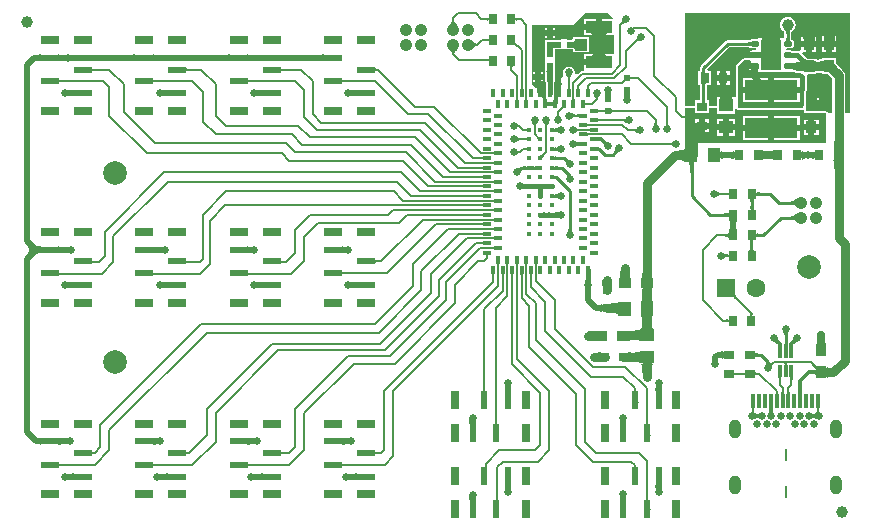
<source format=gtl>
G04 Layer_Physical_Order=1*
G04 Layer_Color=255*
%FSLAX25Y25*%
%MOIN*%
G70*
G01*
G75*
%ADD10R,0.01968X0.01968*%
%ADD11R,0.01181X0.03937*%
%ADD12R,0.03150X0.03543*%
%ADD13C,0.03937*%
%ADD14R,0.03150X0.05905*%
%ADD15R,0.02362X0.05905*%
%ADD16R,0.04331X0.04724*%
%ADD17R,0.04724X0.04331*%
%ADD18R,0.03937X0.03543*%
%ADD19R,0.03150X0.03150*%
%ADD20R,0.03150X0.03150*%
%ADD21R,0.03543X0.03937*%
%ADD22R,0.01968X0.01968*%
%ADD23R,0.08661X0.04134*%
%ADD24R,0.04134X0.03937*%
%ADD25R,0.05905X0.03150*%
%ADD26R,0.05905X0.02362*%
%ADD27R,0.01181X0.04724*%
%ADD28R,0.00787X0.03937*%
%ADD29R,0.17716X0.06890*%
%ADD30R,0.03543X0.03150*%
%ADD31R,0.02362X0.02756*%
%ADD32R,0.01772X0.01772*%
%ADD33R,0.02520X0.01260*%
%ADD34R,0.01260X0.02520*%
%ADD35R,0.06890X0.09842*%
G04:AMPARAMS|DCode=36|XSize=17.72mil|YSize=27.56mil|CornerRadius=4.43mil|HoleSize=0mil|Usage=FLASHONLY|Rotation=90.000|XOffset=0mil|YOffset=0mil|HoleType=Round|Shape=RoundedRectangle|*
%AMROUNDEDRECTD36*
21,1,0.01772,0.01870,0,0,90.0*
21,1,0.00886,0.02756,0,0,90.0*
1,1,0.00886,0.00935,0.00443*
1,1,0.00886,0.00935,-0.00443*
1,1,0.00886,-0.00935,-0.00443*
1,1,0.00886,-0.00935,0.00443*
%
%ADD36ROUNDEDRECTD36*%
%ADD37C,0.02000*%
%ADD38C,0.04000*%
%ADD39C,0.01000*%
%ADD40C,0.00600*%
%ADD41C,0.03000*%
%ADD42C,0.00800*%
%ADD43C,0.01500*%
%ADD44C,0.01200*%
%ADD45C,0.05000*%
%ADD46C,0.06000*%
%ADD47C,0.03500*%
%ADD48C,0.02500*%
%ADD49C,0.04134*%
%ADD50C,0.06299*%
%ADD51R,0.06299X0.06299*%
%ADD52C,0.02559*%
%ADD53O,0.03937X0.06299*%
%ADD54C,0.07874*%
%ADD55C,0.02600*%
G36*
X157229Y94085D02*
X157223Y94142D01*
X157204Y94193D01*
X157174Y94238D01*
X157131Y94277D01*
X157076Y94310D01*
X157008Y94337D01*
X156929Y94358D01*
X156837Y94373D01*
X156733Y94382D01*
X156617Y94385D01*
Y94985D01*
X156733Y94988D01*
X156837Y94997D01*
X156929Y95012D01*
X157008Y95033D01*
X157076Y95060D01*
X157131Y95093D01*
X157174Y95132D01*
X157204Y95177D01*
X157223Y95228D01*
X157229Y95285D01*
Y94085D01*
D02*
G37*
G36*
X160772Y92510D02*
X160766Y92567D01*
X160748Y92618D01*
X160717Y92663D01*
X160674Y92702D01*
X160619Y92735D01*
X160552Y92762D01*
X160472Y92783D01*
X160380Y92798D01*
X160276Y92807D01*
X160160Y92810D01*
Y93410D01*
X160276Y93413D01*
X160380Y93422D01*
X160472Y93437D01*
X160552Y93458D01*
X160619Y93485D01*
X160674Y93518D01*
X160717Y93557D01*
X160748Y93602D01*
X160766Y93653D01*
X160772Y93710D01*
Y92510D01*
D02*
G37*
G36*
Y95660D02*
X160766Y95717D01*
X160748Y95768D01*
X160717Y95813D01*
X160674Y95852D01*
X160619Y95885D01*
X160552Y95912D01*
X160472Y95933D01*
X160380Y95948D01*
X160276Y95957D01*
X160160Y95960D01*
Y96560D01*
X160276Y96563D01*
X160380Y96572D01*
X160472Y96587D01*
X160552Y96608D01*
X160619Y96635D01*
X160674Y96668D01*
X160717Y96707D01*
X160748Y96752D01*
X160766Y96803D01*
X160772Y96860D01*
Y95660D01*
D02*
G37*
G36*
X247413Y95546D02*
X247328Y95515D01*
X247253Y95464D01*
X247188Y95394D01*
X247133Y95303D01*
X247088Y95191D01*
X247053Y95060D01*
X247028Y94908D01*
X247013Y94736D01*
X247008Y94544D01*
X246008D01*
X246003Y94736D01*
X245988Y94908D01*
X245963Y95060D01*
X245928Y95191D01*
X245883Y95303D01*
X245828Y95394D01*
X245763Y95464D01*
X245688Y95515D01*
X245603Y95546D01*
X245508Y95556D01*
X247508D01*
X247413Y95546D01*
D02*
G37*
G36*
X247013Y92981D02*
X247028Y92809D01*
X247053Y92657D01*
X247088Y92526D01*
X247133Y92414D01*
X247188Y92323D01*
X247253Y92252D01*
X247328Y92202D01*
X247413Y92171D01*
X247508Y92161D01*
X245508D01*
X245603Y92171D01*
X245688Y92202D01*
X245763Y92252D01*
X245828Y92323D01*
X245883Y92414D01*
X245928Y92526D01*
X245963Y92657D01*
X245988Y92809D01*
X246003Y92981D01*
X246008Y93173D01*
X247008D01*
X247013Y92981D01*
D02*
G37*
G36*
X47055Y93619D02*
X47115Y93557D01*
X47215Y93502D01*
X47355Y93455D01*
X47535Y93414D01*
X47755Y93381D01*
X48315Y93338D01*
X49035Y93323D01*
Y91323D01*
X47035Y91351D01*
Y93689D01*
X47055Y93619D01*
D02*
G37*
G36*
X15559Y93619D02*
X15619Y93557D01*
X15719Y93502D01*
X15859Y93455D01*
X16039Y93414D01*
X16259Y93381D01*
X16819Y93338D01*
X17539Y93323D01*
Y91323D01*
X15539Y91351D01*
Y93689D01*
X15559Y93619D01*
D02*
G37*
G36*
X110047Y93660D02*
X110107Y93634D01*
X110207Y93611D01*
X110347Y93591D01*
X110747Y93560D01*
X112027Y93535D01*
Y91535D01*
X111647Y91534D01*
X110207Y91445D01*
X110107Y91417D01*
X110047Y91386D01*
X110027Y91351D01*
Y93689D01*
X110047Y93660D01*
D02*
G37*
G36*
X7163Y94665D02*
X7463Y94425D01*
X7775Y94213D01*
X8099Y94029D01*
X8435Y93873D01*
X8782Y93746D01*
X9141Y93647D01*
X9404Y93597D01*
X9497Y93603D01*
X9586Y93628D01*
X9640Y93657D01*
X9658Y93689D01*
Y93560D01*
X9894Y93534D01*
X10288Y93520D01*
Y91520D01*
X9894Y91506D01*
X9658Y91479D01*
Y91351D01*
X9640Y91383D01*
X9586Y91412D01*
X9497Y91437D01*
X9433Y91448D01*
X9141Y91392D01*
X8782Y91293D01*
X8435Y91166D01*
X8099Y91011D01*
X7775Y90827D01*
X7463Y90615D01*
X7163Y90374D01*
X6874Y90105D01*
X5046Y91106D01*
X5300Y91388D01*
X5498Y91671D01*
X5640Y91954D01*
X5724Y92237D01*
X5753Y92520D01*
X5724Y92803D01*
X5640Y93085D01*
X5498Y93368D01*
X5300Y93651D01*
X5046Y93934D01*
X6874Y94934D01*
X7163Y94665D01*
D02*
G37*
G36*
X157229Y100384D02*
X157223Y100441D01*
X157204Y100492D01*
X157174Y100537D01*
X157131Y100576D01*
X157076Y100609D01*
X157008Y100636D01*
X156929Y100657D01*
X156837Y100672D01*
X156733Y100681D01*
X156617Y100684D01*
Y101284D01*
X156733Y101287D01*
X156837Y101296D01*
X156929Y101311D01*
X157008Y101332D01*
X157076Y101359D01*
X157131Y101392D01*
X157174Y101431D01*
X157204Y101476D01*
X157223Y101527D01*
X157229Y101584D01*
Y100384D01*
D02*
G37*
G36*
X241860Y102413D02*
X241770Y102353D01*
X241690Y102253D01*
X241621Y102113D01*
X241562Y101933D01*
X241514Y101713D01*
X241477Y101453D01*
X241450Y101153D01*
X241436Y100665D01*
X241480Y100043D01*
X241519Y99783D01*
X241570Y99563D01*
X241632Y99383D01*
X241705Y99243D01*
X241789Y99143D01*
X241885Y99083D01*
X241992Y99063D01*
X238866D01*
X238973Y99083D01*
X239069Y99143D01*
X239153Y99243D01*
X239227Y99383D01*
X239288Y99563D01*
X239339Y99783D01*
X239378Y100043D01*
X239407Y100343D01*
X239422Y100831D01*
X239376Y101453D01*
X239334Y101713D01*
X239281Y101933D01*
X239215Y102113D01*
X239139Y102253D01*
X239050Y102353D01*
X238949Y102413D01*
X238836Y102433D01*
X241962D01*
X241860Y102413D01*
D02*
G37*
G36*
X160772Y101959D02*
X160766Y102016D01*
X160748Y102067D01*
X160717Y102112D01*
X160674Y102151D01*
X160619Y102184D01*
X160552Y102211D01*
X160472Y102232D01*
X160380Y102247D01*
X160276Y102256D01*
X160160Y102259D01*
Y102859D01*
X160276Y102862D01*
X160380Y102871D01*
X160472Y102886D01*
X160552Y102907D01*
X160619Y102934D01*
X160674Y102967D01*
X160717Y103006D01*
X160748Y103051D01*
X160766Y103102D01*
X160772Y103159D01*
Y101959D01*
D02*
G37*
G36*
X261559Y101762D02*
X261374Y101942D01*
X261010Y102245D01*
X260831Y102368D01*
X260653Y102472D01*
X260477Y102557D01*
X260302Y102623D01*
X260130Y102671D01*
X259959Y102699D01*
X259790Y102709D01*
Y103709D01*
X259959Y103718D01*
X260130Y103747D01*
X260302Y103794D01*
X260477Y103860D01*
X260653Y103945D01*
X260831Y104050D01*
X261010Y104173D01*
X261192Y104315D01*
X261374Y104476D01*
X261559Y104656D01*
Y101762D01*
D02*
G37*
G36*
X160772Y98809D02*
X160766Y98866D01*
X160748Y98918D01*
X160717Y98962D01*
X160674Y99001D01*
X160619Y99035D01*
X160552Y99062D01*
X160472Y99082D01*
X160380Y99098D01*
X160276Y99107D01*
X160160Y99110D01*
Y99709D01*
X160276Y99713D01*
X160380Y99721D01*
X160472Y99736D01*
X160552Y99757D01*
X160619Y99784D01*
X160674Y99818D01*
X160717Y99857D01*
X160748Y99901D01*
X160766Y99953D01*
X160772Y100010D01*
Y98809D01*
D02*
G37*
G36*
X238878Y97771D02*
X239016Y97780D01*
X239221Y97814D01*
X239394Y97854D01*
X239535Y97900D01*
X239645Y97952D01*
X239722Y98011D01*
Y96596D01*
X239645Y96654D01*
X239535Y96706D01*
X239394Y96753D01*
X239221Y96793D01*
X239016Y96826D01*
X238878Y96840D01*
Y96503D01*
X238870Y96579D01*
X238846Y96647D01*
X238805Y96707D01*
X238748Y96759D01*
X238675Y96803D01*
X238586Y96839D01*
X238480Y96867D01*
X238405Y96880D01*
X237877Y96900D01*
X237513Y96903D01*
Y97703D01*
X237877Y97706D01*
X238511Y97747D01*
X238586Y97767D01*
X238675Y97803D01*
X238748Y97847D01*
X238805Y97899D01*
X238846Y97959D01*
X238870Y98027D01*
X238878Y98103D01*
Y97771D01*
D02*
G37*
G36*
X248301Y98208D02*
X248331Y98123D01*
X248381Y98048D01*
X248451Y97983D01*
X248541Y97928D01*
X248651Y97883D01*
X248781Y97848D01*
X248931Y97823D01*
X249101Y97808D01*
X249291Y97803D01*
Y96803D01*
X249101Y96798D01*
X248931Y96783D01*
X248781Y96758D01*
X248651Y96723D01*
X248541Y96678D01*
X248451Y96623D01*
X248381Y96558D01*
X248331Y96483D01*
X248301Y96398D01*
X248291Y96303D01*
Y98303D01*
X248301Y98208D01*
D02*
G37*
G36*
X186528Y99294D02*
X186540Y99171D01*
X186560Y99053D01*
X186589Y98941D01*
X186626Y98833D01*
X186671Y98730D01*
X186724Y98633D01*
X186786Y98540D01*
X186856Y98452D01*
X186934Y98369D01*
X185114D01*
X185192Y98452D01*
X185261Y98540D01*
X185323Y98633D01*
X185376Y98730D01*
X185421Y98833D01*
X185458Y98941D01*
X185487Y99053D01*
X185507Y99171D01*
X185520Y99294D01*
X185524Y99421D01*
X186524D01*
X186528Y99294D01*
D02*
G37*
G36*
X157229Y97235D02*
X157223Y97292D01*
X157204Y97343D01*
X157174Y97388D01*
X157131Y97427D01*
X157076Y97460D01*
X157008Y97487D01*
X156929Y97508D01*
X156837Y97523D01*
X156733Y97532D01*
X156617Y97535D01*
Y98135D01*
X156733Y98138D01*
X156837Y98147D01*
X156929Y98162D01*
X157008Y98183D01*
X157076Y98210D01*
X157131Y98243D01*
X157174Y98282D01*
X157204Y98327D01*
X157223Y98378D01*
X157229Y98435D01*
Y97235D01*
D02*
G37*
G36*
X78551Y93619D02*
X78611Y93557D01*
X78711Y93502D01*
X78851Y93455D01*
X79031Y93414D01*
X79251Y93381D01*
X79811Y93337D01*
X80531Y93323D01*
Y91323D01*
X78531Y91351D01*
Y93689D01*
X78551Y93619D01*
D02*
G37*
G36*
X110021Y85189D02*
X110040Y85138D01*
X110070Y85093D01*
X110113Y85054D01*
X110168Y85021D01*
X110236Y84994D01*
X110315Y84973D01*
X110407Y84958D01*
X110511Y84949D01*
X110627Y84946D01*
Y84346D01*
X110511Y84343D01*
X110407Y84334D01*
X110315Y84319D01*
X110236Y84298D01*
X110168Y84271D01*
X110113Y84238D01*
X110070Y84199D01*
X110040Y84154D01*
X110021Y84103D01*
X110015Y84046D01*
Y85246D01*
X110021Y85189D01*
D02*
G37*
G36*
X15533Y84976D02*
X15552Y84925D01*
X15582Y84880D01*
X15625Y84841D01*
X15680Y84808D01*
X15747Y84781D01*
X15827Y84760D01*
X15919Y84745D01*
X16023Y84736D01*
X16139Y84733D01*
Y84133D01*
X16023Y84130D01*
X15919Y84121D01*
X15827Y84106D01*
X15747Y84085D01*
X15680Y84058D01*
X15625Y84025D01*
X15582Y83986D01*
X15552Y83941D01*
X15533Y83890D01*
X15527Y83833D01*
Y85033D01*
X15533Y84976D01*
D02*
G37*
G36*
X165700Y87931D02*
X165649Y87913D01*
X165604Y87882D01*
X165566Y87840D01*
X165533Y87784D01*
X165506Y87717D01*
X165484Y87638D01*
X165470Y87546D01*
X165461Y87442D01*
X165457Y87325D01*
X164857D01*
X164855Y87442D01*
X164846Y87546D01*
X164831Y87638D01*
X164810Y87717D01*
X164783Y87784D01*
X164750Y87840D01*
X164710Y87882D01*
X164665Y87913D01*
X164614Y87931D01*
X164558Y87937D01*
X165758D01*
X165700Y87931D01*
D02*
G37*
G36*
X162551D02*
X162500Y87913D01*
X162455Y87882D01*
X162416Y87840D01*
X162383Y87784D01*
X162356Y87717D01*
X162335Y87638D01*
X162320Y87546D01*
X162311Y87442D01*
X162308Y87325D01*
X161708D01*
X161705Y87442D01*
X161696Y87546D01*
X161681Y87638D01*
X161660Y87717D01*
X161633Y87784D01*
X161600Y87840D01*
X161561Y87882D01*
X161516Y87913D01*
X161465Y87931D01*
X161408Y87937D01*
X162608D01*
X162551Y87931D01*
D02*
G37*
G36*
X47029Y84976D02*
X47048Y84925D01*
X47078Y84880D01*
X47121Y84841D01*
X47176Y84808D01*
X47243Y84781D01*
X47323Y84760D01*
X47415Y84745D01*
X47519Y84736D01*
X47635Y84733D01*
Y84133D01*
X47519Y84130D01*
X47415Y84121D01*
X47323Y84106D01*
X47243Y84085D01*
X47176Y84058D01*
X47121Y84025D01*
X47078Y83986D01*
X47048Y83941D01*
X47029Y83890D01*
X47023Y83833D01*
Y85033D01*
X47029Y84976D01*
D02*
G37*
G36*
X170425Y84388D02*
X170374Y84370D01*
X170329Y84339D01*
X170290Y84296D01*
X170257Y84241D01*
X170230Y84174D01*
X170209Y84094D01*
X170194Y84002D01*
X170185Y83898D01*
X170182Y83782D01*
X169582D01*
X169579Y83898D01*
X169570Y84002D01*
X169555Y84094D01*
X169534Y84174D01*
X169507Y84241D01*
X169474Y84296D01*
X169435Y84339D01*
X169390Y84370D01*
X169339Y84388D01*
X169282Y84394D01*
X170482D01*
X170425Y84388D01*
D02*
G37*
G36*
X167275D02*
X167224Y84370D01*
X167179Y84339D01*
X167140Y84296D01*
X167107Y84241D01*
X167080Y84174D01*
X167059Y84094D01*
X167044Y84002D01*
X167035Y83898D01*
X167032Y83782D01*
X166432D01*
X166429Y83898D01*
X166420Y84002D01*
X166405Y84094D01*
X166384Y84174D01*
X166357Y84241D01*
X166324Y84296D01*
X166285Y84339D01*
X166240Y84370D01*
X166189Y84388D01*
X166132Y84394D01*
X167332D01*
X167275Y84388D01*
D02*
G37*
G36*
X78525Y84976D02*
X78544Y84925D01*
X78574Y84880D01*
X78617Y84841D01*
X78672Y84808D01*
X78740Y84781D01*
X78819Y84760D01*
X78911Y84745D01*
X79015Y84736D01*
X79131Y84733D01*
Y84133D01*
X79015Y84130D01*
X78911Y84121D01*
X78819Y84106D01*
X78740Y84085D01*
X78672Y84058D01*
X78617Y84025D01*
X78574Y83986D01*
X78544Y83941D01*
X78525Y83890D01*
X78519Y83833D01*
Y85033D01*
X78525Y84976D01*
D02*
G37*
G36*
X173574Y84388D02*
X173523Y84370D01*
X173478Y84339D01*
X173440Y84296D01*
X173407Y84241D01*
X173380Y84174D01*
X173359Y84094D01*
X173344Y84002D01*
X173335Y83898D01*
X173331Y83782D01*
X172731D01*
X172729Y83898D01*
X172720Y84002D01*
X172705Y84094D01*
X172684Y84174D01*
X172657Y84241D01*
X172624Y84296D01*
X172584Y84339D01*
X172539Y84370D01*
X172488Y84388D01*
X172432Y84394D01*
X173632D01*
X173574Y84388D01*
D02*
G37*
G36*
X121045Y89126D02*
X121063Y89075D01*
X121094Y89030D01*
X121137Y88991D01*
X121192Y88958D01*
X121259Y88931D01*
X121339Y88910D01*
X121431Y88895D01*
X121535Y88886D01*
X121651Y88883D01*
Y88283D01*
X121535Y88280D01*
X121431Y88271D01*
X121339Y88256D01*
X121259Y88235D01*
X121192Y88208D01*
X121137Y88175D01*
X121094Y88136D01*
X121063Y88091D01*
X121045Y88040D01*
X121039Y87983D01*
Y89183D01*
X121045Y89126D01*
D02*
G37*
G36*
X89549Y89094D02*
X89567Y89043D01*
X89598Y88998D01*
X89641Y88959D01*
X89696Y88926D01*
X89763Y88899D01*
X89843Y88878D01*
X89935Y88863D01*
X90039Y88854D01*
X90155Y88851D01*
Y88251D01*
X90039Y88248D01*
X89935Y88239D01*
X89843Y88224D01*
X89763Y88203D01*
X89696Y88176D01*
X89641Y88143D01*
X89598Y88104D01*
X89567Y88059D01*
X89549Y88008D01*
X89543Y87951D01*
Y89151D01*
X89549Y89094D01*
D02*
G37*
G36*
X159008Y90912D02*
X158957Y90894D01*
X158912Y90864D01*
X158873Y90822D01*
X158840Y90768D01*
X158813Y90702D01*
X158792Y90624D01*
X158777Y90534D01*
X158768Y90432D01*
X158765Y90318D01*
X158165D01*
X158162Y90432D01*
X158153Y90534D01*
X158138Y90624D01*
X158117Y90702D01*
X158090Y90768D01*
X158057Y90822D01*
X158018Y90864D01*
X157973Y90894D01*
X157922Y90912D01*
X157865Y90918D01*
X159065D01*
X159008Y90912D01*
D02*
G37*
G36*
X237250Y91364D02*
X237352Y91278D01*
X237457Y91201D01*
X237563Y91135D01*
X237671Y91079D01*
X237781Y91033D01*
X237892Y90997D01*
X238005Y90972D01*
X238121Y90956D01*
X238173Y90954D01*
X238218Y90955D01*
X238354Y90967D01*
X238474Y90987D01*
X238578Y91015D01*
X238666Y91051D01*
X238738Y91095D01*
X238794Y91147D01*
X238834Y91207D01*
X238858Y91275D01*
X238866Y91351D01*
Y89751D01*
X238858Y89827D01*
X238834Y89895D01*
X238794Y89955D01*
X238738Y90007D01*
X238666Y90051D01*
X238578Y90087D01*
X238474Y90115D01*
X238354Y90135D01*
X238218Y90147D01*
X238173Y90148D01*
X238121Y90146D01*
X238005Y90131D01*
X237892Y90105D01*
X237781Y90070D01*
X237671Y90024D01*
X237563Y89968D01*
X237457Y89901D01*
X237352Y89825D01*
X237250Y89738D01*
X237149Y89641D01*
Y91461D01*
X237250Y91364D01*
D02*
G37*
G36*
X26557Y88929D02*
X26575Y88878D01*
X26606Y88833D01*
X26649Y88794D01*
X26704Y88761D01*
X26771Y88734D01*
X26851Y88713D01*
X26943Y88698D01*
X27046Y88689D01*
X27163Y88686D01*
Y88086D01*
X27046Y88083D01*
X26943Y88074D01*
X26851Y88059D01*
X26771Y88038D01*
X26704Y88011D01*
X26649Y87978D01*
X26606Y87939D01*
X26575Y87894D01*
X26557Y87843D01*
X26551Y87786D01*
Y88986D01*
X26557Y88929D01*
D02*
G37*
G36*
X172000Y87931D02*
X171949Y87913D01*
X171904Y87882D01*
X171865Y87840D01*
X171832Y87784D01*
X171805Y87717D01*
X171784Y87638D01*
X171769Y87546D01*
X171760Y87442D01*
X171757Y87325D01*
X171157D01*
X171154Y87442D01*
X171145Y87546D01*
X171130Y87638D01*
X171109Y87717D01*
X171082Y87784D01*
X171049Y87840D01*
X171010Y87882D01*
X170965Y87913D01*
X170914Y87931D01*
X170857Y87937D01*
X172057D01*
X172000Y87931D01*
D02*
G37*
G36*
X168850D02*
X168799Y87913D01*
X168754Y87882D01*
X168715Y87840D01*
X168682Y87784D01*
X168655Y87717D01*
X168634Y87638D01*
X168619Y87546D01*
X168610Y87442D01*
X168607Y87325D01*
X168007D01*
X168004Y87442D01*
X167995Y87546D01*
X167980Y87638D01*
X167959Y87717D01*
X167932Y87784D01*
X167899Y87840D01*
X167860Y87882D01*
X167815Y87913D01*
X167764Y87931D01*
X167707Y87937D01*
X168907D01*
X168850Y87931D01*
D02*
G37*
G36*
X58053Y88913D02*
X58071Y88862D01*
X58102Y88817D01*
X58145Y88778D01*
X58200Y88745D01*
X58267Y88718D01*
X58347Y88697D01*
X58438Y88682D01*
X58543Y88673D01*
X58659Y88670D01*
Y88070D01*
X58543Y88067D01*
X58438Y88058D01*
X58347Y88043D01*
X58267Y88022D01*
X58200Y87995D01*
X58145Y87962D01*
X58102Y87923D01*
X58071Y87878D01*
X58053Y87827D01*
X58047Y87770D01*
Y88970D01*
X58053Y88913D01*
D02*
G37*
G36*
X175149Y87931D02*
X175098Y87913D01*
X175053Y87882D01*
X175014Y87840D01*
X174981Y87784D01*
X174954Y87717D01*
X174933Y87638D01*
X174918Y87546D01*
X174909Y87442D01*
X174906Y87325D01*
X174306D01*
X174303Y87442D01*
X174294Y87546D01*
X174279Y87638D01*
X174258Y87717D01*
X174231Y87784D01*
X174198Y87840D01*
X174159Y87882D01*
X174114Y87913D01*
X174063Y87931D01*
X174006Y87937D01*
X175206D01*
X175149Y87931D01*
D02*
G37*
G36*
X238848Y104757D02*
X239410Y104795D01*
X239539Y104826D01*
X239633Y104861D01*
X239692Y104901D01*
Y103485D01*
X239633Y103525D01*
X239539Y103560D01*
X239410Y103591D01*
X239247Y103618D01*
X238848Y103657D01*
Y103193D01*
X238838Y103288D01*
X238808Y103373D01*
X238757Y103448D01*
X238686Y103513D01*
X238595Y103568D01*
X238484Y103613D01*
X238352Y103648D01*
X238200Y103673D01*
X238052Y103686D01*
X237906Y103691D01*
X237533Y103693D01*
Y104693D01*
X237906Y104695D01*
X238216Y104716D01*
X238352Y104738D01*
X238484Y104773D01*
X238595Y104818D01*
X238686Y104873D01*
X238757Y104938D01*
X238808Y105013D01*
X238838Y105098D01*
X238848Y105193D01*
Y104757D01*
D02*
G37*
G36*
X171370Y119008D02*
X171360Y119079D01*
X171330Y119143D01*
X171280Y119199D01*
X171210Y119247D01*
X171120Y119289D01*
X171010Y119322D01*
X170880Y119348D01*
X170730Y119367D01*
X170560Y119378D01*
X170370Y119382D01*
Y120382D01*
X170560Y120386D01*
X170880Y120416D01*
X171010Y120442D01*
X171120Y120475D01*
X171210Y120517D01*
X171280Y120565D01*
X171330Y120621D01*
X171360Y120685D01*
X171370Y120756D01*
Y119008D01*
D02*
G37*
G36*
X170258Y119354D02*
X170170Y119261D01*
X170092Y119165D01*
X170024Y119068D01*
X169965Y118968D01*
X169914Y118866D01*
X169874Y118761D01*
X169842Y118654D01*
X169820Y118545D01*
X169807Y118434D01*
X169804Y118320D01*
X168517Y119607D01*
X168631Y119611D01*
X168742Y119623D01*
X168851Y119646D01*
X168958Y119677D01*
X169062Y119718D01*
X169165Y119768D01*
X169264Y119827D01*
X169362Y119896D01*
X169457Y119974D01*
X169551Y120061D01*
X170258Y119354D01*
D02*
G37*
G36*
X175307Y119008D02*
X175297Y119079D01*
X175267Y119143D01*
X175217Y119199D01*
X175147Y119247D01*
X175057Y119289D01*
X174947Y119322D01*
X174817Y119348D01*
X174667Y119367D01*
X174497Y119378D01*
X174307Y119382D01*
Y120382D01*
X174497Y120386D01*
X174817Y120416D01*
X174947Y120442D01*
X175057Y120475D01*
X175147Y120517D01*
X175217Y120565D01*
X175267Y120621D01*
X175297Y120685D01*
X175307Y120756D01*
Y119008D01*
D02*
G37*
G36*
X173128Y120685D02*
X173158Y120621D01*
X173208Y120565D01*
X173278Y120517D01*
X173368Y120475D01*
X173478Y120442D01*
X173608Y120416D01*
X173758Y120397D01*
X173928Y120386D01*
X174118Y120382D01*
Y119382D01*
X173928Y119378D01*
X173608Y119348D01*
X173478Y119322D01*
X173368Y119289D01*
X173278Y119247D01*
X173208Y119199D01*
X173158Y119143D01*
X173128Y119079D01*
X173118Y119008D01*
Y120756D01*
X173128Y120685D01*
D02*
G37*
G36*
X227816Y122392D02*
X227660Y122128D01*
X227523Y121810D01*
X227481Y121678D01*
X227575D01*
X227480Y121667D01*
X227477Y121667D01*
X227404Y121439D01*
X227304Y121013D01*
X227221Y120534D01*
X227111Y119414D01*
X227084Y118774D01*
X227075Y118079D01*
X226075D01*
X226066Y118774D01*
X225928Y120534D01*
X225846Y121013D01*
X225745Y121439D01*
X225673Y121667D01*
X225670Y121667D01*
X225575Y121678D01*
X225669D01*
X225626Y121810D01*
X225489Y122128D01*
X225333Y122392D01*
X225160Y122602D01*
X227990D01*
X227816Y122392D01*
D02*
G37*
G36*
X180997Y117236D02*
X181012Y117235D01*
X181496Y117232D01*
Y116232D01*
X180992Y116228D01*
Y117236D01*
X180997Y117236D01*
D02*
G37*
G36*
X157229Y116132D02*
X157223Y116189D01*
X157204Y116240D01*
X157174Y116285D01*
X157131Y116324D01*
X157076Y116357D01*
X157008Y116384D01*
X156929Y116405D01*
X156837Y116420D01*
X156733Y116429D01*
X156617Y116432D01*
Y117032D01*
X156733Y117035D01*
X156837Y117044D01*
X156929Y117059D01*
X157008Y117080D01*
X157076Y117107D01*
X157131Y117140D01*
X157174Y117179D01*
X157204Y117224D01*
X157223Y117275D01*
X157229Y117332D01*
Y116132D01*
D02*
G37*
G36*
X160772Y117707D02*
X160766Y117764D01*
X160748Y117815D01*
X160717Y117860D01*
X160674Y117899D01*
X160619Y117932D01*
X160552Y117959D01*
X160472Y117980D01*
X160380Y117995D01*
X160276Y118004D01*
X160160Y118007D01*
Y118607D01*
X160276Y118610D01*
X160380Y118619D01*
X160472Y118634D01*
X160552Y118655D01*
X160619Y118682D01*
X160674Y118715D01*
X160717Y118754D01*
X160748Y118799D01*
X160766Y118850D01*
X160772Y118907D01*
Y117707D01*
D02*
G37*
G36*
X186641Y117286D02*
X184933Y116849D01*
X184977Y116930D01*
X185007Y117013D01*
X185021Y117097D01*
X185020Y117184D01*
X185005Y117272D01*
X184974Y117362D01*
X184929Y117454D01*
X184868Y117548D01*
X184793Y117643D01*
X184702Y117741D01*
X185541Y118315D01*
X186641Y117286D01*
D02*
G37*
G36*
X236228Y125826D02*
X236288Y125656D01*
X236388Y125506D01*
X236528Y125376D01*
X236708Y125266D01*
X236929Y125176D01*
X237189Y125106D01*
X237489Y125056D01*
X237828Y125026D01*
X238209Y125016D01*
Y123016D01*
X237828Y123006D01*
X237489Y122976D01*
X237189Y122926D01*
X236929Y122856D01*
X236708Y122766D01*
X236528Y122656D01*
X236388Y122526D01*
X236288Y122376D01*
X236228Y122206D01*
X236209Y122016D01*
Y126016D01*
X236228Y125826D01*
D02*
G37*
G36*
X224224Y121666D02*
X224195Y121827D01*
X224105Y121972D01*
X223955Y122099D01*
X223745Y122210D01*
X223475Y122303D01*
X223145Y122380D01*
X222755Y122439D01*
X222305Y122482D01*
X221224Y122516D01*
Y125516D01*
X221795Y125524D01*
X222755Y125592D01*
X223145Y125652D01*
X223475Y125728D01*
X223745Y125822D01*
X223955Y125932D01*
X224105Y126060D01*
X224195Y126204D01*
X224224Y126366D01*
Y121666D01*
D02*
G37*
G36*
X240730Y122256D02*
X240710Y122400D01*
X240650Y122530D01*
X240550Y122643D01*
X240410Y122742D01*
X240230Y122826D01*
X240010Y122894D01*
X239750Y122947D01*
X239450Y122985D01*
X239110Y123008D01*
X238730Y123016D01*
Y125016D01*
X239110Y125023D01*
X239750Y125084D01*
X240010Y125137D01*
X240230Y125206D01*
X240410Y125289D01*
X240550Y125388D01*
X240650Y125502D01*
X240710Y125631D01*
X240730Y125775D01*
Y122256D01*
D02*
G37*
G36*
X181002Y123834D02*
X181032Y123771D01*
X181082Y123715D01*
X181152Y123666D01*
X181242Y123625D01*
X181352Y123591D01*
X181482Y123565D01*
X181632Y123547D01*
X181802Y123535D01*
X181992Y123531D01*
Y122531D01*
X181802Y122528D01*
X181482Y122498D01*
X181352Y122472D01*
X181242Y122438D01*
X181152Y122397D01*
X181082Y122348D01*
X181032Y122292D01*
X181002Y122229D01*
X180992Y122158D01*
Y123905D01*
X181002Y123834D01*
D02*
G37*
G36*
X185070Y122729D02*
X185166Y122651D01*
X185263Y122583D01*
X185363Y122523D01*
X185465Y122474D01*
X185570Y122433D01*
X185677Y122401D01*
X185786Y122379D01*
X185897Y122366D01*
X186011Y122363D01*
X184724Y121076D01*
X184720Y121190D01*
X184707Y121301D01*
X184685Y121410D01*
X184654Y121517D01*
X184613Y121621D01*
X184563Y121724D01*
X184504Y121824D01*
X184435Y121921D01*
X184357Y122017D01*
X184270Y122109D01*
X184977Y122817D01*
X185070Y122729D01*
D02*
G37*
G36*
X277091Y119256D02*
X274091D01*
X274088Y119826D01*
X273963Y121986D01*
X273924Y122136D01*
X273880Y122226D01*
X273831Y122256D01*
X276956D01*
X277091Y119256D01*
D02*
G37*
G36*
X181002Y120685D02*
X181032Y120621D01*
X181082Y120565D01*
X181152Y120517D01*
X181242Y120475D01*
X181352Y120442D01*
X181482Y120416D01*
X181632Y120397D01*
X181802Y120386D01*
X181992Y120382D01*
Y119382D01*
X181802Y119378D01*
X181482Y119348D01*
X181352Y119322D01*
X181242Y119289D01*
X181152Y119247D01*
X181082Y119199D01*
X181032Y119143D01*
X181002Y119079D01*
X180992Y119008D01*
Y120756D01*
X181002Y120685D01*
D02*
G37*
G36*
X160772Y120857D02*
X160766Y120914D01*
X160748Y120965D01*
X160717Y121010D01*
X160674Y121049D01*
X160619Y121082D01*
X160552Y121109D01*
X160472Y121130D01*
X160380Y121145D01*
X160276Y121154D01*
X160160Y121157D01*
Y121757D01*
X160276Y121760D01*
X160380Y121769D01*
X160472Y121784D01*
X160552Y121805D01*
X160619Y121832D01*
X160674Y121865D01*
X160717Y121904D01*
X160748Y121949D01*
X160766Y122000D01*
X160772Y122057D01*
Y120857D01*
D02*
G37*
G36*
X157229Y119282D02*
X157223Y119339D01*
X157204Y119390D01*
X157174Y119435D01*
X157131Y119474D01*
X157076Y119507D01*
X157008Y119534D01*
X156929Y119555D01*
X156837Y119570D01*
X156733Y119579D01*
X156617Y119582D01*
Y120182D01*
X156733Y120185D01*
X156837Y120194D01*
X156929Y120209D01*
X157008Y120230D01*
X157076Y120257D01*
X157131Y120290D01*
X157174Y120329D01*
X157204Y120374D01*
X157223Y120425D01*
X157229Y120482D01*
Y119282D01*
D02*
G37*
G36*
X160772Y114558D02*
X160766Y114614D01*
X160748Y114665D01*
X160717Y114710D01*
X160674Y114750D01*
X160619Y114783D01*
X160552Y114810D01*
X160472Y114831D01*
X160380Y114846D01*
X160276Y114855D01*
X160160Y114857D01*
Y115457D01*
X160276Y115461D01*
X160380Y115470D01*
X160472Y115484D01*
X160552Y115506D01*
X160619Y115533D01*
X160674Y115566D01*
X160717Y115604D01*
X160748Y115649D01*
X160766Y115700D01*
X160772Y115758D01*
Y114558D01*
D02*
G37*
G36*
X261559Y106762D02*
X261374Y106942D01*
X261010Y107245D01*
X260831Y107368D01*
X260653Y107472D01*
X260477Y107557D01*
X260302Y107624D01*
X260130Y107671D01*
X259959Y107699D01*
X259790Y107709D01*
Y108709D01*
X259959Y108718D01*
X260130Y108747D01*
X260302Y108794D01*
X260477Y108860D01*
X260653Y108945D01*
X260831Y109050D01*
X261010Y109173D01*
X261192Y109315D01*
X261374Y109476D01*
X261559Y109656D01*
Y106762D01*
D02*
G37*
G36*
X157229Y106684D02*
X157223Y106740D01*
X157204Y106791D01*
X157174Y106836D01*
X157131Y106876D01*
X157076Y106909D01*
X157008Y106936D01*
X156929Y106957D01*
X156837Y106972D01*
X156733Y106981D01*
X156617Y106983D01*
Y107583D01*
X156733Y107587D01*
X156837Y107596D01*
X156929Y107610D01*
X157008Y107632D01*
X157076Y107659D01*
X157131Y107692D01*
X157174Y107730D01*
X157204Y107775D01*
X157223Y107826D01*
X157229Y107884D01*
Y106684D01*
D02*
G37*
G36*
X247603Y109325D02*
X247518Y109295D01*
X247443Y109244D01*
X247378Y109173D01*
X247323Y109082D01*
X247278Y108971D01*
X247243Y108839D01*
X247218Y108687D01*
X247203Y108515D01*
X247198Y108323D01*
X246198D01*
X246193Y108515D01*
X246178Y108687D01*
X246153Y108839D01*
X246118Y108971D01*
X246073Y109082D01*
X246018Y109173D01*
X245953Y109244D01*
X245878Y109295D01*
X245793Y109325D01*
X245698Y109335D01*
X247698D01*
X247603Y109325D01*
D02*
G37*
G36*
X160772Y108258D02*
X160766Y108315D01*
X160748Y108366D01*
X160717Y108411D01*
X160674Y108450D01*
X160619Y108483D01*
X160552Y108510D01*
X160472Y108531D01*
X160380Y108546D01*
X160276Y108555D01*
X160160Y108558D01*
Y109158D01*
X160276Y109161D01*
X160380Y109170D01*
X160472Y109185D01*
X160552Y109206D01*
X160619Y109233D01*
X160674Y109266D01*
X160717Y109305D01*
X160748Y109350D01*
X160766Y109401D01*
X160772Y109458D01*
Y108258D01*
D02*
G37*
G36*
X247203Y106760D02*
X247218Y106588D01*
X247243Y106437D01*
X247278Y106305D01*
X247323Y106194D01*
X247378Y106103D01*
X247443Y106032D01*
X247518Y105981D01*
X247603Y105951D01*
X247698Y105941D01*
X245698D01*
X245793Y105951D01*
X245878Y105981D01*
X245953Y106032D01*
X246018Y106103D01*
X246073Y106194D01*
X246118Y106305D01*
X246153Y106437D01*
X246178Y106588D01*
X246193Y106760D01*
X246198Y106953D01*
X247198D01*
X247203Y106760D01*
D02*
G37*
G36*
X179244Y103260D02*
X179229Y103284D01*
X179184Y103305D01*
X179109Y103323D01*
X179004Y103339D01*
X178704Y103364D01*
X178200Y103378D01*
X177115Y103305D01*
X177070Y103284D01*
X177055Y103260D01*
Y105008D01*
X177070Y104984D01*
X177115Y104963D01*
X177190Y104945D01*
X177295Y104929D01*
X177595Y104904D01*
X178099Y104890D01*
X179184Y104963D01*
X179229Y104984D01*
X179244Y105008D01*
Y103260D01*
D02*
G37*
G36*
X157229Y103534D02*
X157223Y103591D01*
X157204Y103642D01*
X157174Y103687D01*
X157131Y103726D01*
X157076Y103759D01*
X157008Y103786D01*
X156929Y103807D01*
X156837Y103822D01*
X156733Y103831D01*
X156617Y103834D01*
Y104434D01*
X156733Y104437D01*
X156837Y104446D01*
X156929Y104461D01*
X157008Y104482D01*
X157076Y104509D01*
X157131Y104542D01*
X157174Y104581D01*
X157204Y104626D01*
X157223Y104677D01*
X157229Y104734D01*
Y103534D01*
D02*
G37*
G36*
X160772Y105109D02*
X160766Y105166D01*
X160748Y105217D01*
X160717Y105262D01*
X160674Y105301D01*
X160619Y105334D01*
X160552Y105361D01*
X160472Y105382D01*
X160380Y105397D01*
X160276Y105406D01*
X160160Y105409D01*
Y106009D01*
X160276Y106012D01*
X160380Y106021D01*
X160472Y106036D01*
X160552Y106057D01*
X160619Y106084D01*
X160674Y106117D01*
X160717Y106156D01*
X160748Y106201D01*
X160766Y106252D01*
X160772Y106309D01*
Y105109D01*
D02*
G37*
G36*
X182142Y104887D02*
X182207Y104885D01*
X182492Y104884D01*
Y103384D01*
X182207Y103383D01*
X182142Y103378D01*
Y103224D01*
X182105Y103254D01*
X182055Y103281D01*
X181994Y103305D01*
X181921Y103326D01*
X181835Y103344D01*
X181772Y103353D01*
X181052Y103305D01*
X181007Y103284D01*
X180992Y103260D01*
Y105008D01*
X181007Y104984D01*
X181052Y104963D01*
X181127Y104945D01*
X181232Y104929D01*
X181532Y104904D01*
X181615Y104901D01*
X181738Y104910D01*
X181835Y104924D01*
X181921Y104941D01*
X181994Y104962D01*
X182055Y104986D01*
X182105Y105014D01*
X182142Y105044D01*
Y104887D01*
D02*
G37*
G36*
X170257Y114462D02*
X170306Y114435D01*
X170368Y114411D01*
X170441Y114390D01*
X170527Y114373D01*
X170590Y114363D01*
X171310Y114412D01*
X171355Y114433D01*
X171370Y114456D01*
Y112709D01*
X171355Y112732D01*
X171310Y112753D01*
X171235Y112772D01*
X171130Y112788D01*
X170830Y112813D01*
X170747Y112815D01*
X170624Y112807D01*
X170527Y112793D01*
X170441Y112775D01*
X170368Y112754D01*
X170306Y112730D01*
X170257Y112703D01*
X170220Y112673D01*
Y112830D01*
X170155Y112831D01*
X169870Y112833D01*
Y114333D01*
X170155Y114334D01*
X170220Y114338D01*
Y114493D01*
X170257Y114462D01*
D02*
G37*
G36*
X160772Y111408D02*
X160766Y111465D01*
X160748Y111516D01*
X160717Y111561D01*
X160674Y111600D01*
X160619Y111633D01*
X160552Y111660D01*
X160472Y111681D01*
X160380Y111696D01*
X160276Y111705D01*
X160160Y111708D01*
Y112308D01*
X160276Y112311D01*
X160380Y112320D01*
X160472Y112335D01*
X160552Y112356D01*
X160619Y112383D01*
X160674Y112416D01*
X160717Y112455D01*
X160748Y112500D01*
X160766Y112551D01*
X160772Y112608D01*
Y111408D01*
D02*
G37*
G36*
X179244Y112709D02*
X179229Y112732D01*
X179184Y112753D01*
X179109Y112772D01*
X179004Y112788D01*
X178704Y112813D01*
X178200Y112827D01*
X177115Y112753D01*
X177070Y112732D01*
X177055Y112709D01*
X177031Y112694D01*
X177010Y112649D01*
X176992Y112574D01*
X176976Y112469D01*
X176954Y112204D01*
X177010Y111367D01*
X177031Y111322D01*
X177055Y111307D01*
X176932D01*
X176931Y111209D01*
X175431D01*
X175431Y111307D01*
X175307D01*
X175331Y111322D01*
X175352Y111367D01*
X175370Y111442D01*
X175387Y111547D01*
X175408Y111812D01*
X175352Y112649D01*
X175331Y112694D01*
X175307Y112709D01*
X175292Y112732D01*
X175247Y112753D01*
X175172Y112772D01*
X175067Y112788D01*
X174767Y112813D01*
X174263Y112827D01*
X173178Y112753D01*
X173133Y112732D01*
X173118Y112709D01*
Y114456D01*
X173133Y114433D01*
X173178Y114412D01*
X173253Y114393D01*
X173358Y114377D01*
X173658Y114353D01*
X174162Y114339D01*
X175247Y114412D01*
X175292Y114433D01*
X175307Y114456D01*
Y112709D01*
X175431D01*
X175431Y112807D01*
X176931D01*
X176932Y112709D01*
X177055D01*
Y114456D01*
X177070Y114433D01*
X177115Y114412D01*
X177190Y114393D01*
X177295Y114377D01*
X177595Y114353D01*
X178099Y114339D01*
X179184Y114412D01*
X179229Y114433D01*
X179244Y114456D01*
Y112709D01*
D02*
G37*
G36*
X157229Y112983D02*
X157223Y113040D01*
X157204Y113091D01*
X157174Y113136D01*
X157131Y113175D01*
X157076Y113208D01*
X157008Y113235D01*
X156929Y113256D01*
X156837Y113271D01*
X156733Y113280D01*
X156617Y113283D01*
Y113883D01*
X156733Y113886D01*
X156837Y113895D01*
X156929Y113910D01*
X157008Y113931D01*
X157076Y113958D01*
X157131Y113991D01*
X157174Y114030D01*
X157204Y114075D01*
X157223Y114126D01*
X157229Y114183D01*
Y112983D01*
D02*
G37*
G36*
X182142Y109523D02*
X182059Y109601D01*
X181972Y109671D01*
X181879Y109732D01*
X181781Y109785D01*
X181678Y109831D01*
X181571Y109868D01*
X181462Y109895D01*
X181352Y109873D01*
X181242Y109840D01*
X181152Y109799D01*
X181082Y109750D01*
X181032Y109694D01*
X181002Y109630D01*
X180992Y109559D01*
Y111307D01*
X181002Y111236D01*
X181032Y111172D01*
X181082Y111116D01*
X181152Y111068D01*
X181242Y111027D01*
X181352Y110993D01*
X181462Y110971D01*
X181571Y110999D01*
X181678Y111036D01*
X181781Y111081D01*
X181879Y111134D01*
X181972Y111196D01*
X182059Y111265D01*
X182142Y111343D01*
Y109523D01*
D02*
G37*
G36*
X248259Y111988D02*
X248289Y111903D01*
X248340Y111828D01*
X248411Y111763D01*
X248502Y111708D01*
X248613Y111663D01*
X248745Y111628D01*
X248897Y111603D01*
X249068Y111588D01*
X249261Y111583D01*
Y110583D01*
X249068Y110578D01*
X248897Y110563D01*
X248745Y110538D01*
X248613Y110503D01*
X248502Y110458D01*
X248411Y110403D01*
X248340Y110338D01*
X248289Y110263D01*
X248259Y110178D01*
X248249Y110083D01*
Y112083D01*
X248259Y111988D01*
D02*
G37*
G36*
X157229Y109833D02*
X157223Y109890D01*
X157204Y109941D01*
X157174Y109986D01*
X157131Y110025D01*
X157076Y110058D01*
X157008Y110085D01*
X156929Y110106D01*
X156837Y110121D01*
X156733Y110130D01*
X156617Y110133D01*
Y110733D01*
X156733Y110736D01*
X156837Y110745D01*
X156929Y110760D01*
X157008Y110781D01*
X157076Y110808D01*
X157131Y110841D01*
X157174Y110880D01*
X157204Y110925D01*
X157223Y110976D01*
X157229Y111033D01*
Y109833D01*
D02*
G37*
G36*
X238836Y110283D02*
X238828Y110359D01*
X238804Y110427D01*
X238764Y110487D01*
X238708Y110539D01*
X238636Y110583D01*
X238548Y110619D01*
X238444Y110647D01*
X238324Y110667D01*
X238188Y110679D01*
X238036Y110683D01*
Y111483D01*
X238188Y111487D01*
X238324Y111499D01*
X238444Y111519D01*
X238548Y111547D01*
X238636Y111583D01*
X238708Y111627D01*
X238764Y111679D01*
X238804Y111739D01*
X238828Y111807D01*
X238836Y111883D01*
Y110283D01*
D02*
G37*
G36*
X235162Y111924D02*
X235254Y111831D01*
X235349Y111749D01*
X235447Y111679D01*
X235548Y111619D01*
X235653Y111570D01*
X235762Y111532D01*
X235874Y111504D01*
X235989Y111488D01*
X236108Y111483D01*
X236019Y110683D01*
X235904Y110678D01*
X235790Y110664D01*
X235676Y110641D01*
X235562Y110608D01*
X235449Y110566D01*
X235335Y110515D01*
X235221Y110455D01*
X235108Y110385D01*
X234995Y110306D01*
X234882Y110217D01*
X235075Y112027D01*
X235162Y111924D01*
D02*
G37*
G36*
X164126Y84388D02*
X164075Y84370D01*
X164030Y84339D01*
X163991Y84296D01*
X163958Y84241D01*
X163931Y84174D01*
X163910Y84094D01*
X163895Y84002D01*
X163886Y83898D01*
X163883Y83782D01*
X163283D01*
X163280Y83898D01*
X163271Y84002D01*
X163256Y84094D01*
X163235Y84174D01*
X163208Y84241D01*
X163175Y84296D01*
X163136Y84339D01*
X163091Y84370D01*
X163040Y84388D01*
X162983Y84394D01*
X164183D01*
X164126Y84388D01*
D02*
G37*
G36*
X161720Y34724D02*
X161729Y34620D01*
X161744Y34528D01*
X161765Y34448D01*
X161792Y34381D01*
X161825Y34326D01*
X161864Y34283D01*
X161909Y34252D01*
X161960Y34234D01*
X162017Y34228D01*
X160817D01*
X160874Y34234D01*
X160925Y34252D01*
X160970Y34283D01*
X161009Y34326D01*
X161042Y34381D01*
X161069Y34448D01*
X161090Y34528D01*
X161105Y34620D01*
X161114Y34724D01*
X161117Y34840D01*
X161717D01*
X161720Y34724D01*
D02*
G37*
G36*
X78551Y29767D02*
X78611Y29738D01*
X78711Y29713D01*
X78851Y29691D01*
X79031Y29672D01*
X79811Y29637D01*
X80531Y29630D01*
Y27630D01*
X80151Y27628D01*
X78611Y27522D01*
X78551Y27493D01*
X78531Y27461D01*
Y29799D01*
X78551Y29767D01*
D02*
G37*
G36*
X211917Y34920D02*
X211926Y34817D01*
X211941Y34725D01*
X211962Y34645D01*
X211989Y34578D01*
X212022Y34523D01*
X212061Y34480D01*
X212106Y34449D01*
X212157Y34431D01*
X212214Y34425D01*
X211014D01*
X211071Y34431D01*
X211122Y34449D01*
X211167Y34480D01*
X211206Y34523D01*
X211239Y34578D01*
X211266Y34645D01*
X211287Y34725D01*
X211302Y34817D01*
X211311Y34920D01*
X211314Y35037D01*
X211914D01*
X211917Y34920D01*
D02*
G37*
G36*
X154545Y35860D02*
X154651Y34320D01*
X154680Y34260D01*
X154712Y34240D01*
X152374D01*
X152406Y34260D01*
X152435Y34320D01*
X152460Y34420D01*
X152482Y34560D01*
X152501Y34740D01*
X152536Y35520D01*
X152543Y36240D01*
X154543D01*
X154545Y35860D01*
D02*
G37*
G36*
X47055Y29767D02*
X47115Y29738D01*
X47215Y29713D01*
X47355Y29691D01*
X47535Y29672D01*
X48315Y29637D01*
X49035Y29630D01*
Y27630D01*
X48655Y27628D01*
X47115Y27522D01*
X47055Y27493D01*
X47035Y27461D01*
Y29799D01*
X47055Y29767D01*
D02*
G37*
G36*
X110047Y29767D02*
X110107Y29738D01*
X110207Y29713D01*
X110347Y29691D01*
X110527Y29672D01*
X111307Y29637D01*
X112027Y29630D01*
Y27630D01*
X111647Y27628D01*
X110107Y27522D01*
X110047Y27493D01*
X110027Y27461D01*
Y29799D01*
X110047Y29767D01*
D02*
G37*
G36*
X58053Y25236D02*
X58071Y25185D01*
X58102Y25140D01*
X58145Y25101D01*
X58200Y25068D01*
X58267Y25041D01*
X58347Y25020D01*
X58438Y25005D01*
X58543Y24996D01*
X58659Y24993D01*
Y24393D01*
X58543Y24390D01*
X58438Y24381D01*
X58347Y24366D01*
X58267Y24345D01*
X58200Y24318D01*
X58145Y24285D01*
X58102Y24246D01*
X58071Y24201D01*
X58053Y24150D01*
X58047Y24093D01*
Y25293D01*
X58053Y25236D01*
D02*
G37*
G36*
X15559Y29767D02*
X15619Y29738D01*
X15719Y29713D01*
X15859Y29691D01*
X16039Y29672D01*
X16819Y29637D01*
X17539Y29630D01*
Y27630D01*
X17159Y27628D01*
X15619Y27522D01*
X15559Y27493D01*
X15539Y27461D01*
Y29799D01*
X15559Y29767D01*
D02*
G37*
G36*
X9658Y27461D02*
X9641Y27493D01*
X9591Y27522D01*
X9508Y27547D01*
X9391Y27569D01*
X9241Y27588D01*
X8841Y27615D01*
X7992Y27630D01*
Y29630D01*
X8309Y29632D01*
X9508Y29713D01*
X9591Y29738D01*
X9641Y29767D01*
X9658Y29799D01*
Y27461D01*
D02*
G37*
G36*
X259260Y45045D02*
X259287Y44685D01*
X259303Y44597D01*
X259323Y44525D01*
X259346Y44469D01*
X259372Y44429D01*
X259403Y44405D01*
X259437Y44397D01*
X258280D01*
X258314Y44405D01*
X258344Y44429D01*
X258371Y44469D01*
X258394Y44525D01*
X258414Y44597D01*
X258430Y44685D01*
X258442Y44789D01*
X258456Y45045D01*
X258458Y45197D01*
X259258D01*
X259260Y45045D01*
D02*
G37*
G36*
X257292Y45045D02*
X257318Y44685D01*
X257334Y44597D01*
X257354Y44525D01*
X257377Y44469D01*
X257404Y44429D01*
X257434Y44405D01*
X257468Y44397D01*
X256311D01*
X256345Y44405D01*
X256376Y44429D01*
X256402Y44469D01*
X256425Y44525D01*
X256445Y44597D01*
X256461Y44685D01*
X256474Y44789D01*
X256488Y45045D01*
X256490Y45197D01*
X257290D01*
X257292Y45045D01*
D02*
G37*
G36*
X166356Y46884D02*
X166463Y45344D01*
X166491Y45284D01*
X166523Y45264D01*
X164185D01*
X164217Y45284D01*
X164246Y45344D01*
X164271Y45444D01*
X164293Y45584D01*
X164312Y45764D01*
X164348Y46544D01*
X164354Y47264D01*
X166354D01*
X166356Y46884D01*
D02*
G37*
G36*
X157783Y45747D02*
X157792Y45643D01*
X157807Y45551D01*
X157828Y45472D01*
X157855Y45405D01*
X157888Y45349D01*
X157927Y45307D01*
X157972Y45276D01*
X158023Y45258D01*
X158080Y45252D01*
X156880D01*
X156937Y45258D01*
X156988Y45276D01*
X157033Y45307D01*
X157072Y45349D01*
X157105Y45405D01*
X157132Y45472D01*
X157153Y45551D01*
X157168Y45643D01*
X157177Y45747D01*
X157180Y45864D01*
X157780D01*
X157783Y45747D01*
D02*
G37*
G36*
X255224Y44883D02*
X255232Y44781D01*
X255246Y44691D01*
X255266Y44613D01*
X255291Y44547D01*
X255322Y44493D01*
X255358Y44451D01*
X255399Y44421D01*
X255447Y44403D01*
X255500Y44397D01*
X254343D01*
X254396Y44403D01*
X254443Y44421D01*
X254485Y44451D01*
X254521Y44493D01*
X254552Y44547D01*
X254577Y44613D01*
X254596Y44691D01*
X254610Y44781D01*
X254619Y44883D01*
X254621Y44997D01*
X255221D01*
X255224Y44883D01*
D02*
G37*
G36*
X247573Y39691D02*
X247526Y39673D01*
X247484Y39643D01*
X247447Y39601D01*
X247417Y39547D01*
X247392Y39481D01*
X247372Y39403D01*
X247358Y39313D01*
X247350Y39211D01*
X247347Y39097D01*
X247196D01*
X247347Y39073D01*
X247353Y38976D01*
X247368Y38874D01*
X247395Y38768D01*
X247432Y38657D01*
X247479Y38541D01*
X247538Y38420D01*
X247686Y38165D01*
X247776Y38030D01*
X247824Y37964D01*
X247880Y37908D01*
X248108Y37718D01*
X248220Y37640D01*
X248330Y37575D01*
X248425Y37528D01*
X248520Y37575D01*
X248630Y37640D01*
X248742Y37718D01*
X248855Y37807D01*
X248970Y37908D01*
X249086Y38022D01*
Y36230D01*
X248970Y36344D01*
X248742Y36534D01*
X248630Y36612D01*
X248520Y36677D01*
X248425Y36724D01*
X248330Y36677D01*
X248220Y36612D01*
X248108Y36534D01*
X247995Y36445D01*
X247880Y36344D01*
X247764Y36230D01*
Y37908D01*
X246106Y38167D01*
X246228Y38259D01*
X246337Y38353D01*
X246433Y38449D01*
X246516Y38547D01*
X246587Y38647D01*
X246645Y38748D01*
X246690Y38851D01*
X246722Y38955D01*
X246741Y39061D01*
X246746Y39148D01*
X246744Y39211D01*
X246736Y39313D01*
X246722Y39403D01*
X246703Y39481D01*
X246678Y39547D01*
X246647Y39601D01*
X246611Y39643D01*
X246569Y39673D01*
X246522Y39691D01*
X246469Y39697D01*
X247626D01*
X247573Y39691D01*
D02*
G37*
G36*
X204742Y36041D02*
X204823Y34615D01*
X204848Y34516D01*
X204877Y34457D01*
X204909Y34437D01*
X202571D01*
X202603Y34457D01*
X202632Y34516D01*
X202657Y34615D01*
X202679Y34754D01*
X202698Y34932D01*
X202733Y35704D01*
X202740Y36417D01*
X204740D01*
X204742Y36041D01*
D02*
G37*
G36*
X253516Y39687D02*
X253503Y39657D01*
X253491Y39607D01*
X253481Y39537D01*
X253465Y39337D01*
X253459Y38996D01*
X253470Y38888D01*
X253492Y38775D01*
X253523Y38667D01*
X253563Y38567D01*
X253612Y38473D01*
X253669Y38386D01*
X253735Y38306D01*
X253810Y38233D01*
X253894Y38167D01*
X252124Y37891D01*
X252186Y37981D01*
X252242Y38075D01*
X252292Y38173D01*
X252334Y38275D01*
X252371Y38380D01*
X252400Y38490D01*
X252423Y38603D01*
X252440Y38721D01*
X252449Y38842D01*
X252451Y38901D01*
X252402Y39657D01*
X252389Y39687D01*
X252374Y39697D01*
X253531D01*
X253516Y39687D01*
D02*
G37*
G36*
X269226Y39691D02*
X269179Y39673D01*
X269137Y39643D01*
X269101Y39601D01*
X269070Y39547D01*
X269045Y39481D01*
X269026Y39403D01*
X269012Y39313D01*
X269004Y39211D01*
X269002Y39148D01*
X269007Y39061D01*
X269026Y38955D01*
X269058Y38851D01*
X269103Y38748D01*
X269161Y38647D01*
X269232Y38547D01*
X269315Y38449D01*
X269411Y38353D01*
X269520Y38259D01*
X269642Y38167D01*
X267984Y37908D01*
Y36230D01*
X267868Y36344D01*
X267640Y36534D01*
X267528Y36612D01*
X267418Y36677D01*
X267323Y36724D01*
X267228Y36677D01*
X267118Y36612D01*
X267006Y36534D01*
X266893Y36445D01*
X266778Y36344D01*
X266662Y36230D01*
Y38022D01*
X266778Y37908D01*
X267006Y37718D01*
X267118Y37640D01*
X267228Y37575D01*
X267323Y37528D01*
X267418Y37575D01*
X267528Y37640D01*
X267640Y37718D01*
X267753Y37807D01*
X267868Y37908D01*
X267924Y37964D01*
X267972Y38030D01*
X268142Y38295D01*
X268210Y38420D01*
X268316Y38657D01*
X268353Y38768D01*
X268380Y38874D01*
X268395Y38976D01*
X268401Y39073D01*
X268552Y39097D01*
X268401D01*
X268398Y39211D01*
X268390Y39313D01*
X268376Y39403D01*
X268356Y39481D01*
X268331Y39547D01*
X268301Y39601D01*
X268264Y39643D01*
X268222Y39673D01*
X268175Y39691D01*
X268122Y39697D01*
X269279D01*
X269226Y39691D01*
D02*
G37*
G36*
X26557Y25236D02*
X26575Y25185D01*
X26606Y25140D01*
X26649Y25101D01*
X26704Y25068D01*
X26771Y25041D01*
X26851Y25020D01*
X26943Y25005D01*
X27046Y24996D01*
X27163Y24993D01*
Y24393D01*
X27046Y24390D01*
X26943Y24381D01*
X26851Y24366D01*
X26771Y24345D01*
X26704Y24318D01*
X26649Y24285D01*
X26606Y24246D01*
X26575Y24201D01*
X26557Y24150D01*
X26551Y24093D01*
Y25293D01*
X26557Y25236D01*
D02*
G37*
G36*
X115170Y15650D02*
X115149Y15682D01*
X115089Y15711D01*
X114989Y15736D01*
X114849Y15758D01*
X114670Y15777D01*
X113890Y15812D01*
X113170Y15819D01*
Y17819D01*
X113549Y17821D01*
X115089Y17927D01*
X115149Y17956D01*
X115170Y17988D01*
Y15650D01*
D02*
G37*
G36*
X216688Y14055D02*
X216659Y13995D01*
X216634Y13895D01*
X216612Y13755D01*
X216594Y13575D01*
X216558Y12795D01*
X216551Y12075D01*
X214551D01*
X214549Y12455D01*
X214443Y13995D01*
X214414Y14055D01*
X214382Y14075D01*
X216720D01*
X216688Y14055D01*
D02*
G37*
G36*
X52177Y15650D02*
X52157Y15682D01*
X52097Y15711D01*
X51997Y15736D01*
X51857Y15758D01*
X51677Y15777D01*
X50897Y15812D01*
X50177Y15819D01*
Y17819D01*
X50557Y17821D01*
X52097Y17927D01*
X52157Y17956D01*
X52177Y17988D01*
Y15650D01*
D02*
G37*
G36*
X20681Y15650D02*
X20661Y15682D01*
X20601Y15711D01*
X20501Y15736D01*
X20361Y15758D01*
X20181Y15777D01*
X19401Y15812D01*
X18681Y15819D01*
Y17819D01*
X19061Y17821D01*
X20601Y17927D01*
X20661Y17956D01*
X20681Y17988D01*
Y15650D01*
D02*
G37*
G36*
X166491Y14055D02*
X166463Y13995D01*
X166437Y13895D01*
X166415Y13755D01*
X166397Y13575D01*
X166361Y12795D01*
X166354Y12075D01*
X164354D01*
X164353Y12455D01*
X164246Y13995D01*
X164217Y14055D01*
X164185Y14075D01*
X166523D01*
X166491Y14055D01*
D02*
G37*
G36*
X162114Y9417D02*
X162123Y9313D01*
X162138Y9221D01*
X162159Y9141D01*
X162186Y9074D01*
X162219Y9019D01*
X162258Y8976D01*
X162303Y8945D01*
X162354Y8927D01*
X162411Y8921D01*
X161211D01*
X161268Y8927D01*
X161319Y8945D01*
X161364Y8976D01*
X161403Y9019D01*
X161436Y9074D01*
X161463Y9141D01*
X161484Y9221D01*
X161499Y9313D01*
X161508Y9417D01*
X161511Y9533D01*
X162111D01*
X162114Y9417D01*
D02*
G37*
G36*
X211917Y9417D02*
X211926Y9313D01*
X211941Y9221D01*
X211962Y9141D01*
X211989Y9074D01*
X212022Y9019D01*
X212061Y8976D01*
X212106Y8945D01*
X212157Y8927D01*
X212214Y8921D01*
X211014D01*
X211071Y8927D01*
X211122Y8945D01*
X211167Y8976D01*
X211206Y9019D01*
X211239Y9074D01*
X211266Y9141D01*
X211287Y9221D01*
X211302Y9313D01*
X211311Y9417D01*
X211314Y9533D01*
X211914D01*
X211917Y9417D01*
D02*
G37*
G36*
X204742Y10537D02*
X204823Y9111D01*
X204848Y9012D01*
X204877Y8953D01*
X204909Y8933D01*
X202571D01*
X202603Y8953D01*
X202632Y9012D01*
X202657Y9111D01*
X202679Y9250D01*
X202698Y9428D01*
X202733Y10200D01*
X202740Y10913D01*
X204740D01*
X204742Y10537D01*
D02*
G37*
G36*
X154545Y10467D02*
X154626Y9103D01*
X154651Y9009D01*
X154680Y8952D01*
X154712Y8933D01*
X152374D01*
X152406Y8952D01*
X152435Y9009D01*
X152461Y9103D01*
X152482Y9236D01*
X152501Y9406D01*
X152537Y10145D01*
X152543Y10827D01*
X154543D01*
X154545Y10467D01*
D02*
G37*
G36*
X110021Y21385D02*
X110040Y21335D01*
X110070Y21290D01*
X110113Y21250D01*
X110168Y21217D01*
X110236Y21191D01*
X110315Y21170D01*
X110407Y21155D01*
X110511Y21146D01*
X110627Y21143D01*
Y20542D01*
X110511Y20539D01*
X110407Y20530D01*
X110315Y20516D01*
X110236Y20494D01*
X110168Y20468D01*
X110113Y20435D01*
X110070Y20395D01*
X110040Y20350D01*
X110021Y20300D01*
X110015Y20243D01*
Y21442D01*
X110021Y21385D01*
D02*
G37*
G36*
X47029Y21299D02*
X47048Y21248D01*
X47078Y21203D01*
X47121Y21164D01*
X47176Y21131D01*
X47243Y21104D01*
X47323Y21083D01*
X47415Y21068D01*
X47519Y21059D01*
X47635Y21056D01*
Y20456D01*
X47519Y20453D01*
X47415Y20444D01*
X47323Y20429D01*
X47243Y20408D01*
X47176Y20381D01*
X47121Y20348D01*
X47078Y20309D01*
X47048Y20264D01*
X47029Y20213D01*
X47023Y20156D01*
Y21356D01*
X47029Y21299D01*
D02*
G37*
G36*
X121045Y25236D02*
X121063Y25185D01*
X121094Y25140D01*
X121137Y25101D01*
X121192Y25068D01*
X121259Y25041D01*
X121339Y25020D01*
X121431Y25005D01*
X121535Y24996D01*
X121651Y24993D01*
Y24393D01*
X121535Y24390D01*
X121431Y24381D01*
X121339Y24366D01*
X121259Y24345D01*
X121192Y24318D01*
X121137Y24285D01*
X121094Y24246D01*
X121063Y24201D01*
X121045Y24150D01*
X121039Y24093D01*
Y25293D01*
X121045Y25236D01*
D02*
G37*
G36*
X89549D02*
X89567Y25185D01*
X89598Y25140D01*
X89641Y25101D01*
X89696Y25068D01*
X89763Y25041D01*
X89843Y25020D01*
X89935Y25005D01*
X90039Y24996D01*
X90155Y24993D01*
Y24393D01*
X90039Y24390D01*
X89935Y24381D01*
X89843Y24366D01*
X89763Y24345D01*
X89696Y24318D01*
X89641Y24285D01*
X89598Y24246D01*
X89567Y24201D01*
X89549Y24150D01*
X89543Y24093D01*
Y25293D01*
X89549Y25236D01*
D02*
G37*
G36*
X15533Y21299D02*
X15552Y21248D01*
X15582Y21203D01*
X15625Y21164D01*
X15680Y21131D01*
X15747Y21104D01*
X15827Y21083D01*
X15919Y21068D01*
X16023Y21059D01*
X16139Y21056D01*
Y20456D01*
X16023Y20453D01*
X15919Y20444D01*
X15827Y20429D01*
X15747Y20408D01*
X15680Y20381D01*
X15625Y20348D01*
X15582Y20309D01*
X15552Y20264D01*
X15533Y20213D01*
X15527Y20156D01*
Y21356D01*
X15533Y21299D01*
D02*
G37*
G36*
X158177Y20440D02*
X158186Y20336D01*
X158201Y20244D01*
X158222Y20165D01*
X158249Y20098D01*
X158282Y20042D01*
X158321Y20000D01*
X158366Y19969D01*
X158417Y19951D01*
X158474Y19944D01*
X157274D01*
X157331Y19951D01*
X157382Y19969D01*
X157427Y20000D01*
X157466Y20042D01*
X157499Y20098D01*
X157526Y20165D01*
X157547Y20244D01*
X157562Y20336D01*
X157571Y20440D01*
X157574Y20557D01*
X158174D01*
X158177Y20440D01*
D02*
G37*
G36*
X83673Y15650D02*
X83653Y15682D01*
X83593Y15711D01*
X83493Y15736D01*
X83353Y15758D01*
X83173Y15777D01*
X82393Y15812D01*
X81673Y15819D01*
Y17819D01*
X82053Y17821D01*
X83593Y17927D01*
X83653Y17956D01*
X83673Y17988D01*
Y15650D01*
D02*
G37*
G36*
X78525Y21299D02*
X78544Y21248D01*
X78574Y21203D01*
X78617Y21164D01*
X78672Y21131D01*
X78740Y21104D01*
X78819Y21083D01*
X78911Y21068D01*
X79015Y21059D01*
X79131Y21056D01*
Y20456D01*
X79015Y20453D01*
X78911Y20444D01*
X78819Y20429D01*
X78740Y20408D01*
X78672Y20381D01*
X78617Y20348D01*
X78574Y20309D01*
X78544Y20264D01*
X78525Y20213D01*
X78519Y20156D01*
Y21356D01*
X78525Y21299D01*
D02*
G37*
G36*
X207980Y20440D02*
X207989Y20336D01*
X208004Y20244D01*
X208025Y20165D01*
X208052Y20098D01*
X208085Y20042D01*
X208124Y20000D01*
X208169Y19969D01*
X208220Y19951D01*
X208277Y19944D01*
X207077D01*
X207134Y19951D01*
X207185Y19969D01*
X207230Y20000D01*
X207269Y20042D01*
X207302Y20098D01*
X207329Y20165D01*
X207350Y20244D01*
X207365Y20336D01*
X207374Y20440D01*
X207377Y20557D01*
X207977D01*
X207980Y20440D01*
D02*
G37*
G36*
Y45944D02*
X207989Y45840D01*
X208004Y45748D01*
X208025Y45669D01*
X208052Y45601D01*
X208085Y45546D01*
X208124Y45504D01*
X208169Y45473D01*
X208220Y45455D01*
X208277Y45448D01*
X207077D01*
X207134Y45455D01*
X207185Y45473D01*
X207230Y45504D01*
X207269Y45546D01*
X207302Y45601D01*
X207329Y45669D01*
X207350Y45748D01*
X207365Y45840D01*
X207374Y45944D01*
X207377Y46060D01*
X207977D01*
X207980Y45944D01*
D02*
G37*
G36*
X202230Y74568D02*
X202791Y74562D01*
Y71561D01*
X202230Y71550D01*
Y70514D01*
X202200Y70713D01*
X202110Y70891D01*
X201960Y71048D01*
X201750Y71184D01*
X201480Y71300D01*
X201150Y71394D01*
X200760Y71467D01*
X200383Y71511D01*
X199791Y71499D01*
Y71551D01*
X199230Y71561D01*
Y74562D01*
X199791Y74568D01*
Y74624D01*
X199821Y74612D01*
X199911Y74602D01*
X200061Y74592D01*
X200124Y74591D01*
X201150Y74666D01*
X201480Y74725D01*
X201750Y74797D01*
X201960Y74882D01*
X202110Y74980D01*
X202200Y75091D01*
X202230Y75215D01*
Y74568D01*
D02*
G37*
G36*
X196666Y74155D02*
X197211Y74187D01*
X197271Y74216D01*
Y71907D01*
X197211Y71936D01*
X197107Y71962D01*
X196958Y71986D01*
X196666Y72011D01*
Y71499D01*
X196645Y71606D01*
X196586Y71701D01*
X196485Y71786D01*
X196345Y71859D01*
X196166Y71921D01*
X195946Y71971D01*
X195686Y72011D01*
X195386Y72039D01*
X194666Y72062D01*
X194663Y72062D01*
Y74062D01*
X194666Y74062D01*
X195045Y74067D01*
X195686Y74112D01*
X195946Y74151D01*
X196166Y74202D01*
X196345Y74264D01*
X196485Y74337D01*
X196586Y74422D01*
X196645Y74517D01*
X196666Y74624D01*
Y74155D01*
D02*
G37*
G36*
X241216Y77656D02*
X241194Y77582D01*
Y77498D01*
X241216Y77401D01*
X241262Y77294D01*
X241329Y77175D01*
X241420Y77045D01*
X241533Y76904D01*
X241827Y76587D01*
X241262Y76021D01*
X241097Y76179D01*
X240803Y76428D01*
X240673Y76519D01*
X240554Y76587D01*
X240447Y76632D01*
X240351Y76655D01*
X240266D01*
X240192Y76632D01*
X240130Y76587D01*
X241262Y77718D01*
X241216Y77656D01*
D02*
G37*
G36*
X213618Y79484D02*
X213524Y79394D01*
X213440Y79244D01*
X213368Y79034D01*
X213306Y78764D01*
X213256Y78434D01*
X213189Y77594D01*
X213187Y77465D01*
X213271Y76295D01*
X213330Y75965D01*
X213402Y75695D01*
X213487Y75485D01*
X213585Y75335D01*
X213696Y75245D01*
X213820Y75215D01*
X209514D01*
X209638Y75245D01*
X209749Y75335D01*
X209847Y75485D01*
X209932Y75695D01*
X210004Y75965D01*
X210062Y76295D01*
X210108Y76685D01*
X210145Y77368D01*
X210039Y79034D01*
X209993Y79244D01*
X209939Y79394D01*
X209879Y79484D01*
X209811Y79514D01*
X213724D01*
X213618Y79484D01*
D02*
G37*
G36*
X246943Y71182D02*
X246963Y70970D01*
X246980Y70884D01*
X247003Y70811D01*
X247031Y70751D01*
X247063Y70705D01*
X247101Y70672D01*
X247143Y70652D01*
X247191Y70645D01*
X245890D01*
X245937Y70652D01*
X245980Y70672D01*
X246018Y70705D01*
X246050Y70751D01*
X246078Y70811D01*
X246100Y70884D01*
X246118Y70970D01*
X246130Y71069D01*
X246138Y71182D01*
X246140Y71308D01*
X246940D01*
X246943Y71182D01*
D02*
G37*
G36*
X209356Y61843D02*
X209326Y61967D01*
X209236Y62078D01*
X209086Y62176D01*
X208876Y62261D01*
X208606Y62333D01*
X208276Y62392D01*
X207886Y62437D01*
X207533Y62457D01*
X206440Y62391D01*
X206170Y62344D01*
X205960Y62290D01*
X205810Y62227D01*
X205720Y62155D01*
X205690Y62075D01*
Y65594D01*
X205720Y65576D01*
X205810Y65559D01*
X205960Y65544D01*
X206770Y65512D01*
X207024Y65510D01*
X208276Y65601D01*
X208606Y65659D01*
X208876Y65731D01*
X209086Y65816D01*
X209236Y65914D01*
X209326Y66025D01*
X209356Y66149D01*
Y61843D01*
D02*
G37*
G36*
X258706Y65131D02*
X258636Y65043D01*
X258575Y64950D01*
X258522Y64852D01*
X258476Y64749D01*
X258440Y64642D01*
X258411Y64529D01*
X258390Y64412D01*
X258378Y64289D01*
X258374Y64162D01*
X257374D01*
X257370Y64289D01*
X257358Y64412D01*
X257337Y64529D01*
X257308Y64642D01*
X257272Y64749D01*
X257226Y64852D01*
X257173Y64950D01*
X257112Y65043D01*
X257042Y65131D01*
X256964Y65213D01*
X258784D01*
X258706Y65131D01*
D02*
G37*
G36*
X238678Y68098D02*
X238670Y68174D01*
X238646Y68242D01*
X238606Y68302D01*
X238550Y68354D01*
X238478Y68398D01*
X238390Y68434D01*
X238286Y68462D01*
X238166Y68482D01*
X238030Y68494D01*
X237878Y68498D01*
Y69298D01*
X238030Y69302D01*
X238166Y69314D01*
X238286Y69334D01*
X238390Y69362D01*
X238478Y69398D01*
X238550Y69442D01*
X238606Y69494D01*
X238646Y69554D01*
X238670Y69622D01*
X238678Y69698D01*
Y68098D01*
D02*
G37*
G36*
X213696Y70484D02*
X213585Y70394D01*
X213487Y70244D01*
X213402Y70034D01*
X213330Y69764D01*
X213271Y69434D01*
X213226Y69044D01*
X213190Y68388D01*
X213247Y67620D01*
X213309Y67229D01*
X213389Y66900D01*
X213487Y66629D01*
X213603Y66420D01*
X213736Y66269D01*
X213887Y66180D01*
X214056Y66149D01*
X209356D01*
X209510Y66180D01*
X209648Y66269D01*
X209770Y66420D01*
X209875Y66629D01*
X209964Y66900D01*
X210037Y67229D01*
X210094Y67620D01*
X210135Y68069D01*
X210142Y68332D01*
X210062Y69434D01*
X210004Y69764D01*
X209932Y70034D01*
X209847Y70244D01*
X209749Y70394D01*
X209638Y70484D01*
X209514Y70514D01*
X213820D01*
X213696Y70484D01*
D02*
G37*
G36*
X205882Y85464D02*
X205967Y84114D01*
X206017Y83784D01*
X206080Y83514D01*
X206153Y83304D01*
X206238Y83154D01*
X206333Y83064D01*
X206441Y83034D01*
X202528D01*
X202594Y83064D01*
X202653Y83154D01*
X202706Y83304D01*
X202751Y83514D01*
X202789Y83784D01*
X202845Y84504D01*
X202876Y86034D01*
X205876D01*
X205882Y85464D01*
D02*
G37*
G36*
X192681Y82405D02*
X192705Y82041D01*
X192719Y81944D01*
X192737Y81858D01*
X192757Y81785D01*
X192781Y81724D01*
X192809Y81674D01*
X192839Y81637D01*
X191019D01*
X191050Y81674D01*
X191077Y81724D01*
X191101Y81785D01*
X191121Y81858D01*
X191139Y81944D01*
X191154Y82041D01*
X191173Y82272D01*
X191179Y82551D01*
X192679D01*
X192681Y82405D01*
D02*
G37*
G36*
X160976Y84388D02*
X160925Y84370D01*
X160880Y84339D01*
X160841Y84296D01*
X160808Y84241D01*
X160781Y84174D01*
X160760Y84094D01*
X160745Y84002D01*
X160736Y83898D01*
X160733Y83782D01*
X160133D01*
X160130Y83898D01*
X160121Y84002D01*
X160106Y84094D01*
X160085Y84174D01*
X160058Y84241D01*
X160025Y84296D01*
X159986Y84339D01*
X159941Y84370D01*
X159890Y84388D01*
X159833Y84394D01*
X161033D01*
X160976Y84388D01*
D02*
G37*
G36*
X213272Y85464D02*
X213382Y83784D01*
X213432Y83514D01*
X213491Y83304D01*
X213560Y83154D01*
X213637Y83064D01*
X213724Y83034D01*
X209811D01*
X209898Y83064D01*
X209976Y83154D01*
X210044Y83304D01*
X210103Y83514D01*
X210154Y83784D01*
X210195Y84114D01*
X210249Y84954D01*
X210268Y86034D01*
X213268D01*
X213272Y85464D01*
D02*
G37*
G36*
X199791Y80530D02*
X196666D01*
X196677Y80550D01*
X196688Y80610D01*
X196698Y80709D01*
X196718Y81248D01*
X196728Y82526D01*
X199728D01*
X199791Y80530D01*
D02*
G37*
G36*
X83673Y79540D02*
X83653Y79572D01*
X83593Y79601D01*
X83493Y79626D01*
X83353Y79648D01*
X83173Y79666D01*
X82393Y79702D01*
X81673Y79709D01*
Y81709D01*
X82053Y81710D01*
X83593Y81817D01*
X83653Y81846D01*
X83673Y81878D01*
Y79540D01*
D02*
G37*
G36*
X52177D02*
X52157Y79572D01*
X52097Y79601D01*
X51997Y79626D01*
X51857Y79648D01*
X51677Y79666D01*
X50897Y79702D01*
X50177Y79709D01*
Y81709D01*
X50557Y81710D01*
X52097Y81817D01*
X52157Y81846D01*
X52177Y81878D01*
Y79540D01*
D02*
G37*
G36*
X115170Y79540D02*
X115149Y79572D01*
X115089Y79601D01*
X114989Y79626D01*
X114849Y79648D01*
X114670Y79666D01*
X113890Y79702D01*
X113170Y79709D01*
Y81709D01*
X113549Y81710D01*
X115089Y81817D01*
X115149Y81846D01*
X115170Y81878D01*
Y79540D01*
D02*
G37*
G36*
X20681Y79540D02*
X20661Y79572D01*
X20601Y79601D01*
X20501Y79626D01*
X20361Y79648D01*
X20181Y79666D01*
X19401Y79702D01*
X18681Y79709D01*
Y81709D01*
X19061Y81710D01*
X20601Y81817D01*
X20661Y81846D01*
X20681Y81878D01*
Y79540D01*
D02*
G37*
G36*
X194494Y62075D02*
X194469Y62124D01*
X194394Y62169D01*
X194269Y62208D01*
X194094Y62241D01*
X193869Y62270D01*
X193269Y62311D01*
X191994Y62335D01*
Y65335D01*
X192469Y65337D01*
X194269Y65462D01*
X194394Y65501D01*
X194469Y65545D01*
X194494Y65594D01*
Y62075D01*
D02*
G37*
G36*
X247817Y51724D02*
X247835Y51673D01*
X247866Y51628D01*
X247909Y51589D01*
X247964Y51556D01*
X248031Y51529D01*
X248111Y51508D01*
X248202Y51493D01*
X248306Y51484D01*
X248423Y51481D01*
Y50881D01*
X248306Y50878D01*
X248202Y50869D01*
X248111Y50854D01*
X248031Y50833D01*
X247964Y50806D01*
X247909Y50773D01*
X247866Y50734D01*
X247835Y50689D01*
X247817Y50638D01*
X247811Y50581D01*
Y51781D01*
X247817Y51724D01*
D02*
G37*
G36*
X244315Y50581D02*
X244309Y50638D01*
X244291Y50689D01*
X244260Y50734D01*
X244217Y50773D01*
X244162Y50806D01*
X244095Y50833D01*
X244016Y50854D01*
X243924Y50869D01*
X243820Y50878D01*
X243703Y50881D01*
Y51481D01*
X243820Y51484D01*
X243924Y51493D01*
X244016Y51508D01*
X244095Y51529D01*
X244162Y51556D01*
X244217Y51589D01*
X244260Y51628D01*
X244291Y51673D01*
X244309Y51724D01*
X244315Y51781D01*
Y50581D01*
D02*
G37*
G36*
X252471Y54979D02*
X252494Y54733D01*
X252513Y54625D01*
X252538Y54527D01*
X252549Y54496D01*
X252587Y54503D01*
X252714Y54535D01*
X252831Y54574D01*
X252938Y54621D01*
X253036Y54676D01*
X253124Y54738D01*
X253202Y54808D01*
X253627Y54383D01*
X253557Y54305D01*
X253495Y54217D01*
X253440Y54120D01*
X253393Y54012D01*
X253354Y53895D01*
X253322Y53768D01*
X253297Y53631D01*
X253280Y53485D01*
X253271Y53329D01*
X253268Y53163D01*
X252854Y53577D01*
X252468Y53149D01*
X251968Y53650D01*
X251990Y53657D01*
X252024Y53678D01*
X252070Y53713D01*
X252201Y53825D01*
X252407Y54024D01*
X252241Y54190D01*
X251189D01*
X251242Y54237D01*
X251289Y54294D01*
X251331Y54361D01*
X251368Y54439D01*
X251398Y54527D01*
X251424Y54625D01*
X251443Y54733D01*
X251457Y54851D01*
X251466Y54979D01*
X251468Y55118D01*
X252468D01*
X252471Y54979D01*
D02*
G37*
G36*
X267253Y54641D02*
X268257Y53799D01*
X268560Y53593D01*
X268679Y53522D01*
X268690Y53527D01*
X268727Y53569D01*
X268693Y53514D01*
X268847Y53424D01*
X269118Y53293D01*
X269373Y53199D01*
X269612Y53143D01*
X269836Y53124D01*
X269319Y52607D01*
X269671Y52299D01*
X269738Y52258D01*
X269793Y52233D01*
X269835Y52224D01*
X269235Y51624D01*
X269226Y51666D01*
X269201Y51720D01*
X269160Y51788D01*
X269102Y51869D01*
X268936Y52070D01*
X268862Y52150D01*
X268813Y52102D01*
Y50526D01*
X268685Y50621D01*
X268515Y50705D01*
X268304Y50780D01*
X268087Y50836D01*
Y50424D01*
X268075Y50538D01*
X268039Y50640D01*
X267978Y50730D01*
X267893Y50808D01*
X267784Y50874D01*
X267708Y50905D01*
X267041Y50980D01*
X266160Y51019D01*
X265656Y51024D01*
Y52224D01*
X266160Y52229D01*
X267713Y52346D01*
X267784Y52374D01*
X267893Y52440D01*
X267978Y52518D01*
X268037Y52607D01*
X268035Y52612D01*
X267866Y52899D01*
X267660Y53202D01*
X267417Y53521D01*
X266818Y54206D01*
X266462Y54573D01*
X266886Y54997D01*
X267253Y54641D01*
D02*
G37*
G36*
X240679Y51724D02*
X240697Y51673D01*
X240728Y51628D01*
X240771Y51589D01*
X240826Y51556D01*
X240893Y51529D01*
X240973Y51508D01*
X241064Y51493D01*
X241168Y51484D01*
X241285Y51481D01*
Y50881D01*
X241168Y50878D01*
X241064Y50869D01*
X240973Y50854D01*
X240893Y50833D01*
X240826Y50806D01*
X240771Y50773D01*
X240728Y50734D01*
X240697Y50689D01*
X240679Y50638D01*
X240673Y50581D01*
Y51781D01*
X240679Y51724D01*
D02*
G37*
G36*
X256471Y50004D02*
X256459Y49980D01*
X256448Y49940D01*
X256439Y49884D01*
X256432Y49812D01*
X256417Y49500D01*
X256414Y49212D01*
X255614D01*
X255611Y49364D01*
X255588Y49620D01*
X255568Y49724D01*
X255542Y49812D01*
X255511Y49884D01*
X255473Y49940D01*
X255430Y49980D01*
X255381Y50004D01*
X255327Y50012D01*
X256484D01*
X256471Y50004D01*
D02*
G37*
G36*
X216553Y47080D02*
X216659Y45540D01*
X216688Y45480D01*
X216720Y45460D01*
X214382D01*
X214414Y45480D01*
X214443Y45540D01*
X214468Y45640D01*
X214490Y45780D01*
X214509Y45960D01*
X214544Y46740D01*
X214551Y47460D01*
X216551D01*
X216553Y47080D01*
D02*
G37*
G36*
X271615Y53494D02*
X271677Y53417D01*
X271781Y53348D01*
X271927Y53289D01*
X272114Y53238D01*
X272342Y53197D01*
X272612Y53165D01*
X273277Y53129D01*
X273672Y53124D01*
Y50124D01*
X273277Y50120D01*
X272342Y50051D01*
X272114Y50010D01*
X271927Y49960D01*
X271781Y49901D01*
X271677Y49832D01*
X271615Y49755D01*
X271594Y49668D01*
Y53581D01*
X271615Y53494D01*
D02*
G37*
G36*
X260387Y50004D02*
X260357Y49980D01*
X260330Y49940D01*
X260307Y49884D01*
X260287Y49812D01*
X260271Y49724D01*
X260259Y49620D01*
X260244Y49364D01*
X260243Y49212D01*
X259442D01*
X259441Y49364D01*
X259414Y49724D01*
X259398Y49812D01*
X259378Y49884D01*
X259355Y49940D01*
X259328Y49980D01*
X259298Y50004D01*
X259264Y50012D01*
X260421D01*
X260387Y50004D01*
D02*
G37*
G36*
X271090Y62889D02*
X271166Y61764D01*
X271212Y61489D01*
X271268Y61264D01*
X271334Y61089D01*
X271411Y60964D01*
X271497Y60889D01*
X271594Y60864D01*
X268075D01*
X268172Y60889D01*
X268258Y60964D01*
X268335Y61089D01*
X268401Y61264D01*
X268457Y61489D01*
X268503Y61764D01*
X268539Y62089D01*
X268580Y62889D01*
X268585Y63364D01*
X271085D01*
X271090Y62889D01*
D02*
G37*
G36*
X258375Y61034D02*
X258424Y60264D01*
X258438Y60234D01*
X258453Y60224D01*
X257295D01*
X257310Y60234D01*
X257324Y60264D01*
X257335Y60314D01*
X257346Y60384D01*
X257362Y60584D01*
X257374Y61224D01*
X258374D01*
X258375Y61034D01*
D02*
G37*
G36*
X261798Y61692D02*
X261711Y61688D01*
X261622Y61674D01*
X261532Y61650D01*
X261441Y61616D01*
X261349Y61572D01*
X261255Y61517D01*
X261160Y61453D01*
X261064Y61379D01*
X260967Y61295D01*
X260868Y61201D01*
X260020Y62049D01*
X260114Y62148D01*
X260272Y62341D01*
X260336Y62436D01*
X260390Y62530D01*
X260435Y62622D01*
X260469Y62713D01*
X260493Y62803D01*
X260507Y62892D01*
X260511Y62979D01*
X261798Y61692D01*
D02*
G37*
G36*
X255241Y62892D02*
X255255Y62803D01*
X255279Y62713D01*
X255313Y62622D01*
X255358Y62530D01*
X255412Y62436D01*
X255476Y62341D01*
X255550Y62245D01*
X255634Y62148D01*
X255728Y62049D01*
X254880Y61201D01*
X254781Y61295D01*
X254588Y61453D01*
X254493Y61517D01*
X254399Y61572D01*
X254307Y61616D01*
X254216Y61650D01*
X254126Y61674D01*
X254037Y61688D01*
X253950Y61692D01*
X255237Y62979D01*
X255241Y62892D01*
D02*
G37*
G36*
X209356Y54559D02*
X214056D01*
X213895Y54529D01*
X213750Y54439D01*
X213623Y54289D01*
X213512Y54079D01*
X213419Y53809D01*
X213342Y53479D01*
X213283Y53089D01*
X213240Y52639D01*
X213206Y51559D01*
X210206D01*
X210198Y52129D01*
X210130Y53089D01*
X210070Y53479D01*
X209994Y53809D01*
X209900Y54079D01*
X209789Y54289D01*
X209662Y54439D01*
X209518Y54529D01*
X209356Y54559D01*
X209326Y54684D01*
X209236Y54795D01*
X209086Y54892D01*
X208876Y54977D01*
X208606Y55049D01*
X208276Y55108D01*
X207886Y55154D01*
X207223Y55190D01*
X205308Y55150D01*
Y58276D01*
X205339Y58263D01*
X205429Y58253D01*
X205578Y58243D01*
X207034Y58227D01*
X208276Y58317D01*
X208606Y58376D01*
X208876Y58448D01*
X209086Y58533D01*
X209236Y58631D01*
X209326Y58742D01*
X209356Y58866D01*
Y54559D01*
D02*
G37*
G36*
X196277Y55150D02*
X196254Y55162D01*
X196185Y55172D01*
X196069Y55182D01*
X195143Y55207D01*
X193962Y55213D01*
Y58213D01*
X196277Y58276D01*
Y55150D01*
D02*
G37*
G36*
X258774Y54818D02*
X258660Y54812D01*
X258558Y54794D01*
X258468Y54764D01*
X258390Y54722D01*
X258324Y54668D01*
X258270Y54602D01*
X258228Y54524D01*
X258198Y54434D01*
X258182Y54345D01*
X258185Y54309D01*
X258199Y54219D01*
X258219Y54141D01*
X258244Y54075D01*
X258274Y54021D01*
X258311Y53979D01*
X258352Y53949D01*
X258400Y53931D01*
X258453Y53925D01*
X257295D01*
X257348Y53931D01*
X257396Y53949D01*
X257437Y53979D01*
X257474Y54021D01*
X257504Y54075D01*
X257529Y54141D01*
X257549Y54219D01*
X257563Y54309D01*
X257566Y54345D01*
X257550Y54434D01*
X257520Y54524D01*
X257478Y54602D01*
X257424Y54668D01*
X257358Y54722D01*
X257280Y54764D01*
X257190Y54794D01*
X257088Y54812D01*
X256974Y54818D01*
X257874Y55418D01*
X258774Y54818D01*
D02*
G37*
G36*
X247821Y58385D02*
X247851Y58300D01*
X247902Y58225D01*
X247973Y58160D01*
X248064Y58105D01*
X248175Y58060D01*
X248306Y58025D01*
X248458Y58000D01*
X248630Y57985D01*
X248823Y57980D01*
Y56980D01*
X248630Y56975D01*
X248458Y56960D01*
X248306Y56935D01*
X248175Y56900D01*
X248064Y56855D01*
X247973Y56800D01*
X247902Y56735D01*
X247851Y56660D01*
X247821Y56575D01*
X247811Y56480D01*
Y58480D01*
X247821Y58385D01*
D02*
G37*
G36*
X237165Y55918D02*
X237146Y56024D01*
X237088Y56120D01*
X236992Y56205D01*
X236857Y56278D01*
X236683Y56340D01*
X236471Y56390D01*
X236220Y56430D01*
X235931Y56458D01*
X235236Y56480D01*
Y58480D01*
X235603Y58486D01*
X236220Y58531D01*
X236471Y58570D01*
X236683Y58621D01*
X236857Y58683D01*
X236992Y58756D01*
X237088Y58841D01*
X237146Y58936D01*
X237165Y59043D01*
Y55918D01*
D02*
G37*
G36*
X78525Y149165D02*
X78544Y149114D01*
X78574Y149069D01*
X78617Y149030D01*
X78672Y148997D01*
X78740Y148970D01*
X78819Y148949D01*
X78911Y148934D01*
X79015Y148925D01*
X79131Y148922D01*
Y148322D01*
X79015Y148319D01*
X78911Y148310D01*
X78819Y148295D01*
X78740Y148274D01*
X78672Y148247D01*
X78617Y148214D01*
X78574Y148175D01*
X78544Y148130D01*
X78525Y148079D01*
X78519Y148022D01*
Y149222D01*
X78525Y149165D01*
D02*
G37*
G36*
X204797Y148646D02*
X204751Y148679D01*
X204697Y148695D01*
X204634Y148694D01*
X204562Y148675D01*
X204482Y148640D01*
X204393Y148588D01*
X204295Y148519D01*
X204188Y148433D01*
X203949Y148210D01*
X203524Y148634D01*
X203644Y148758D01*
X203833Y148980D01*
X203903Y149078D01*
X203955Y149168D01*
X203990Y149248D01*
X204008Y149320D01*
X204009Y149383D01*
X203993Y149437D01*
X203961Y149483D01*
X204797Y148646D01*
D02*
G37*
G36*
X205899Y150150D02*
X205917Y150099D01*
X205947Y150054D01*
X205989Y150014D01*
X206043Y149981D01*
X206109Y149954D01*
X206187Y149934D01*
X206277Y149918D01*
X206379Y149909D01*
X206493Y149907D01*
Y149306D01*
X206379Y149303D01*
X206277Y149294D01*
X206187Y149279D01*
X206109Y149258D01*
X206043Y149232D01*
X205989Y149198D01*
X205947Y149160D01*
X205917Y149115D01*
X205899Y149064D01*
X205893Y149006D01*
Y150206D01*
X205899Y150150D01*
D02*
G37*
G36*
X15533Y149165D02*
X15552Y149114D01*
X15582Y149069D01*
X15625Y149030D01*
X15680Y148997D01*
X15747Y148970D01*
X15827Y148949D01*
X15919Y148934D01*
X16023Y148925D01*
X16139Y148922D01*
Y148322D01*
X16023Y148319D01*
X15919Y148310D01*
X15827Y148295D01*
X15747Y148274D01*
X15680Y148247D01*
X15625Y148214D01*
X15582Y148175D01*
X15552Y148130D01*
X15533Y148079D01*
X15527Y148022D01*
Y149222D01*
X15533Y149165D01*
D02*
G37*
G36*
X180261Y149119D02*
X180223Y149074D01*
X180190Y148999D01*
X180161Y148894D01*
X180136Y148759D01*
X180116Y148594D01*
X180090Y148174D01*
X180081Y147634D01*
X178581D01*
X178578Y147919D01*
X178525Y148759D01*
X178501Y148894D01*
X178472Y148999D01*
X178438Y149074D01*
X178401Y149119D01*
X178358Y149134D01*
X180303D01*
X180261Y149119D01*
D02*
G37*
G36*
X47029Y149165D02*
X47048Y149114D01*
X47078Y149069D01*
X47121Y149030D01*
X47176Y148997D01*
X47243Y148970D01*
X47323Y148949D01*
X47415Y148934D01*
X47519Y148925D01*
X47635Y148922D01*
Y148322D01*
X47519Y148319D01*
X47415Y148310D01*
X47323Y148295D01*
X47243Y148274D01*
X47176Y148247D01*
X47121Y148214D01*
X47078Y148175D01*
X47048Y148130D01*
X47029Y148079D01*
X47023Y148022D01*
Y149222D01*
X47029Y149165D01*
D02*
G37*
G36*
X110021D02*
X110040Y149114D01*
X110070Y149069D01*
X110113Y149030D01*
X110168Y148997D01*
X110236Y148970D01*
X110315Y148949D01*
X110407Y148934D01*
X110511Y148925D01*
X110627Y148922D01*
Y148322D01*
X110511Y148319D01*
X110407Y148310D01*
X110315Y148295D01*
X110236Y148274D01*
X110168Y148247D01*
X110113Y148214D01*
X110070Y148175D01*
X110040Y148130D01*
X110021Y148079D01*
X110015Y148022D01*
Y149222D01*
X110021Y149165D01*
D02*
G37*
G36*
X186424Y150528D02*
X186229Y150295D01*
X186149Y150181D01*
X186082Y150068D01*
X186027Y149957D01*
X185985Y149848D01*
X185954Y149740D01*
X185936Y149634D01*
X185930Y149530D01*
X185330D01*
X185324Y149634D01*
X185305Y149740D01*
X185275Y149848D01*
X185232Y149957D01*
X185177Y150068D01*
X185110Y150181D01*
X185031Y150295D01*
X184939Y150410D01*
X184836Y150528D01*
X184720Y150646D01*
X186540D01*
X186424Y150528D01*
D02*
G37*
G36*
X26557Y153102D02*
X26575Y153051D01*
X26606Y153006D01*
X26649Y152967D01*
X26704Y152934D01*
X26771Y152907D01*
X26851Y152886D01*
X26943Y152871D01*
X27046Y152862D01*
X27163Y152859D01*
Y152259D01*
X27046Y152256D01*
X26943Y152247D01*
X26851Y152232D01*
X26771Y152211D01*
X26704Y152184D01*
X26649Y152151D01*
X26606Y152112D01*
X26575Y152067D01*
X26557Y152016D01*
X26551Y151959D01*
Y153159D01*
X26557Y153102D01*
D02*
G37*
G36*
X58053D02*
X58071Y153051D01*
X58102Y153006D01*
X58145Y152967D01*
X58200Y152934D01*
X58267Y152907D01*
X58347Y152886D01*
X58438Y152871D01*
X58543Y152862D01*
X58659Y152859D01*
Y152259D01*
X58543Y152256D01*
X58438Y152247D01*
X58347Y152232D01*
X58267Y152211D01*
X58200Y152184D01*
X58145Y152151D01*
X58102Y152112D01*
X58071Y152067D01*
X58053Y152016D01*
X58047Y151959D01*
Y153159D01*
X58053Y153102D01*
D02*
G37*
G36*
X89549D02*
X89567Y153051D01*
X89598Y153006D01*
X89641Y152967D01*
X89696Y152934D01*
X89763Y152907D01*
X89843Y152886D01*
X89935Y152871D01*
X90039Y152862D01*
X90155Y152859D01*
Y152259D01*
X90039Y152256D01*
X89935Y152247D01*
X89843Y152232D01*
X89763Y152211D01*
X89696Y152184D01*
X89641Y152151D01*
X89598Y152112D01*
X89567Y152067D01*
X89549Y152016D01*
X89543Y151959D01*
Y153159D01*
X89549Y153102D01*
D02*
G37*
G36*
X231005Y152292D02*
X231020Y152120D01*
X231045Y151968D01*
X231080Y151836D01*
X231125Y151725D01*
X231180Y151634D01*
X231245Y151563D01*
X231320Y151513D01*
X231405Y151482D01*
X231500Y151472D01*
X229500D01*
X229595Y151482D01*
X229680Y151513D01*
X229755Y151563D01*
X229820Y151634D01*
X229875Y151725D01*
X229920Y151836D01*
X229955Y151968D01*
X229980Y152120D01*
X229995Y152292D01*
X230000Y152484D01*
X231000D01*
X231005Y152292D01*
D02*
G37*
G36*
X274156Y154690D02*
X274178Y154558D01*
X274254Y154385D01*
X274386Y154169D01*
X274572Y153912D01*
X275108Y153272D01*
X275863Y152466D01*
X276322Y152000D01*
X274397Y149682D01*
X273923Y150150D01*
X272206Y151640D01*
X271994Y151769D01*
X271825Y151841D01*
X271699Y151856D01*
X271618Y151815D01*
X274188Y154780D01*
X274156Y154690D01*
D02*
G37*
G36*
X180122Y152294D02*
X180147Y151911D01*
X180539D01*
X180459Y151896D01*
X180388Y151851D01*
X180325Y151776D01*
X180271Y151671D01*
X180225Y151536D01*
X180187Y151371D01*
X180184Y151349D01*
X180186Y151319D01*
X180210Y151214D01*
X180237Y151138D01*
X180268Y151093D01*
X180303Y151078D01*
X180149D01*
X180137Y150951D01*
X180120Y150411D01*
X178620D01*
X178616Y150696D01*
X178589Y151078D01*
X178358D01*
X178408Y151093D01*
X178453Y151138D01*
X178492Y151214D01*
X178526Y151319D01*
X178545Y151407D01*
X178515Y151536D01*
X178469Y151671D01*
X178415Y151776D01*
X178352Y151851D01*
X178281Y151896D01*
X178201Y151911D01*
X178600D01*
X178610Y152039D01*
X178620Y152578D01*
X180120D01*
X180122Y152294D01*
D02*
G37*
G36*
X269858Y151426D02*
X270069Y151395D01*
Y151191D01*
X270681Y151154D01*
X270772Y151191D01*
X271592D01*
X271663Y151168D01*
X271702Y151187D01*
X271823Y151113D01*
X273449Y149701D01*
Y138002D01*
X272102D01*
X272000Y138194D01*
X271916Y138397D01*
X271885Y138409D01*
X271869Y138439D01*
X271482Y138757D01*
X271450Y138766D01*
X271431Y138795D01*
X271216Y138837D01*
X271006Y138901D01*
X270977Y138885D01*
X270943Y138891D01*
X270669Y138837D01*
Y138821D01*
X270235Y138819D01*
X270218Y138812D01*
X270201Y138818D01*
X269643Y138785D01*
X269607Y138783D01*
D01*
X268509Y138720D01*
X268390Y138689D01*
X268319Y138654D01*
X268295Y138614D01*
Y139571D01*
X266535D01*
Y140571D01*
X265535D01*
Y142527D01*
X264776D01*
X264778Y142550D01*
X264779Y142618D01*
X264785Y144803D01*
X264802D01*
X264959Y145593D01*
X264952Y145629D01*
X265019Y145792D01*
Y150515D01*
X265383Y150984D01*
X265557Y151093D01*
X267096D01*
X267098Y151091D01*
X267128Y151093D01*
X267220D01*
X267311Y151055D01*
X267923Y151093D01*
Y151358D01*
X267923D01*
Y151358D01*
X268572Y151430D01*
X269254Y151474D01*
X269858Y151426D01*
D02*
G37*
G36*
X187508Y142873D02*
X187517Y142769D01*
X187532Y142677D01*
X187553Y142598D01*
X187580Y142531D01*
X187613Y142475D01*
X187652Y142433D01*
X187697Y142402D01*
X187748Y142384D01*
X187805Y142378D01*
X186605D01*
X186662Y142384D01*
X186713Y142402D01*
X186758Y142433D01*
X186797Y142475D01*
X186830Y142531D01*
X186857Y142598D01*
X186878Y142677D01*
X186893Y142769D01*
X186902Y142873D01*
X186905Y142990D01*
X187505D01*
X187508Y142873D01*
D02*
G37*
G36*
X195571Y143571D02*
X195489Y143493D01*
X195417Y143410D01*
X195355Y143324D01*
X195302Y143233D01*
X195259Y143138D01*
X195225Y143039D01*
X195201Y142936D01*
X195187Y142828D01*
X195182Y142717D01*
X194582D01*
X194577Y142828D01*
X194563Y142936D01*
X194539Y143039D01*
X194505Y143138D01*
X194462Y143233D01*
X194409Y143324D01*
X194347Y143410D01*
X194275Y143493D01*
X194193Y143571D01*
X194102Y143645D01*
X195662D01*
X195571Y143571D01*
D02*
G37*
G36*
X20681Y143516D02*
X20661Y143548D01*
X20601Y143577D01*
X20501Y143602D01*
X20361Y143624D01*
X20181Y143643D01*
X19401Y143678D01*
X18681Y143685D01*
Y145685D01*
X19061Y145687D01*
X20601Y145793D01*
X20661Y145822D01*
X20681Y145854D01*
Y143516D01*
D02*
G37*
G36*
X171760Y142873D02*
X171769Y142769D01*
X171784Y142677D01*
X171805Y142598D01*
X171832Y142531D01*
X171865Y142475D01*
X171904Y142433D01*
X171949Y142402D01*
X172000Y142384D01*
X172057Y142378D01*
X170857D01*
X170914Y142384D01*
X170965Y142402D01*
X171010Y142433D01*
X171049Y142475D01*
X171082Y142531D01*
X171109Y142598D01*
X171130Y142677D01*
X171145Y142769D01*
X171154Y142873D01*
X171157Y142990D01*
X171757D01*
X171760Y142873D01*
D02*
G37*
G36*
X231005Y142449D02*
X231020Y142277D01*
X231045Y142125D01*
X231080Y141994D01*
X231125Y141883D01*
X231180Y141791D01*
X231245Y141721D01*
X231320Y141670D01*
X231405Y141640D01*
X231500Y141630D01*
X229500D01*
X229595Y141640D01*
X229680Y141670D01*
X229755Y141721D01*
X229820Y141791D01*
X229875Y141883D01*
X229920Y141994D01*
X229955Y142125D01*
X229980Y142277D01*
X229995Y142449D01*
X230000Y142641D01*
X231000D01*
X231005Y142449D01*
D02*
G37*
G36*
X180288Y140142D02*
X180278Y140237D01*
X180248Y140322D01*
X180198Y140397D01*
X180128Y140462D01*
X180038Y140517D01*
X179928Y140562D01*
X179798Y140597D01*
X179648Y140622D01*
X179478Y140637D01*
X179330Y140641D01*
X179182Y140637D01*
X179009Y140622D01*
X178858Y140597D01*
X178726Y140562D01*
X178615Y140517D01*
X178524Y140462D01*
X178453Y140397D01*
X178402Y140322D01*
X178372Y140237D01*
X178362Y140142D01*
Y142142D01*
X178372Y142047D01*
X178402Y141962D01*
X178453Y141887D01*
X178524Y141822D01*
X178615Y141767D01*
X178726Y141722D01*
X178858Y141687D01*
X179009Y141662D01*
X179182Y141647D01*
X179330Y141643D01*
X179478Y141647D01*
X179648Y141662D01*
X179798Y141687D01*
X179928Y141722D01*
X180038Y141767D01*
X180128Y141822D01*
X180198Y141887D01*
X180248Y141962D01*
X180278Y142047D01*
X180288Y142142D01*
Y140142D01*
D02*
G37*
G36*
X168610Y142873D02*
X168619Y142769D01*
X168634Y142677D01*
X168655Y142598D01*
X168682Y142531D01*
X168715Y142475D01*
X168754Y142433D01*
X168799Y142402D01*
X168850Y142384D01*
X168907Y142378D01*
X167707D01*
X167764Y142384D01*
X167815Y142402D01*
X167860Y142433D01*
X167899Y142475D01*
X167932Y142531D01*
X167959Y142598D01*
X167980Y142677D01*
X167995Y142769D01*
X168004Y142873D01*
X168007Y142990D01*
X168607D01*
X168610Y142873D01*
D02*
G37*
G36*
X52177Y143516D02*
X52157Y143548D01*
X52097Y143577D01*
X51997Y143602D01*
X51857Y143624D01*
X51677Y143643D01*
X50897Y143678D01*
X50177Y143685D01*
Y145685D01*
X50557Y145687D01*
X52097Y145793D01*
X52157Y145822D01*
X52177Y145854D01*
Y143516D01*
D02*
G37*
G36*
X189083Y146417D02*
X189092Y146313D01*
X189107Y146221D01*
X189128Y146141D01*
X189155Y146074D01*
X189188Y146019D01*
X189226Y145976D01*
X189271Y145945D01*
X189322Y145927D01*
X189380Y145921D01*
X188180D01*
X188236Y145927D01*
X188287Y145945D01*
X188332Y145976D01*
X188372Y146019D01*
X188405Y146074D01*
X188432Y146141D01*
X188452Y146221D01*
X188468Y146313D01*
X188477Y146417D01*
X188479Y146533D01*
X189079D01*
X189083Y146417D01*
D02*
G37*
G36*
X192232D02*
X192241Y146313D01*
X192256Y146221D01*
X192277Y146141D01*
X192304Y146074D01*
X192337Y146019D01*
X192376Y145976D01*
X192421Y145945D01*
X192472Y145927D01*
X192529Y145921D01*
X191329D01*
X191386Y145927D01*
X191437Y145945D01*
X191482Y145976D01*
X191521Y146019D01*
X191554Y146074D01*
X191581Y146141D01*
X191602Y146221D01*
X191617Y146313D01*
X191626Y146417D01*
X191629Y146533D01*
X192229D01*
X192232Y146417D01*
D02*
G37*
G36*
X231405Y147967D02*
X231320Y147936D01*
X231245Y147886D01*
X231180Y147815D01*
X231125Y147724D01*
X231080Y147612D01*
X231045Y147481D01*
X231020Y147329D01*
X231005Y147157D01*
X231000Y146965D01*
X230000D01*
X229995Y147157D01*
X229980Y147329D01*
X229955Y147481D01*
X229920Y147612D01*
X229875Y147724D01*
X229820Y147815D01*
X229755Y147886D01*
X229680Y147936D01*
X229595Y147967D01*
X229500Y147977D01*
X231500D01*
X231405Y147967D01*
D02*
G37*
G36*
X185933Y146417D02*
X185942Y146313D01*
X185957Y146221D01*
X185978Y146141D01*
X186005Y146074D01*
X186038Y146019D01*
X186077Y145976D01*
X186122Y145945D01*
X186173Y145927D01*
X186230Y145921D01*
X185030D01*
X185087Y145927D01*
X185138Y145945D01*
X185183Y145976D01*
X185222Y146019D01*
X185255Y146074D01*
X185282Y146141D01*
X185303Y146221D01*
X185318Y146313D01*
X185327Y146417D01*
X185330Y146533D01*
X185930D01*
X185933Y146417D01*
D02*
G37*
G36*
X83673Y143516D02*
X83653Y143548D01*
X83593Y143577D01*
X83493Y143602D01*
X83353Y143624D01*
X83173Y143643D01*
X82393Y143678D01*
X81673Y143685D01*
Y145685D01*
X82053Y145687D01*
X83593Y145793D01*
X83653Y145822D01*
X83673Y145854D01*
Y143516D01*
D02*
G37*
G36*
X115170D02*
X115149Y143548D01*
X115089Y143577D01*
X114989Y143602D01*
X114849Y143624D01*
X114670Y143643D01*
X113890Y143678D01*
X113170Y143685D01*
Y145685D01*
X113549Y145687D01*
X115089Y145793D01*
X115149Y145822D01*
X115170Y145854D01*
Y143516D01*
D02*
G37*
G36*
X170185Y146417D02*
X170194Y146313D01*
X170209Y146221D01*
X170230Y146141D01*
X170257Y146074D01*
X170290Y146019D01*
X170329Y145976D01*
X170374Y145945D01*
X170425Y145927D01*
X170482Y145921D01*
X169282D01*
X169339Y145927D01*
X169390Y145945D01*
X169435Y145976D01*
X169474Y146019D01*
X169507Y146074D01*
X169534Y146141D01*
X169555Y146221D01*
X169570Y146313D01*
X169579Y146417D01*
X169582Y146533D01*
X170182D01*
X170185Y146417D01*
D02*
G37*
G36*
X181115Y161658D02*
X181558Y161638D01*
X181843Y161636D01*
Y160136D01*
X181558Y160134D01*
X181115Y160103D01*
Y159914D01*
X181099Y159956D01*
X181054Y159994D01*
X180980Y160027D01*
X180875Y160056D01*
X180755Y160078D01*
X180718Y160075D01*
X180583Y160048D01*
X180478Y160017D01*
X180403Y159980D01*
X180358Y159939D01*
X180343Y159892D01*
X180300Y159878D01*
X180263Y159833D01*
X180229Y159757D01*
X180225Y159742D01*
X180225Y159741D01*
X180271Y159607D01*
X180326Y159502D01*
X180388Y159427D01*
X180460Y159382D01*
X180539Y159367D01*
X180158D01*
X180156Y159353D01*
X180129Y158932D01*
X180121Y158393D01*
X178621D01*
X178618Y158677D01*
X178575Y159367D01*
X178201D01*
X178281Y159382D01*
X178352Y159427D01*
X178415Y159502D01*
X178470Y159607D01*
X178516Y159741D01*
X178516Y159742D01*
X178512Y159757D01*
X178478Y159833D01*
X178440Y159878D01*
X178398Y159892D01*
X178550D01*
X178553Y159906D01*
X178583Y160101D01*
X178604Y160326D01*
X178621Y160865D01*
X179615D01*
Y161636D01*
X179900Y161638D01*
X180343Y161667D01*
Y161837D01*
X180358Y161799D01*
X180403Y161765D01*
X180478Y161735D01*
X180583Y161708D01*
X180700Y161689D01*
X180740Y161692D01*
X180875Y161716D01*
X180980Y161745D01*
X181054Y161778D01*
X181099Y161816D01*
X181115Y161858D01*
Y161658D01*
D02*
G37*
G36*
X187592Y161650D02*
X187956Y161625D01*
X188496Y161615D01*
Y160115D01*
X188211Y160113D01*
X187592Y160068D01*
Y159365D01*
X187577Y159507D01*
X187532Y159635D01*
X187457Y159747D01*
X187352Y159845D01*
X187217Y159927D01*
X187065Y159990D01*
X187056Y159986D01*
X187011Y159952D01*
X186996Y159914D01*
Y160010D01*
X186857Y160047D01*
X186632Y160085D01*
X186377Y160107D01*
X186092Y160115D01*
Y161615D01*
X186377Y161622D01*
X186632Y161645D01*
X186857Y161682D01*
X186996Y161720D01*
Y161858D01*
X187011Y161812D01*
X187056Y161771D01*
X187094Y161752D01*
X187217Y161802D01*
X187352Y161885D01*
X187457Y161982D01*
X187532Y162095D01*
X187577Y162222D01*
X187592Y162365D01*
Y161650D01*
D02*
G37*
G36*
X158673Y161802D02*
X158667Y161859D01*
X158649Y161910D01*
X158619Y161955D01*
X158577Y161994D01*
X158523Y162027D01*
X158457Y162054D01*
X158379Y162075D01*
X158289Y162090D01*
X158187Y162099D01*
X158073Y162102D01*
Y162702D01*
X158187Y162705D01*
X158289Y162714D01*
X158379Y162729D01*
X158457Y162750D01*
X158523Y162777D01*
X158577Y162810D01*
X158619Y162849D01*
X158649Y162894D01*
X158667Y162945D01*
X158673Y163002D01*
Y161802D01*
D02*
G37*
G36*
X246535Y160293D02*
X246428Y160359D01*
X246317Y160418D01*
X246202Y160471D01*
X246082Y160516D01*
X245959Y160555D01*
X245830Y160586D01*
X245698Y160610D01*
X245561Y160628D01*
X245420Y160638D01*
X245275Y160642D01*
Y161642D01*
X245420Y161645D01*
X245698Y161673D01*
X245830Y161697D01*
X245959Y161729D01*
X246082Y161767D01*
X246202Y161813D01*
X246317Y161865D01*
X246428Y161924D01*
X246535Y161990D01*
Y160293D01*
D02*
G37*
G36*
X200240Y169839D02*
X200033Y169339D01*
X196651D01*
Y166672D01*
Y164629D01*
X198651D01*
X198366Y164599D01*
X198111Y164508D01*
X197886Y164358D01*
X197691Y164147D01*
X197605Y164005D01*
X200287D01*
X200582Y164005D01*
X200787Y163590D01*
Y158139D01*
X200582Y157725D01*
X197605D01*
X197691Y157582D01*
X197886Y157372D01*
X198111Y157221D01*
X198366Y157131D01*
X198651Y157101D01*
X196651D01*
Y155058D01*
X195651D01*
Y154058D01*
X190720D01*
Y152391D01*
X190341Y152099D01*
X190157D01*
X189806Y152029D01*
X189509Y151830D01*
X188860Y151181D01*
X187883D01*
X187566Y151568D01*
X187567Y151575D01*
X187419Y152316D01*
X187000Y152945D01*
X186371Y153365D01*
X185630Y153512D01*
X184888Y153365D01*
X184260Y152945D01*
X183840Y152316D01*
X183693Y151575D01*
X183840Y150833D01*
X184023Y150559D01*
X183071Y149606D01*
Y146545D01*
X181250D01*
Y145685D01*
X182480D01*
Y143685D01*
X181862D01*
Y143437D01*
X181860Y143464D01*
X181852Y143482D01*
X181839Y143492D01*
X181821Y143494D01*
X181798Y143487D01*
X181769Y143473D01*
X181736Y143450D01*
X181697Y143419D01*
X181665Y143390D01*
X181750D01*
X181523Y142390D01*
X180288D01*
X180376Y142400D01*
X180454Y142430D01*
X180524Y142480D01*
X180584Y142550D01*
X180635Y142640D01*
X180676Y142750D01*
X180709Y142880D01*
X180728Y143002D01*
X180561D01*
Y144096D01*
X180602Y144158D01*
X180707Y144685D01*
Y147571D01*
X180730Y147623D01*
X180739Y148148D01*
X180762Y148522D01*
X180915D01*
Y149044D01*
X180952Y149134D01*
X180915Y149224D01*
Y150896D01*
X181151Y151299D01*
X181151Y151299D01*
X181151Y151299D01*
Y151820D01*
X181189Y151911D01*
X181164Y151969D01*
X181177Y152031D01*
X181151Y152071D01*
Y156023D01*
X181151D01*
Y159207D01*
X181177Y159247D01*
X181658Y159302D01*
X183671D01*
Y159449D01*
X184440D01*
Y159302D01*
X186906D01*
X186954Y159282D01*
X186980Y159234D01*
Y158296D01*
X192314D01*
Y163433D01*
X186980D01*
Y162933D01*
X186796Y162476D01*
X186789Y162470D01*
X185039D01*
Y162598D01*
X183071D01*
Y162470D01*
X181205D01*
X181115Y162508D01*
X181024Y162470D01*
X180503D01*
X180503Y162470D01*
X180343Y162486D01*
X180281Y162461D01*
X180011Y162449D01*
X177786D01*
Y159983D01*
X177785Y159979D01*
X177589D01*
Y159457D01*
X177552Y159367D01*
X177576Y159309D01*
X177563Y159247D01*
X177589Y159207D01*
Y156693D01*
X177589D01*
Y152071D01*
X177563Y152031D01*
X177576Y151969D01*
X177551Y151911D01*
X177589Y151820D01*
Y151299D01*
X177589Y151299D01*
X177737Y150891D01*
X177746Y150879D01*
Y149224D01*
X177709Y149134D01*
X177746Y149044D01*
Y148522D01*
X177890D01*
X177929Y147896D01*
X177931Y147629D01*
X177954Y147575D01*
Y144685D01*
X178059Y144158D01*
X178101Y144096D01*
Y143002D01*
X177411D01*
Y143685D01*
X176181D01*
Y144685D01*
X175181D01*
Y146545D01*
X174951D01*
Y146545D01*
X174506Y146360D01*
X173228Y147638D01*
X173228Y167323D01*
X187008D01*
X190945Y171260D01*
X198819D01*
X200240Y169839D01*
D02*
G37*
G36*
X153951Y161851D02*
X154064Y161711D01*
X154182Y161588D01*
X154304Y161481D01*
X154431Y161391D01*
X154562Y161317D01*
X154698Y161260D01*
X154839Y161219D01*
X154984Y161194D01*
X155134Y161186D01*
Y160586D01*
X154984Y160578D01*
X154839Y160553D01*
X154698Y160512D01*
X154562Y160454D01*
X154431Y160380D01*
X154304Y160290D01*
X154182Y160183D01*
X154064Y160060D01*
X153951Y159921D01*
X153843Y159765D01*
Y162007D01*
X153951Y161851D01*
D02*
G37*
G36*
X168062Y161633D02*
X168053Y161572D01*
X168059Y161504D01*
X168080Y161429D01*
X168116Y161348D01*
X168168Y161260D01*
X168234Y161165D01*
X168315Y161063D01*
X168523Y160839D01*
X168295Y160218D01*
X168162Y160346D01*
X167929Y160547D01*
X167828Y160619D01*
X167737Y160672D01*
X167658Y160706D01*
X167589Y160722D01*
X167531Y160718D01*
X167483Y160695D01*
X167447Y160654D01*
X168086Y161687D01*
X168062Y161633D01*
D02*
G37*
G36*
X259166Y162829D02*
X259181Y162655D01*
X259206Y162501D01*
X259241Y162368D01*
X259286Y162255D01*
X259341Y162163D01*
X259405Y162092D01*
X259480Y162040D01*
X259564Y162010D01*
X259659Y161999D01*
X257664D01*
X257758Y162010D01*
X257843Y162040D01*
X257917Y162092D01*
X257982Y162163D01*
X258037Y162255D01*
X258082Y162368D01*
X258117Y162501D01*
X258141Y162655D01*
X258156Y162829D01*
X258161Y163024D01*
X259161D01*
X259166Y162829D01*
D02*
G37*
G36*
X204711Y167991D02*
X204545Y167989D01*
X204243Y167963D01*
X204106Y167938D01*
X203979Y167906D01*
X203862Y167867D01*
X203754Y167819D01*
X203657Y167765D01*
X203569Y167703D01*
X203491Y167633D01*
X203066Y168058D01*
X203136Y168136D01*
X203198Y168224D01*
X203253Y168321D01*
X203300Y168429D01*
X203339Y168546D01*
X203371Y168673D01*
X203396Y168810D01*
X203413Y168956D01*
X203422Y169112D01*
X203425Y169278D01*
X204711Y167991D01*
D02*
G37*
G36*
X168092Y169816D02*
X168111Y169765D01*
X168141Y169720D01*
X168184Y169681D01*
X168239Y169648D01*
X168307Y169621D01*
X168386Y169600D01*
X168478Y169585D01*
X168582Y169576D01*
X168698Y169573D01*
Y168973D01*
X168582Y168970D01*
X168478Y168961D01*
X168386Y168946D01*
X168307Y168925D01*
X168239Y168898D01*
X168184Y168865D01*
X168141Y168826D01*
X168111Y168781D01*
X168092Y168730D01*
X168086Y168673D01*
Y169873D01*
X168092Y169816D01*
D02*
G37*
G36*
X158673Y168691D02*
X158667Y168748D01*
X158649Y168799D01*
X158619Y168844D01*
X158577Y168883D01*
X158523Y168916D01*
X158457Y168943D01*
X158379Y168964D01*
X158289Y168979D01*
X158187Y168988D01*
X158073Y168991D01*
Y169591D01*
X158187Y169594D01*
X158289Y169603D01*
X158379Y169618D01*
X158457Y169639D01*
X158523Y169666D01*
X158577Y169699D01*
X158619Y169738D01*
X158649Y169783D01*
X158667Y169834D01*
X158673Y169891D01*
Y168691D01*
D02*
G37*
G36*
X147418Y169030D02*
X147452Y168879D01*
X147510Y168720D01*
X147590Y168553D01*
X147693Y168376D01*
X147819Y168191D01*
X147968Y167997D01*
X148335Y167582D01*
X148553Y167362D01*
X145659D01*
X145877Y167582D01*
X146244Y167997D01*
X146393Y168191D01*
X146520Y168376D01*
X146623Y168553D01*
X146703Y168720D01*
X146760Y168879D01*
X146795Y169030D01*
X146806Y169171D01*
X147406D01*
X147418Y169030D01*
D02*
G37*
G36*
X209445Y162101D02*
X209289Y162121D01*
X209141Y162131D01*
X209002Y162130D01*
X208871Y162119D01*
X208748Y162098D01*
X208633Y162067D01*
X208527Y162025D01*
X208429Y161974D01*
X208339Y161911D01*
X208258Y161839D01*
X207897Y162327D01*
X207963Y162401D01*
X208024Y162485D01*
X208081Y162581D01*
X208133Y162687D01*
X208182Y162805D01*
X208225Y162934D01*
X208265Y163074D01*
X208331Y163387D01*
X208358Y163561D01*
X209445Y162101D01*
D02*
G37*
G36*
X259566Y165680D02*
X259481Y165603D01*
X259406Y165513D01*
X259341Y165410D01*
X259286Y165296D01*
X259241Y165169D01*
X259206Y165029D01*
X259181Y164878D01*
X259166Y164714D01*
X259161Y164537D01*
X258161D01*
X258156Y164714D01*
X258141Y164878D01*
X258116Y165029D01*
X258081Y165169D01*
X258036Y165296D01*
X257981Y165410D01*
X257916Y165513D01*
X257841Y165603D01*
X257756Y165680D01*
X257661Y165745D01*
X259661D01*
X259566Y165680D01*
D02*
G37*
G36*
X207763Y166253D02*
X207705Y166194D01*
X207479Y165939D01*
X207472Y165925D01*
X207472Y165916D01*
X206861Y166527D01*
X206870Y166527D01*
X206884Y166534D01*
X206904Y166547D01*
X206929Y166566D01*
X206997Y166625D01*
X207197Y166818D01*
X207763Y166253D01*
D02*
G37*
G36*
X158673Y155170D02*
X158667Y155227D01*
X158649Y155278D01*
X158619Y155323D01*
X158577Y155362D01*
X158523Y155395D01*
X158457Y155422D01*
X158379Y155443D01*
X158289Y155458D01*
X158187Y155467D01*
X158073Y155470D01*
Y156070D01*
X158187Y156073D01*
X158289Y156082D01*
X158379Y156097D01*
X158457Y156118D01*
X158523Y156145D01*
X158577Y156178D01*
X158619Y156217D01*
X158649Y156262D01*
X158667Y156313D01*
X158673Y156370D01*
Y155170D01*
D02*
G37*
G36*
X270681Y151803D02*
X270651Y151871D01*
X270561Y151932D01*
X270411Y151986D01*
X270201Y152032D01*
X269931Y152072D01*
X269259Y152125D01*
X268061Y152047D01*
X267791Y151997D01*
X267581Y151938D01*
X267431Y151869D01*
X267341Y151792D01*
X267311Y151705D01*
Y155618D01*
X267341Y155531D01*
X267431Y155454D01*
X267581Y155385D01*
X267791Y155326D01*
X268061Y155275D01*
X268391Y155234D01*
X268781Y155209D01*
X269931Y155300D01*
X270201Y155361D01*
X270411Y155433D01*
X270561Y155517D01*
X270651Y155611D01*
X270681Y155716D01*
Y151803D01*
D02*
G37*
G36*
X9658Y155327D02*
X9638Y155359D01*
X9578Y155388D01*
X9478Y155413D01*
X9338Y155435D01*
X9158Y155454D01*
X8378Y155489D01*
X7658Y155496D01*
Y157496D01*
X8038Y157498D01*
X9578Y157604D01*
X9638Y157633D01*
X9658Y157665D01*
Y155327D01*
D02*
G37*
G36*
X263439Y156838D02*
X264702Y155733D01*
X264724Y155717D01*
X264948Y155587D01*
X265148Y155502D01*
X265325Y155462D01*
X265479Y155465D01*
X265609Y155513D01*
X265716Y155606D01*
X265387Y155210D01*
X265448Y155182D01*
X265552Y155161D01*
X264353Y153962D01*
X263804Y153300D01*
X263878Y153424D01*
X263913Y153568D01*
X263907Y153731D01*
X263860Y153914D01*
X263791Y154074D01*
Y151705D01*
X263770Y151792D01*
X263704Y151869D01*
X263596Y151938D01*
X263443Y151997D01*
X263247Y152047D01*
X263008Y152088D01*
X262725Y152120D01*
X262028Y152157D01*
X261614Y152161D01*
Y155161D01*
X262028Y155166D01*
X262885Y155226D01*
X262374Y155773D01*
X261981Y156171D01*
X263042Y157232D01*
X263439Y156838D01*
D02*
G37*
G36*
X121045Y153102D02*
X121063Y153051D01*
X121094Y153006D01*
X121137Y152967D01*
X121192Y152934D01*
X121259Y152907D01*
X121339Y152886D01*
X121431Y152871D01*
X121535Y152862D01*
X121651Y152859D01*
Y152259D01*
X121535Y152256D01*
X121431Y152247D01*
X121339Y152232D01*
X121259Y152211D01*
X121192Y152184D01*
X121137Y152151D01*
X121094Y152112D01*
X121063Y152067D01*
X121045Y152016D01*
X121039Y151959D01*
Y153159D01*
X121045Y153102D01*
D02*
G37*
G36*
X260702Y152471D02*
X260636Y152507D01*
X260541Y152540D01*
X260414Y152568D01*
X260256Y152593D01*
X259848Y152631D01*
X259004Y152659D01*
X258661Y152661D01*
Y154661D01*
X259004Y154663D01*
X260414Y154755D01*
X260541Y154783D01*
X260636Y154816D01*
X260702Y154852D01*
Y152471D01*
D02*
G37*
G36*
X167078Y153758D02*
X167027Y153740D01*
X166982Y153709D01*
X166943Y153666D01*
X166910Y153611D01*
X166883Y153544D01*
X166862Y153464D01*
X166847Y153373D01*
X166838Y153268D01*
X166835Y153152D01*
X166235D01*
X166232Y153268D01*
X166223Y153373D01*
X166208Y153464D01*
X166187Y153544D01*
X166160Y153611D01*
X166127Y153666D01*
X166088Y153709D01*
X166043Y153740D01*
X165992Y153758D01*
X165935Y153764D01*
X167135D01*
X167078Y153758D01*
D02*
G37*
G36*
X15559Y157633D02*
X15619Y157604D01*
X15719Y157579D01*
X15859Y157557D01*
X16039Y157538D01*
X16819Y157503D01*
X17539Y157496D01*
Y155496D01*
X17159Y155494D01*
X15619Y155388D01*
X15559Y155359D01*
X15539Y155327D01*
Y157665D01*
X15559Y157633D01*
D02*
G37*
G36*
X104146Y155327D02*
X104126Y155359D01*
X104066Y155388D01*
X103966Y155413D01*
X103826Y155435D01*
X103646Y155454D01*
X102866Y155489D01*
X102146Y155496D01*
Y157496D01*
X102526Y157498D01*
X104066Y157604D01*
X104126Y157633D01*
X104146Y157665D01*
Y155327D01*
D02*
G37*
G36*
X259808Y158232D02*
X259878Y158215D01*
X259975Y158200D01*
X260250Y158176D01*
X261124Y158152D01*
X261409Y158151D01*
Y156651D01*
X261124Y156651D01*
X259808Y156571D01*
X259765Y156553D01*
Y158250D01*
X259808Y158232D01*
D02*
G37*
G36*
X148292Y159162D02*
X147942Y158784D01*
X147800Y158603D01*
X147680Y158426D01*
X147581Y158256D01*
X147505Y158090D01*
X147450Y157930D01*
X147417Y157774D01*
X147406Y157624D01*
X146806D01*
X146795Y157774D01*
X146763Y157930D01*
X146708Y158090D01*
X146631Y158256D01*
X146533Y158426D01*
X146413Y158603D01*
X146271Y158784D01*
X146107Y158970D01*
X145713Y159359D01*
X148500D01*
X148292Y159162D01*
D02*
G37*
G36*
X78551Y157633D02*
X78611Y157604D01*
X78711Y157579D01*
X78851Y157557D01*
X79031Y157538D01*
X79811Y157503D01*
X80531Y157496D01*
Y155496D01*
X80151Y155494D01*
X78611Y155388D01*
X78551Y155359D01*
X78531Y155327D01*
Y157665D01*
X78551Y157633D01*
D02*
G37*
G36*
X41154Y155327D02*
X41134Y155359D01*
X41074Y155388D01*
X40974Y155413D01*
X40834Y155435D01*
X40654Y155454D01*
X39874Y155489D01*
X39154Y155496D01*
Y157496D01*
X39534Y157498D01*
X41074Y157604D01*
X41134Y157633D01*
X41154Y157665D01*
Y155327D01*
D02*
G37*
G36*
X47055Y157633D02*
X47115Y157604D01*
X47215Y157579D01*
X47355Y157557D01*
X47535Y157538D01*
X48315Y157503D01*
X49035Y157496D01*
Y155496D01*
X48655Y155494D01*
X47115Y155388D01*
X47055Y155359D01*
X47035Y155327D01*
Y157665D01*
X47055Y157633D01*
D02*
G37*
G36*
X72650Y155327D02*
X72630Y155359D01*
X72570Y155388D01*
X72470Y155413D01*
X72330Y155435D01*
X72150Y155454D01*
X71370Y155489D01*
X70650Y155496D01*
Y157496D01*
X71030Y157498D01*
X72570Y157604D01*
X72630Y157633D01*
X72650Y157665D01*
Y155327D01*
D02*
G37*
G36*
X175007Y134780D02*
X174811Y134547D01*
X174732Y134433D01*
X174665Y134320D01*
X174610Y134210D01*
X174567Y134100D01*
X174537Y133993D01*
X174519Y133886D01*
X174513Y133782D01*
X173913D01*
X173907Y133886D01*
X173888Y133993D01*
X173858Y134100D01*
X173815Y134210D01*
X173760Y134320D01*
X173693Y134433D01*
X173614Y134547D01*
X173522Y134662D01*
X173418Y134780D01*
X173303Y134898D01*
X175123D01*
X175007Y134780D01*
D02*
G37*
G36*
X253949Y122256D02*
X253930Y122353D01*
X253873Y122440D01*
X253778Y122516D01*
X253645Y122582D01*
X253475Y122638D01*
X253266Y122684D01*
X253019Y122720D01*
X252735Y122745D01*
X252052Y122766D01*
X251692Y122761D01*
X251084Y122720D01*
X250838Y122684D01*
X250629Y122638D01*
X250458Y122582D01*
X250326Y122516D01*
X250231Y122440D01*
X250174Y122353D01*
X250155Y122256D01*
Y125775D01*
X250174Y125679D01*
X250231Y125592D01*
X250326Y125515D01*
X250458Y125449D01*
X250629Y125393D01*
X250838Y125347D01*
X251084Y125312D01*
X251369Y125286D01*
X252052Y125266D01*
X252412Y125271D01*
X253019Y125312D01*
X253266Y125347D01*
X253475Y125393D01*
X253645Y125449D01*
X253778Y125515D01*
X253873Y125592D01*
X253930Y125679D01*
X253949Y125775D01*
Y122256D01*
D02*
G37*
G36*
X178944Y134780D02*
X178749Y134547D01*
X178669Y134433D01*
X178602Y134320D01*
X178547Y134209D01*
X178505Y134100D01*
X178474Y133993D01*
X178456Y133886D01*
X178450Y133782D01*
X177850D01*
X177843Y133886D01*
X177825Y133993D01*
X177795Y134100D01*
X177752Y134209D01*
X177697Y134320D01*
X177630Y134433D01*
X177551Y134547D01*
X177459Y134662D01*
X177356Y134780D01*
X177240Y134898D01*
X179060D01*
X178944Y134780D01*
D02*
G37*
G36*
X218810Y134549D02*
X218828Y134443D01*
X218859Y134335D01*
X218901Y134226D01*
X218956Y134115D01*
X219023Y134002D01*
X219103Y133888D01*
X219194Y133773D01*
X219298Y133655D01*
X219414Y133537D01*
X217594D01*
X217710Y133655D01*
X217905Y133888D01*
X217984Y134002D01*
X218051Y134115D01*
X218106Y134226D01*
X218149Y134335D01*
X218179Y134443D01*
X218198Y134549D01*
X218204Y134653D01*
X218804D01*
X218810Y134549D01*
D02*
G37*
G36*
X214972Y134577D02*
X214987Y134462D01*
X215013Y134349D01*
X215049Y134237D01*
X215094Y134128D01*
X215150Y134020D01*
X215217Y133914D01*
X215293Y133809D01*
X215380Y133706D01*
X215477Y133606D01*
X213657D01*
X213754Y133706D01*
X213841Y133809D01*
X213917Y133914D01*
X213983Y134020D01*
X214039Y134128D01*
X214085Y134237D01*
X214121Y134349D01*
X214146Y134462D01*
X214162Y134577D01*
X214167Y134694D01*
X214967D01*
X214972Y134577D01*
D02*
G37*
G36*
X181002Y126889D02*
X181032Y126804D01*
X181082Y126729D01*
X181152Y126664D01*
X181242Y126609D01*
X181352Y126564D01*
X181482Y126529D01*
X181487Y126528D01*
X181571Y126550D01*
X181679Y126587D01*
X181781Y126632D01*
X181879Y126685D01*
X181972Y126747D01*
X182060Y126816D01*
X182142Y126894D01*
Y125074D01*
X182060Y125152D01*
X181972Y125222D01*
X181879Y125283D01*
X181781Y125337D01*
X181679Y125382D01*
X181571Y125419D01*
X181458Y125447D01*
X181422Y125454D01*
X181242Y125440D01*
X181152Y125421D01*
X181082Y125398D01*
X181032Y125371D01*
X181002Y125341D01*
X180992Y125307D01*
Y126984D01*
X181002Y126889D01*
D02*
G37*
G36*
X191596Y131449D02*
X191615Y131398D01*
X191645Y131353D01*
X191688Y131314D01*
X191743Y131281D01*
X191811Y131254D01*
X191890Y131233D01*
X191982Y131218D01*
X192086Y131209D01*
X192202Y131206D01*
Y130606D01*
X192086Y130603D01*
X191982Y130594D01*
X191890Y130579D01*
X191811Y130558D01*
X191743Y130531D01*
X191688Y130498D01*
X191645Y130459D01*
X191615Y130414D01*
X191596Y130363D01*
X191590Y130306D01*
Y131506D01*
X191596Y131449D01*
D02*
G37*
G36*
X175055Y130491D02*
X175301Y130279D01*
X175404Y130204D01*
X175495Y130150D01*
X175574Y130117D01*
X175640Y130104D01*
X175693Y130113D01*
X175734Y130142D01*
X175762Y130193D01*
X175319Y128962D01*
X175335Y129025D01*
X175337Y129093D01*
X175326Y129166D01*
X175302Y129244D01*
X175265Y129326D01*
X175215Y129413D01*
X175151Y129505D01*
X175075Y129602D01*
X174986Y129704D01*
X174883Y129811D01*
X174914Y130629D01*
X175055Y130491D01*
D02*
G37*
G36*
X202448Y124980D02*
X202334Y124976D01*
X202223Y124963D01*
X202114Y124941D01*
X202007Y124910D01*
X201902Y124869D01*
X201800Y124819D01*
X201700Y124760D01*
X201603Y124691D01*
X201507Y124613D01*
X201414Y124526D01*
X200707Y125233D01*
X200794Y125326D01*
X200872Y125421D01*
X200941Y125519D01*
X201000Y125619D01*
X201050Y125721D01*
X201091Y125826D01*
X201122Y125932D01*
X201144Y126041D01*
X201157Y126153D01*
X201161Y126267D01*
X202448Y124980D01*
D02*
G37*
G36*
X188001Y128607D02*
X188074Y128554D01*
X188154Y128508D01*
X188243Y128468D01*
X188339Y128434D01*
X188444Y128406D01*
X188556Y128384D01*
X188677Y128368D01*
X188687Y128368D01*
X189107Y128374D01*
Y127138D01*
X189094Y127141D01*
X189058Y127145D01*
X188806Y127152D01*
X188792Y127152D01*
X188556Y127128D01*
X188444Y127106D01*
X188339Y127078D01*
X188243Y127044D01*
X188154Y127004D01*
X188074Y126958D01*
X188001Y126905D01*
X187936Y126846D01*
Y127156D01*
X187907Y127156D01*
Y128356D01*
X187936Y128356D01*
Y128666D01*
X188001Y128607D01*
D02*
G37*
G36*
X227746Y139882D02*
Y137904D01*
X232490D01*
Y139882D01*
X235030D01*
Y137805D01*
X240954D01*
Y139361D01*
X241454Y139460D01*
X241470Y139423D01*
X241929Y139232D01*
X263764D01*
X264091Y138983D01*
X264164Y138841D01*
Y138002D01*
X268205D01*
X268295Y137965D01*
X268370Y137996D01*
X268412Y137989D01*
X268450Y137984D01*
X268907Y138002D01*
Y138060D01*
Y138060D01*
Y138061D01*
X269399Y138121D01*
X270238Y138169D01*
X270672Y138171D01*
X270690Y138179D01*
X271070Y138254D01*
X271457Y137937D01*
X271457Y128071D01*
X228550Y128071D01*
X228531Y126366D01*
X224224D01*
X224291Y126405D01*
X224351Y126521D01*
X224403Y126714D01*
X224449Y126985D01*
X224487Y127333D01*
X224523Y128071D01*
X224213D01*
Y139882D01*
X227746D01*
D02*
G37*
G36*
X195152Y126777D02*
X195170Y126757D01*
X195202Y126739D01*
X195245Y126724D01*
X195301Y126711D01*
X195370Y126700D01*
X195544Y126686D01*
X195768Y126681D01*
Y125681D01*
X195650Y125680D01*
X195370Y125662D01*
X195301Y125652D01*
X195245Y125639D01*
X195202Y125623D01*
X195170Y125606D01*
X195152Y125586D01*
X195145Y125563D01*
Y126799D01*
X195152Y126777D01*
D02*
G37*
G36*
X192662Y131880D02*
X192656Y131937D01*
X192637Y131988D01*
X192607Y132033D01*
X192564Y132072D01*
X192509Y132105D01*
X192441Y132132D01*
X192362Y132153D01*
X192270Y132168D01*
X192166Y132177D01*
X192050Y132180D01*
Y132780D01*
X192166Y132783D01*
X192270Y132792D01*
X192362Y132807D01*
X192441Y132828D01*
X192509Y132855D01*
X192564Y132888D01*
X192607Y132927D01*
X192637Y132972D01*
X192656Y133023D01*
X192662Y133080D01*
Y131880D01*
D02*
G37*
G36*
X208520Y131374D02*
X208402Y131489D01*
X208169Y131685D01*
X208055Y131764D01*
X207942Y131831D01*
X207832Y131886D01*
X207722Y131929D01*
X207614Y131959D01*
X207508Y131977D01*
X207404Y131983D01*
Y132583D01*
X207508Y132590D01*
X207614Y132608D01*
X207722Y132638D01*
X207832Y132681D01*
X207942Y132736D01*
X208055Y132803D01*
X208169Y132882D01*
X208284Y132974D01*
X208402Y133078D01*
X208520Y133194D01*
Y131374D01*
D02*
G37*
G36*
X197975Y128666D02*
X198168Y128507D01*
X198263Y128443D01*
X198356Y128389D01*
X198449Y128345D01*
X198540Y128311D01*
X198630Y128287D01*
X198719Y128273D01*
X198806Y128268D01*
X197519Y126981D01*
X197515Y127069D01*
X197501Y127158D01*
X197477Y127248D01*
X197442Y127339D01*
X197398Y127431D01*
X197344Y127525D01*
X197280Y127619D01*
X197206Y127715D01*
X197122Y127813D01*
X197028Y127911D01*
X197876Y128760D01*
X197975Y128666D01*
D02*
G37*
G36*
X188055Y133274D02*
X188288Y133079D01*
X188402Y133000D01*
X188514Y132933D01*
X188625Y132878D01*
X188734Y132835D01*
X188842Y132805D01*
X188948Y132787D01*
X189053Y132780D01*
X189053Y132180D01*
X188948Y132174D01*
X188842Y132156D01*
X188734Y132125D01*
X188625Y132083D01*
X188514Y132028D01*
X188402Y131961D01*
X188288Y131881D01*
X188172Y131790D01*
X188055Y131686D01*
X187936Y131570D01*
X187936Y133390D01*
X188055Y133274D01*
D02*
G37*
G36*
X171382Y131880D02*
X171376Y131937D01*
X171358Y131988D01*
X171327Y132033D01*
X171284Y132072D01*
X171229Y132105D01*
X171162Y132132D01*
X171082Y132153D01*
X170991Y132168D01*
X170887Y132177D01*
X170770Y132180D01*
Y132780D01*
X170887Y132783D01*
X170991Y132792D01*
X171082Y132807D01*
X171162Y132828D01*
X171229Y132855D01*
X171284Y132888D01*
X171327Y132927D01*
X171358Y132972D01*
X171376Y133023D01*
X171382Y133080D01*
Y131880D01*
D02*
G37*
G36*
X182142Y131570D02*
X182060Y131648D01*
X181972Y131718D01*
X181879Y131780D01*
X181781Y131833D01*
X181679Y131878D01*
X181571Y131915D01*
X181462Y131943D01*
X181352Y131921D01*
X181242Y131887D01*
X181152Y131846D01*
X181082Y131797D01*
X181032Y131741D01*
X181002Y131678D01*
X180992Y131606D01*
Y133354D01*
X181002Y133283D01*
X181032Y133220D01*
X181082Y133163D01*
X181152Y133115D01*
X181242Y133074D01*
X181352Y133040D01*
X181462Y133018D01*
X181571Y133046D01*
X181679Y133083D01*
X181781Y133128D01*
X181879Y133181D01*
X181972Y133243D01*
X182060Y133312D01*
X182142Y133390D01*
Y131570D01*
D02*
G37*
G36*
X191596Y134598D02*
X191615Y134547D01*
X191645Y134502D01*
X191688Y134463D01*
X191743Y134430D01*
X191811Y134403D01*
X191890Y134382D01*
X191982Y134367D01*
X192086Y134358D01*
X192202Y134355D01*
Y133755D01*
X192086Y133752D01*
X191982Y133743D01*
X191890Y133728D01*
X191811Y133707D01*
X191743Y133680D01*
X191688Y133647D01*
X191645Y133608D01*
X191615Y133563D01*
X191596Y133512D01*
X191590Y133455D01*
Y134655D01*
X191596Y134598D01*
D02*
G37*
G36*
X171382Y125581D02*
X171376Y125638D01*
X171358Y125689D01*
X171327Y125734D01*
X171284Y125773D01*
X171229Y125806D01*
X171162Y125833D01*
X171082Y125854D01*
X170991Y125869D01*
X170887Y125878D01*
X170770Y125881D01*
Y126481D01*
X170887Y126484D01*
X170991Y126493D01*
X171082Y126508D01*
X171162Y126529D01*
X171229Y126556D01*
X171284Y126589D01*
X171327Y126628D01*
X171358Y126673D01*
X171376Y126724D01*
X171382Y126781D01*
Y125581D01*
D02*
G37*
G36*
X276956Y125775D02*
X273831D01*
X273880Y125805D01*
X273924Y125895D01*
X273963Y126045D01*
X273997Y126255D01*
X274026Y126525D01*
X274080Y127695D01*
X274091Y128775D01*
X277091D01*
X276956Y125775D01*
D02*
G37*
G36*
X168551Y134298D02*
X168575Y134268D01*
X168607Y134243D01*
X168645Y134220D01*
X168691Y134201D01*
X168744Y134186D01*
X168804Y134174D01*
X168871Y134165D01*
X168946Y134160D01*
X169027Y134158D01*
Y133558D01*
X168946Y133557D01*
X168804Y133543D01*
X168744Y133531D01*
X168691Y133515D01*
X168645Y133496D01*
X168607Y133474D01*
X168575Y133448D01*
X168551Y133419D01*
X168534Y133386D01*
Y134330D01*
X168551Y134298D01*
D02*
G37*
G36*
X220528Y126846D02*
X220409Y126962D01*
X220177Y127157D01*
X220063Y127236D01*
X219950Y127304D01*
X219839Y127358D01*
X219730Y127401D01*
X219622Y127432D01*
X219516Y127450D01*
X219412Y127456D01*
Y128056D01*
X219516Y128062D01*
X219622Y128080D01*
X219730Y128111D01*
X219839Y128154D01*
X219950Y128208D01*
X220063Y128276D01*
X220177Y128355D01*
X220292Y128446D01*
X220409Y128550D01*
X220528Y128666D01*
Y126846D01*
D02*
G37*
G36*
X279331Y138002D02*
X277732D01*
Y150610D01*
X277569Y151430D01*
X277104Y152124D01*
X276792Y152436D01*
X276784Y152456D01*
X276331Y152916D01*
X275594Y153703D01*
X275084Y154311D01*
X274927Y154529D01*
X274831Y154686D01*
X274813Y154728D01*
Y154755D01*
X274836Y154826D01*
X274813Y154874D01*
Y156328D01*
X270875D01*
X270859Y156341D01*
X270767Y156330D01*
X270681Y156366D01*
X270069Y156328D01*
Y156063D01*
X270069D01*
Y156063D01*
X269418Y155911D01*
X268777Y155860D01*
X268572Y155873D01*
X267923Y155965D01*
Y155965D01*
X267923D01*
Y156230D01*
X267311Y156267D01*
X267220Y156230D01*
X267128D01*
X267098Y156232D01*
X267096Y156230D01*
X265810D01*
X265762Y156254D01*
X265709Y156236D01*
X265656Y156253D01*
X265613Y156230D01*
X265134D01*
X265091Y156255D01*
X263882Y157314D01*
X263515Y157676D01*
X263521Y157872D01*
X263773Y158376D01*
X264551D01*
Y159945D01*
X263179D01*
Y158948D01*
X262479Y158579D01*
X262338Y158673D01*
X261811Y158778D01*
X261467D01*
X261412Y158801D01*
X261133Y158802D01*
X260286Y158825D01*
X260052Y158845D01*
X260003Y158853D01*
X259959Y158863D01*
X259882Y158851D01*
X259765Y158900D01*
X259723Y158883D01*
X259596Y158908D01*
X258408D01*
X258195Y159272D01*
X258408Y159635D01*
X259596D01*
X260003Y159716D01*
X260348Y159947D01*
X260579Y160292D01*
X260660Y160699D01*
Y161585D01*
X260579Y161992D01*
X260348Y162337D01*
X260003Y162567D01*
X259852Y162597D01*
X259842Y162636D01*
X259826Y162735D01*
X259815Y162865D01*
X259811Y163041D01*
X259783Y163103D01*
Y164457D01*
X259811Y164519D01*
X259815Y164675D01*
X259826Y164795D01*
X259843Y164897D01*
X259864Y164981D01*
X259887Y165046D01*
X259910Y165095D01*
X259932Y165129D01*
X259952Y165153D01*
X259971Y165170D01*
X260029Y165210D01*
X260063Y165262D01*
X260121Y165286D01*
X260143Y165340D01*
X260493Y165609D01*
X260905Y166146D01*
X261164Y166770D01*
X261252Y167441D01*
X261164Y168111D01*
X260905Y168736D01*
X260493Y169273D01*
X259957Y169685D01*
X259332Y169943D01*
X258661Y170032D01*
X257991Y169943D01*
X257366Y169685D01*
X256830Y169273D01*
X256418Y168736D01*
X256159Y168111D01*
X256071Y167441D01*
X256159Y166770D01*
X256418Y166146D01*
X256830Y165609D01*
X257180Y165340D01*
X257202Y165286D01*
X257260Y165262D01*
X257294Y165210D01*
X257352Y165170D01*
X257371Y165153D01*
X257391Y165129D01*
X257413Y165095D01*
X257436Y165046D01*
X257459Y164981D01*
X257480Y164897D01*
X257497Y164795D01*
X257508Y164675D01*
X257512Y164519D01*
X257540Y164457D01*
Y163480D01*
X257194Y162923D01*
X249105D01*
Y162923D01*
X248518Y162648D01*
X246703D01*
X246576Y162623D01*
X246535Y162640D01*
X246416Y162591D01*
X246296Y162567D01*
X246280Y162557D01*
X246192Y162542D01*
X246103Y162487D01*
X246029Y162448D01*
X245952Y162413D01*
X245871Y162382D01*
X245785Y162355D01*
X245694Y162333D01*
X245606Y162317D01*
X245380Y162294D01*
X245259Y162291D01*
X245197Y162263D01*
X238583D01*
X238583Y162263D01*
X238153Y162178D01*
X237790Y161935D01*
X229707Y153852D01*
X229464Y153488D01*
X229378Y153059D01*
X229378Y153059D01*
Y152563D01*
X229351Y152501D01*
X229346Y152329D01*
X229335Y152201D01*
X229319Y152104D01*
X229317Y152096D01*
X228731D01*
Y147353D01*
X229317D01*
X229319Y147344D01*
X229335Y147248D01*
X229346Y147120D01*
X229351Y146948D01*
X229378Y146886D01*
Y142721D01*
X229351Y142658D01*
X229346Y142486D01*
X229335Y142358D01*
X229319Y142262D01*
X229317Y142253D01*
X227746D01*
Y140531D01*
X224213D01*
X224213Y171378D01*
X279331Y171378D01*
Y138002D01*
D02*
G37*
G36*
X195153Y139356D02*
X195177Y139319D01*
X195218Y139286D01*
X195273Y139258D01*
X195345Y139234D01*
X195433Y139215D01*
X195537Y139199D01*
X195658Y139188D01*
X195946Y139180D01*
Y138380D01*
X195793Y138377D01*
X195537Y138360D01*
X195433Y138345D01*
X195345Y138325D01*
X195273Y138301D01*
X195218Y138273D01*
X195177Y138240D01*
X195153Y138203D01*
X195145Y138162D01*
Y139398D01*
X195153Y139356D01*
D02*
G37*
G36*
X246282Y155123D02*
X246271Y155070D01*
X245951Y154856D01*
X245821Y154661D01*
X247638D01*
Y153661D01*
X248638D01*
Y153050D01*
X248979D01*
X248914Y152936D01*
X248856Y152797D01*
X248805Y152633D01*
X248761Y152444D01*
X248723Y152231D01*
X248705Y152068D01*
X249105Y151880D01*
Y151880D01*
X249557Y151693D01*
X249727Y151693D01*
X260780D01*
X260795Y151683D01*
X261564Y151530D01*
X261607Y151512D01*
X262007Y151508D01*
X262530Y151480D01*
X263179Y151358D01*
Y151093D01*
X263791Y151055D01*
X264133Y150830D01*
X264370Y150515D01*
Y145792D01*
X264322Y145720D01*
X264143Y144822D01*
X264136Y144805D01*
X264130Y142627D01*
X264129Y142584D01*
X264128Y142579D01*
X264129Y142579D01*
X264128Y142566D01*
X264135Y142548D01*
X264126Y142527D01*
X264139Y142496D01*
Y140582D01*
X264139Y140570D01*
X263764Y139882D01*
X241929D01*
X241929Y153661D01*
X244038Y155770D01*
X246148D01*
X246282Y155123D01*
D02*
G37*
G36*
X199788Y139503D02*
X199812Y139435D01*
X199853Y139375D01*
X199909Y139323D01*
X199983Y139279D01*
X200072Y139243D01*
X200177Y139215D01*
X200299Y139195D01*
X200437Y139183D01*
X200591Y139179D01*
Y138379D01*
X200437Y138375D01*
X200299Y138363D01*
X200177Y138343D01*
X200072Y138315D01*
X199983Y138279D01*
X199909Y138235D01*
X199853Y138183D01*
X199812Y138123D01*
X199788Y138055D01*
X199779Y137979D01*
Y139579D01*
X199788Y139503D01*
D02*
G37*
G36*
X197847Y137980D02*
X197839Y138056D01*
X197815Y138124D01*
X197775Y138184D01*
X197719Y138236D01*
X197647Y138280D01*
X197559Y138316D01*
X197455Y138344D01*
X197335Y138364D01*
X197199Y138376D01*
X197047Y138380D01*
Y139180D01*
X197199Y139184D01*
X197335Y139196D01*
X197455Y139216D01*
X197559Y139244D01*
X197647Y139280D01*
X197719Y139324D01*
X197775Y139376D01*
X197815Y139436D01*
X197839Y139504D01*
X197847Y139580D01*
Y137980D01*
D02*
G37*
G36*
X157229Y122432D02*
X157223Y122489D01*
X157204Y122540D01*
X157174Y122584D01*
X157131Y122624D01*
X157076Y122657D01*
X157008Y122684D01*
X156929Y122705D01*
X156837Y122720D01*
X156733Y122729D01*
X156617Y122731D01*
Y123331D01*
X156733Y123335D01*
X156837Y123344D01*
X156929Y123359D01*
X157008Y123380D01*
X157076Y123407D01*
X157131Y123440D01*
X157174Y123478D01*
X157204Y123524D01*
X157223Y123574D01*
X157229Y123632D01*
Y122432D01*
D02*
G37*
G36*
X263394Y125631D02*
X263454Y125502D01*
X263554Y125388D01*
X263694Y125289D01*
X263874Y125206D01*
X264094Y125137D01*
X264354Y125084D01*
X264654Y125046D01*
X264994Y125023D01*
X265374Y125016D01*
Y123016D01*
X264994Y123008D01*
X264354Y122947D01*
X264094Y122894D01*
X263874Y122826D01*
X263694Y122742D01*
X263554Y122643D01*
X263454Y122530D01*
X263394Y122400D01*
X263374Y122256D01*
Y125775D01*
X263394Y125631D01*
D02*
G37*
G36*
X190966Y141685D02*
X190985Y141634D01*
X191015Y141589D01*
X191058Y141550D01*
X191113Y141517D01*
X191181Y141490D01*
X191260Y141469D01*
X191352Y141454D01*
X191456Y141445D01*
X191572Y141442D01*
Y140842D01*
X191456Y140839D01*
X191352Y140830D01*
X191260Y140815D01*
X191181Y140794D01*
X191113Y140767D01*
X191058Y140734D01*
X191015Y140695D01*
X190985Y140650D01*
X190966Y140599D01*
X190960Y140542D01*
Y141742D01*
X190966Y141685D01*
D02*
G37*
G36*
X245259Y159993D02*
X245388Y159989D01*
X245496Y159981D01*
X245598Y159968D01*
X245694Y159951D01*
X245785Y159928D01*
X245871Y159902D01*
X245952Y159871D01*
X246029Y159836D01*
X246103Y159797D01*
X246192Y159741D01*
X246280Y159727D01*
X246296Y159716D01*
X246416Y159692D01*
X246535Y159643D01*
X246576Y159661D01*
X246703Y159635D01*
X247891D01*
X248104Y159272D01*
X247891Y158908D01*
X246703D01*
X246296Y158827D01*
X245951Y158596D01*
X245720Y158251D01*
X245639Y157844D01*
Y156959D01*
X245033Y156420D01*
X244038D01*
X243579Y156229D01*
X241470Y154121D01*
X241280Y153661D01*
X241280Y143901D01*
X240954Y143336D01*
X240048D01*
X240071Y142712D01*
X238992D01*
Y140571D01*
X236992D01*
Y142712D01*
X235913D01*
X235928Y142733D01*
X235942Y142796D01*
X235953Y142900D01*
X235972Y143235D01*
X235974Y143336D01*
X235030D01*
Y140531D01*
X232490D01*
Y142253D01*
X231683D01*
X231681Y142262D01*
X231665Y142358D01*
X231654Y142486D01*
X231649Y142658D01*
X231622Y142721D01*
Y146886D01*
X231649Y146948D01*
X231654Y147120D01*
X231665Y147248D01*
X231681Y147344D01*
X231683Y147353D01*
X233080D01*
Y152096D01*
X232108D01*
X231823Y152796D01*
X239047Y160020D01*
X245197D01*
X245259Y159993D01*
D02*
G37*
G36*
X184345Y139906D02*
X184297Y139936D01*
X184240Y139950D01*
X184176Y139947D01*
X184103Y139928D01*
X184022Y139893D01*
X183933Y139841D01*
X183836Y139773D01*
X183731Y139688D01*
X183496Y139470D01*
X183013Y139835D01*
X183135Y139962D01*
X183328Y140187D01*
X183398Y140286D01*
X183450Y140375D01*
X183485Y140456D01*
X183503Y140526D01*
X183502Y140588D01*
X183485Y140640D01*
X183449Y140683D01*
X184345Y139906D01*
D02*
G37*
G36*
X195158Y129945D02*
X195194Y129942D01*
X195446Y129935D01*
X196345Y129931D01*
Y128731D01*
X195145Y128713D01*
Y129949D01*
X195158Y129945D01*
D02*
G37*
G36*
X267532Y122256D02*
X267512Y122400D01*
X267452Y122530D01*
X267352Y122643D01*
X267212Y122742D01*
X267032Y122826D01*
X266812Y122894D01*
X266552Y122947D01*
X266252Y122985D01*
X265912Y123008D01*
X265532Y123016D01*
Y125016D01*
X265912Y125023D01*
X266552Y125084D01*
X266812Y125137D01*
X267032Y125206D01*
X267212Y125289D01*
X267352Y125388D01*
X267452Y125502D01*
X267512Y125631D01*
X267532Y125775D01*
Y122256D01*
D02*
G37*
G36*
X182393Y137767D02*
X182411Y137661D01*
X182441Y137553D01*
X182484Y137444D01*
X182539Y137333D01*
X182606Y137221D01*
X182685Y137107D01*
X182777Y136991D01*
X182881Y136874D01*
X182997Y136755D01*
X181177D01*
X181292Y136874D01*
X181488Y137107D01*
X181567Y137221D01*
X181634Y137333D01*
X181689Y137444D01*
X181732Y137553D01*
X181762Y137661D01*
X181781Y137767D01*
X181787Y137872D01*
X182387D01*
X182393Y137767D01*
D02*
G37*
G36*
X160772Y124006D02*
X160766Y124063D01*
X160748Y124114D01*
X160717Y124159D01*
X160674Y124198D01*
X160619Y124231D01*
X160552Y124258D01*
X160472Y124279D01*
X160380Y124294D01*
X160276Y124303D01*
X160160Y124306D01*
Y124906D01*
X160276Y124909D01*
X160380Y124918D01*
X160472Y124933D01*
X160552Y124954D01*
X160619Y124981D01*
X160674Y125014D01*
X160717Y125053D01*
X160748Y125098D01*
X160766Y125149D01*
X160772Y125206D01*
Y124006D01*
D02*
G37*
G36*
X204780Y134720D02*
X204661Y134836D01*
X204429Y135031D01*
X204315Y135110D01*
X204202Y135177D01*
X204091Y135232D01*
X203982Y135275D01*
X203874Y135306D01*
X203768Y135324D01*
X203664Y135330D01*
Y135930D01*
X203768Y135936D01*
X203874Y135954D01*
X203982Y135985D01*
X204091Y136028D01*
X204202Y136082D01*
X204315Y136150D01*
X204429Y136229D01*
X204544Y136320D01*
X204661Y136424D01*
X204780Y136540D01*
Y134720D01*
D02*
G37*
G36*
X168437Y125689D02*
X168515Y125607D01*
X168598Y125535D01*
X168684Y125473D01*
X168775Y125420D01*
X168870Y125377D01*
X168969Y125343D01*
X169072Y125319D01*
X169180Y125305D01*
X169291Y125300D01*
Y124700D01*
X169180Y124695D01*
X169072Y124681D01*
X168969Y124657D01*
X168870Y124623D01*
X168775Y124580D01*
X168684Y124527D01*
X168598Y124465D01*
X168515Y124393D01*
X168437Y124311D01*
X168363Y124220D01*
Y125780D01*
X168437Y125689D01*
D02*
G37*
G36*
X171382Y128731D02*
X171376Y128788D01*
X171358Y128839D01*
X171327Y128884D01*
X171284Y128923D01*
X171229Y128956D01*
X171162Y128983D01*
X171082Y129004D01*
X170991Y129019D01*
X170887Y129028D01*
X170770Y129031D01*
Y129631D01*
X170887Y129634D01*
X170991Y129643D01*
X171082Y129658D01*
X171162Y129679D01*
X171229Y129706D01*
X171284Y129739D01*
X171327Y129778D01*
X171358Y129823D01*
X171376Y129874D01*
X171382Y129931D01*
Y128731D01*
D02*
G37*
G36*
X168370Y130125D02*
X168603Y129930D01*
X168717Y129850D01*
X168829Y129783D01*
X168940Y129728D01*
X169049Y129686D01*
X169157Y129655D01*
X169263Y129637D01*
X169368Y129631D01*
Y129031D01*
X169263Y129025D01*
X169157Y129006D01*
X169049Y128976D01*
X168940Y128933D01*
X168829Y128878D01*
X168717Y128811D01*
X168603Y128732D01*
X168487Y128640D01*
X168370Y128537D01*
X168251Y128421D01*
Y130241D01*
X168370Y130125D01*
D02*
G37*
G36*
X177479Y123905D02*
X177360Y123782D01*
X177174Y123562D01*
X177106Y123464D01*
X177055Y123375D01*
X177021Y123294D01*
X177004Y123222D01*
Y123159D01*
X177021Y123103D01*
X177055Y123057D01*
X176206Y123905D01*
X176253Y123871D01*
X176308Y123854D01*
X176372D01*
X176444Y123871D01*
X176525Y123905D01*
X176614Y123956D01*
X176711Y124024D01*
X176817Y124109D01*
X177055Y124330D01*
X177479Y123905D01*
D02*
G37*
G36*
X189107Y136587D02*
X189099Y136628D01*
X189075Y136665D01*
X189034Y136698D01*
X188979Y136726D01*
X188907Y136750D01*
X188819Y136770D01*
X188715Y136785D01*
X188594Y136796D01*
X188306Y136805D01*
Y137605D01*
X188459Y137607D01*
X188715Y137624D01*
X188819Y137640D01*
X188907Y137659D01*
X188979Y137683D01*
X189034Y137712D01*
X189075Y137744D01*
X189099Y137781D01*
X189107Y137823D01*
Y136587D01*
D02*
G37*
G36*
X195140Y136173D02*
X195158Y136122D01*
X195189Y136077D01*
X195231Y136038D01*
X195287Y136005D01*
X195354Y135978D01*
X195433Y135957D01*
X195525Y135942D01*
X195629Y135933D01*
X195746Y135930D01*
Y135330D01*
X195629Y135327D01*
X195525Y135318D01*
X195433Y135303D01*
X195354Y135282D01*
X195287Y135255D01*
X195231Y135222D01*
X195189Y135183D01*
X195158Y135138D01*
X195140Y135087D01*
X195133Y135030D01*
Y136230D01*
X195140Y136173D01*
D02*
G37*
G36*
X186856Y138018D02*
X186959Y137931D01*
X187063Y137855D01*
X187169Y137788D01*
X187277Y137732D01*
X187387Y137686D01*
X187498Y137651D01*
X187612Y137625D01*
X187727Y137610D01*
X187844Y137605D01*
Y136805D01*
X187727Y136800D01*
X187612Y136784D01*
X187498Y136759D01*
X187387Y136723D01*
X187277Y136677D01*
X187169Y136621D01*
X187063Y136555D01*
X186959Y136478D01*
X186856Y136392D01*
X186755Y136295D01*
Y138115D01*
X186856Y138018D01*
D02*
G37*
%LPC*%
G36*
X268087Y52504D02*
Y52413D01*
X268126Y52423D01*
X268087Y52504D01*
D02*
G37*
G36*
X268907Y143139D02*
X268292D01*
X268295Y142527D01*
X267535D01*
Y141571D01*
X268295D01*
Y142527D01*
X268319Y142488D01*
X268390Y142453D01*
X268509Y142422D01*
X268675Y142395D01*
X268889Y142373D01*
X268907Y142372D01*
Y143139D01*
D02*
G37*
G36*
X180156Y160127D02*
X180158Y160101D01*
X180187Y159906D01*
X180191Y159892D01*
X180343D01*
Y160115D01*
X180156Y160127D01*
D02*
G37*
G36*
X193698Y157725D02*
X190720D01*
Y156058D01*
X194651D01*
Y157101D01*
X192651D01*
X192936Y157131D01*
X193191Y157221D01*
X193416Y157372D01*
X193611Y157582D01*
X193698Y157725D01*
D02*
G37*
G36*
X194651Y165672D02*
X190720D01*
Y164005D01*
X193698D01*
X193611Y164147D01*
X193416Y164358D01*
X193191Y164508D01*
X192936Y164599D01*
X192651Y164629D01*
X194651D01*
Y165672D01*
D02*
G37*
G36*
X180955Y163802D02*
X180370D01*
Y163217D01*
X180955D01*
Y163802D01*
D02*
G37*
G36*
X178370D02*
X177786D01*
Y163217D01*
X178370D01*
Y163802D01*
D02*
G37*
G36*
X194651Y169339D02*
X190720D01*
Y167672D01*
X194651D01*
Y169339D01*
D02*
G37*
G36*
X180955Y166386D02*
X180370D01*
Y165802D01*
X180955D01*
Y166386D01*
D02*
G37*
G36*
X178370D02*
X177786D01*
Y165802D01*
X178370D01*
Y166386D01*
D02*
G37*
G36*
X181440Y143685D02*
X181250D01*
Y143390D01*
X181577D01*
X181440Y143685D01*
D02*
G37*
G36*
X177411Y145994D02*
X177181Y145815D01*
Y145685D01*
X177411D01*
Y145994D01*
D02*
G37*
G36*
X174394Y149106D02*
X173809D01*
Y148522D01*
X174394D01*
Y149106D01*
D02*
G37*
G36*
X176978D02*
X176394D01*
Y148522D01*
X176978D01*
Y149106D01*
D02*
G37*
G36*
Y151690D02*
X176394D01*
Y151106D01*
X176978D01*
Y151690D01*
D02*
G37*
G36*
X174394D02*
X173809D01*
Y151106D01*
X174394D01*
Y151690D01*
D02*
G37*
G36*
X240954Y136053D02*
X238992D01*
Y134287D01*
X240954D01*
Y136053D01*
D02*
G37*
G36*
X265535Y135856D02*
X264164D01*
Y134287D01*
X265535D01*
Y135856D01*
D02*
G37*
G36*
X262608Y137049D02*
X254150D01*
Y134004D01*
X262608D01*
Y137049D01*
D02*
G37*
G36*
X236992Y136053D02*
X235030D01*
Y134287D01*
X236992D01*
Y136053D01*
D02*
G37*
G36*
X268907Y135856D02*
X267535D01*
Y134287D01*
X268907D01*
Y135856D01*
D02*
G37*
G36*
X229118Y135954D02*
X227746D01*
Y134780D01*
X228416D01*
X228358Y134848D01*
X228437Y134780D01*
X229118D01*
Y135954D01*
D02*
G37*
G36*
X232490D02*
X231118D01*
Y134780D01*
X232490D01*
Y135954D01*
D02*
G37*
G36*
X268907Y132287D02*
X267535D01*
Y130719D01*
X268907D01*
Y132287D01*
D02*
G37*
G36*
X265535D02*
X264164D01*
Y130719D01*
X265535D01*
Y132287D01*
D02*
G37*
G36*
X262608Y132004D02*
X254150D01*
Y128959D01*
X262608D01*
Y132004D01*
D02*
G37*
G36*
X252150D02*
X243691D01*
Y128959D01*
X252150D01*
Y132004D01*
D02*
G37*
G36*
X240954Y132287D02*
X238992D01*
Y130522D01*
X240954D01*
Y132287D01*
D02*
G37*
G36*
X236992D02*
X235030D01*
Y130522D01*
X236992D01*
Y132287D01*
D02*
G37*
G36*
X252150Y137049D02*
X243691D01*
Y134004D01*
X252150D01*
Y137049D01*
D02*
G37*
G36*
X232490Y132780D02*
X231118D01*
Y132448D01*
X231384Y132217D01*
X231219Y132321D01*
X231118Y132347D01*
Y131605D01*
X232490D01*
Y132780D01*
D02*
G37*
G36*
X271441Y160043D02*
X270069D01*
Y158475D01*
X271441D01*
Y160043D01*
D02*
G37*
G36*
X267923Y159945D02*
X266551D01*
Y158376D01*
X267923D01*
Y159945D01*
D02*
G37*
G36*
X263793Y163513D02*
X263179D01*
Y161945D01*
X264551D01*
Y162901D01*
X263791D01*
X263793Y163513D01*
D02*
G37*
G36*
X274813Y160043D02*
X273441D01*
Y158475D01*
X274813D01*
Y160043D01*
D02*
G37*
G36*
Y163612D02*
X274199D01*
X274201Y163000D01*
X273441D01*
Y162043D01*
X274813D01*
Y163612D01*
D02*
G37*
G36*
X270683D02*
X270069D01*
Y162043D01*
X271441D01*
Y163000D01*
X270681D01*
X270683Y163612D01*
D02*
G37*
G36*
X267923Y163513D02*
X267309D01*
X267311Y162901D01*
X266551D01*
Y161945D01*
X267923D01*
Y163513D01*
D02*
G37*
G36*
X262608Y149844D02*
X254150D01*
Y146799D01*
X262608D01*
Y149844D01*
D02*
G37*
G36*
X252150Y144799D02*
X243691D01*
Y141754D01*
X252150D01*
Y144799D01*
D02*
G37*
G36*
X262608D02*
X254150D01*
Y141754D01*
X262608D01*
Y144799D01*
D02*
G37*
G36*
X252150Y149844D02*
X243691D01*
Y146799D01*
X252150D01*
Y149844D01*
D02*
G37*
G36*
X246462Y152661D02*
X245821D01*
X245951Y152467D01*
X246296Y152236D01*
X246556Y152184D01*
X246552Y152231D01*
X246515Y152444D01*
X246471Y152633D01*
X246462Y152661D01*
D02*
G37*
G36*
X239380Y148724D02*
X238205D01*
Y147353D01*
X239380D01*
Y148724D01*
D02*
G37*
G36*
X236205D02*
X235030D01*
Y147353D01*
X236205D01*
Y148724D01*
D02*
G37*
G36*
Y152096D02*
X235030D01*
Y150724D01*
X236205D01*
Y152096D01*
D02*
G37*
G36*
X239380D02*
X238205D01*
Y150724D01*
X239380D01*
Y152096D01*
D02*
G37*
%LPD*%
D10*
X198819Y138779D02*
D03*
Y142716D02*
D03*
X204921Y149607D02*
D03*
X204921Y145669D02*
D03*
X179370Y160865D02*
D03*
X179370Y164802D02*
D03*
D11*
X259842Y58268D02*
D03*
X257874D02*
D03*
X255906Y58268D02*
D03*
Y51968D02*
D03*
X257874Y51968D02*
D03*
X259842D02*
D03*
D12*
X240241Y68898D02*
D03*
X246540D02*
D03*
X246728Y97303D02*
D03*
X240429D02*
D03*
X240429Y90413D02*
D03*
X246728D02*
D03*
X240399Y111083D02*
D03*
X246698D02*
D03*
Y104193D02*
D03*
X240399D02*
D03*
X248592Y124016D02*
D03*
X242293D02*
D03*
X230906Y149724D02*
D03*
X237205D02*
D03*
X275394Y124016D02*
D03*
X269094D02*
D03*
X261811D02*
D03*
X255512D02*
D03*
X160236Y169291D02*
D03*
X166535D02*
D03*
X160236Y155512D02*
D03*
X166535D02*
D03*
X160236Y162402D02*
D03*
X166535D02*
D03*
D13*
X4921Y168307D02*
D03*
X276575Y4921D02*
D03*
X258661Y167441D02*
D03*
D14*
X171260Y42323D02*
D03*
Y31299D02*
D03*
X147638Y42323D02*
D03*
X147638Y31299D02*
D03*
X171260Y17016D02*
D03*
X171260Y5992D02*
D03*
X147638Y17016D02*
D03*
X147638Y5992D02*
D03*
X221457Y17016D02*
D03*
X221457Y5992D02*
D03*
X197835Y17016D02*
D03*
X197835Y5992D02*
D03*
X221457Y42520D02*
D03*
Y31496D02*
D03*
X197835Y42520D02*
D03*
Y31496D02*
D03*
D15*
X165354Y42323D02*
D03*
X161417Y31299D02*
D03*
X157480Y42323D02*
D03*
X153543Y31299D02*
D03*
X165354Y17016D02*
D03*
X161417Y5992D02*
D03*
X157480Y17016D02*
D03*
X153543Y5992D02*
D03*
X215551Y17016D02*
D03*
X211614Y5992D02*
D03*
X207677Y17016D02*
D03*
X203740Y5992D02*
D03*
X215551Y42520D02*
D03*
X211614Y31496D02*
D03*
X207677Y42520D02*
D03*
X203740Y31496D02*
D03*
D16*
X211667Y72865D02*
D03*
X204383D02*
D03*
X234055Y124016D02*
D03*
X226378Y124016D02*
D03*
D17*
X211706Y63996D02*
D03*
Y56713D02*
D03*
X237992Y140571D02*
D03*
Y133287D02*
D03*
D18*
X211768Y81274D02*
D03*
X204484D02*
D03*
X203734Y63835D02*
D03*
X196450Y63835D02*
D03*
D19*
X198228Y73062D02*
D03*
Y78967D02*
D03*
D20*
X203746Y56713D02*
D03*
X197840Y56713D02*
D03*
D21*
X272441Y161043D02*
D03*
Y153760D02*
D03*
X265551Y160945D02*
D03*
X265551Y153661D02*
D03*
X266535Y140571D02*
D03*
Y133287D02*
D03*
X269835Y58908D02*
D03*
Y51624D02*
D03*
D22*
X186024Y160886D02*
D03*
X182087Y160886D02*
D03*
X179331Y150106D02*
D03*
X175394D02*
D03*
D23*
X195651Y155058D02*
D03*
Y166672D02*
D03*
D24*
X189647Y160865D02*
D03*
D25*
X118110Y138780D02*
D03*
X107087Y138780D02*
D03*
X118110Y162402D02*
D03*
X107087D02*
D03*
X86614Y138780D02*
D03*
X75590D02*
D03*
X86614Y162402D02*
D03*
X75590Y162402D02*
D03*
X55118Y138780D02*
D03*
X44094D02*
D03*
X55118Y162402D02*
D03*
X44094D02*
D03*
X23622Y138780D02*
D03*
X12598Y138780D02*
D03*
X23622Y162402D02*
D03*
X12598Y162402D02*
D03*
X23622Y74803D02*
D03*
X12598Y74803D02*
D03*
X23622Y98425D02*
D03*
X12598D02*
D03*
X55118Y74803D02*
D03*
X44094D02*
D03*
X55118Y98425D02*
D03*
X44094Y98425D02*
D03*
X118110Y74803D02*
D03*
X107087Y74803D02*
D03*
X118110Y98425D02*
D03*
X107087Y98425D02*
D03*
X23622Y10913D02*
D03*
X12598Y10913D02*
D03*
X23622Y34536D02*
D03*
X12598Y34536D02*
D03*
X86614Y10913D02*
D03*
X75590Y10913D02*
D03*
X86614Y34536D02*
D03*
X75590D02*
D03*
X118110Y10913D02*
D03*
X107087Y10913D02*
D03*
X118110Y34535D02*
D03*
X107087D02*
D03*
X86614Y74803D02*
D03*
X75591D02*
D03*
X86614Y98425D02*
D03*
X75591Y98425D02*
D03*
X55118Y10913D02*
D03*
X44094Y10913D02*
D03*
X55118Y34536D02*
D03*
X44094D02*
D03*
D26*
X118110Y144685D02*
D03*
X107087Y148622D02*
D03*
X118110Y152559D02*
D03*
X107087Y156496D02*
D03*
X86614Y144685D02*
D03*
X75590Y148622D02*
D03*
X86614Y152559D02*
D03*
X75590Y156496D02*
D03*
X55118Y144685D02*
D03*
X44094Y148622D02*
D03*
X55118Y152559D02*
D03*
X44094Y156496D02*
D03*
X23622Y144685D02*
D03*
X12598Y148622D02*
D03*
X23622Y152559D02*
D03*
X12598Y156496D02*
D03*
X23622Y80709D02*
D03*
X12598Y84646D02*
D03*
X23622Y88583D02*
D03*
X12598Y92520D02*
D03*
X55118Y80709D02*
D03*
X44094Y84646D02*
D03*
X55118Y88583D02*
D03*
X44094Y92520D02*
D03*
X118110Y80709D02*
D03*
X107087Y84646D02*
D03*
X118110Y88583D02*
D03*
X107087Y92520D02*
D03*
X23622Y16819D02*
D03*
X12598Y20756D02*
D03*
X23622Y24693D02*
D03*
X12598Y28630D02*
D03*
X86614Y16819D02*
D03*
X75590Y20756D02*
D03*
X86614Y24693D02*
D03*
X75590Y28630D02*
D03*
X118110Y16819D02*
D03*
X107087Y20756D02*
D03*
X118110Y24693D02*
D03*
X107087Y28630D02*
D03*
X86614Y80709D02*
D03*
X75591Y84646D02*
D03*
X86614Y88583D02*
D03*
X75591Y92520D02*
D03*
X55118Y16819D02*
D03*
X44094Y20756D02*
D03*
X55118Y24693D02*
D03*
X44094Y28630D02*
D03*
D27*
X268701Y42047D02*
D03*
X266732D02*
D03*
X264764D02*
D03*
X262795Y42047D02*
D03*
X260827Y42047D02*
D03*
X258858D02*
D03*
X256890Y42047D02*
D03*
X254921D02*
D03*
X252953Y42047D02*
D03*
X250984D02*
D03*
X249016Y42047D02*
D03*
X247047D02*
D03*
D28*
X257874Y11811D02*
D03*
Y24016D02*
D03*
D29*
X253150Y145799D02*
D03*
Y133004D02*
D03*
D30*
X230118Y133780D02*
D03*
Y140079D02*
D03*
X246063Y57480D02*
D03*
X246063Y51181D02*
D03*
X238925D02*
D03*
Y57480D02*
D03*
D31*
X179370Y158001D02*
D03*
X179370Y153277D02*
D03*
D32*
X172244Y132480D02*
D03*
X176181D02*
D03*
X180118D02*
D03*
X172244Y129331D02*
D03*
X176181D02*
D03*
X180118D02*
D03*
X172244Y126181D02*
D03*
X176181D02*
D03*
X180118D02*
D03*
X172244Y123031D02*
D03*
X176181D02*
D03*
X180118D02*
D03*
X172244Y119882D02*
D03*
X176181D02*
D03*
X180118D02*
D03*
X172244Y116732D02*
D03*
X176181D02*
D03*
X180118D02*
D03*
X172244Y113583D02*
D03*
X176181D02*
D03*
X180118D02*
D03*
X172244Y110433D02*
D03*
X176181D02*
D03*
X180118D02*
D03*
X172244Y107283D02*
D03*
X176181D02*
D03*
X180118D02*
D03*
X172244Y104134D02*
D03*
X176181D02*
D03*
X180118D02*
D03*
X172244Y100984D02*
D03*
X176181D02*
D03*
X180118D02*
D03*
X172244Y97835D02*
D03*
X176181D02*
D03*
X180118D02*
D03*
D33*
X193898Y91536D02*
D03*
X190354Y93110D02*
D03*
X193898Y94685D02*
D03*
X190354Y96260D02*
D03*
X193898Y97835D02*
D03*
X190354Y99410D02*
D03*
X193898Y100984D02*
D03*
X190354Y102559D02*
D03*
X193898Y104134D02*
D03*
X190354Y105709D02*
D03*
X193898Y107283D02*
D03*
X190354Y108858D02*
D03*
X193898Y110433D02*
D03*
X190354Y112008D02*
D03*
X193898Y113583D02*
D03*
X190354Y115157D02*
D03*
X193898Y116732D02*
D03*
X190354Y118307D02*
D03*
X193898Y119882D02*
D03*
X190354Y121457D02*
D03*
X193898Y123031D02*
D03*
X190354Y124606D02*
D03*
X193898Y126181D02*
D03*
X190354Y127756D02*
D03*
X193898Y129331D02*
D03*
X190354Y130906D02*
D03*
X193898Y132480D02*
D03*
X190354Y134055D02*
D03*
X193898Y135630D02*
D03*
X190354Y137205D02*
D03*
X193898Y138780D02*
D03*
X158465D02*
D03*
X162008Y137205D02*
D03*
X158465Y135630D02*
D03*
X162008Y134055D02*
D03*
X158465Y132480D02*
D03*
X162008Y130906D02*
D03*
X158465Y129331D02*
D03*
X162008Y127756D02*
D03*
X158465Y126181D02*
D03*
X162008Y124606D02*
D03*
X158465Y123031D02*
D03*
X162008Y121457D02*
D03*
X158465Y119882D02*
D03*
X162008Y118307D02*
D03*
X158465Y116732D02*
D03*
X162008Y115157D02*
D03*
X158465Y113583D02*
D03*
X162008Y112008D02*
D03*
X158465Y110433D02*
D03*
X162008Y108858D02*
D03*
X158465Y107283D02*
D03*
X162008Y105709D02*
D03*
X158465Y104134D02*
D03*
X162008Y102559D02*
D03*
X158465Y100984D02*
D03*
X162008Y99410D02*
D03*
X158465Y97835D02*
D03*
X162008Y96260D02*
D03*
X158465Y94685D02*
D03*
X162008Y93110D02*
D03*
X158465Y91536D02*
D03*
D34*
X191929Y144685D02*
D03*
X190354Y141142D02*
D03*
X188779Y144685D02*
D03*
X187205Y141142D02*
D03*
X185630Y144685D02*
D03*
X184055Y141142D02*
D03*
X182480Y144685D02*
D03*
X180905Y141142D02*
D03*
X179331Y144685D02*
D03*
X177756Y141142D02*
D03*
X176181Y144685D02*
D03*
X174606Y141142D02*
D03*
X173031Y144685D02*
D03*
X171457Y141142D02*
D03*
X169882Y144685D02*
D03*
X168307Y141142D02*
D03*
X166732Y144685D02*
D03*
X165157Y141142D02*
D03*
X163583Y144685D02*
D03*
X162008Y141142D02*
D03*
X160433Y144685D02*
D03*
Y85630D02*
D03*
X162008Y89173D02*
D03*
X163583Y85630D02*
D03*
X165157Y89173D02*
D03*
X166732Y85630D02*
D03*
X168307Y89173D02*
D03*
X169882Y85630D02*
D03*
X171457Y89173D02*
D03*
X173031Y85630D02*
D03*
X174606Y89173D02*
D03*
X176181Y85630D02*
D03*
X177756Y89173D02*
D03*
X179331Y85630D02*
D03*
X180905Y89173D02*
D03*
X182480Y85630D02*
D03*
X184055Y89173D02*
D03*
X185630Y85630D02*
D03*
X187205Y89173D02*
D03*
X188779Y85630D02*
D03*
X190354Y89173D02*
D03*
X191929Y85630D02*
D03*
D35*
X253150Y157402D02*
D03*
D36*
X258661Y161142D02*
D03*
Y157402D02*
D03*
Y153661D02*
D03*
X247638D02*
D03*
Y157402D02*
D03*
X247638Y161142D02*
D03*
D37*
X241470Y157402D02*
X253150D01*
X153543Y5906D02*
Y10827D01*
X75590Y92323D02*
X80709D01*
X182087Y145079D02*
Y147638D01*
X234449Y54528D02*
Y56693D01*
X235236Y57480D01*
X238925D01*
X204921Y143209D02*
Y145669D01*
X265453Y124016D02*
X269094D01*
X261811D02*
X265453D01*
X240399Y104193D02*
X240429Y104163D01*
Y97303D02*
Y104163D01*
X234055Y124016D02*
X234055Y124016D01*
X242293D01*
X198819Y142717D02*
Y145669D01*
Y142717D02*
X198819Y142716D01*
X211667Y64035D02*
X211706Y63996D01*
X191929Y75795D02*
Y80709D01*
Y75795D02*
X194663Y73062D01*
X198228D01*
X153543Y31299D02*
Y36417D01*
X44094Y156496D02*
X75590D01*
X253150Y157402D02*
X253150Y157402D01*
X251563Y145799D02*
X253150D01*
X247638Y149724D02*
X251563Y145799D01*
X247638Y149724D02*
Y153661D01*
X258661D02*
X261614D01*
X211667Y81173D02*
X211768Y81274D01*
X204331Y86266D02*
X204376D01*
X13189Y28630D02*
X19291D01*
X13189D02*
X13189Y28630D01*
X107087Y92535D02*
X112205D01*
X107087Y92535D02*
X107087Y92535D01*
X51181Y92323D02*
X51181Y92323D01*
X18701Y156496D02*
X44094D01*
X203734Y63835D02*
X203895Y63996D01*
X75590Y156496D02*
X107087D01*
X44094Y28630D02*
X49213D01*
X13583Y92323D02*
X19685D01*
X12598Y156496D02*
X18701D01*
X46063Y92323D02*
X51181D01*
X75590Y28630D02*
X81693D01*
X81693Y28630D01*
X107087Y28630D02*
X113189D01*
X113189Y28630D01*
X203740Y5992D02*
X203740Y5992D01*
X203740Y5992D02*
Y10913D01*
Y31496D02*
Y36417D01*
X7283Y156496D02*
X12598D01*
X4921Y154134D02*
X7283Y156496D01*
X4921Y95473D02*
Y154134D01*
Y95473D02*
X7874Y92520D01*
X12598D01*
X12598Y92520D01*
X7992Y28630D02*
X12598D01*
X4921Y31701D02*
X7992Y28630D01*
X4921Y31701D02*
Y89567D01*
X7874Y92520D01*
X17717Y16819D02*
X23622D01*
X17717Y16819D02*
X17717Y16819D01*
X48228Y16819D02*
X55118D01*
X79725D02*
X86614D01*
X79724Y16819D02*
X79725Y16819D01*
X111221Y16819D02*
X118110D01*
X111221Y16819D02*
X111221Y16819D01*
X165354Y42323D02*
X165354Y42323D01*
Y48228D01*
X215551Y42520D02*
Y48228D01*
X215551Y48228D02*
X215551Y48228D01*
X165354Y11811D02*
Y17016D01*
X165354Y11811D02*
X165354Y11811D01*
X215551Y11811D02*
Y17016D01*
X215551Y11811D02*
X215551Y11811D01*
X17717Y144685D02*
X23622D01*
X17717Y144685D02*
X17717Y144685D01*
X49213Y144685D02*
X55118D01*
X49213Y144685D02*
X49213Y144685D01*
X80709D02*
X86614D01*
X80709Y144685D02*
X80709Y144685D01*
X112205D02*
X118110D01*
X17717Y80709D02*
X23622D01*
X17717Y80709D02*
X17717Y80709D01*
X49213Y80709D02*
X55118D01*
X49213Y80709D02*
X49213Y80709D01*
X80709D02*
X86614D01*
X80709Y80709D02*
X80709Y80709D01*
X112205Y80709D02*
X118110D01*
X266535Y133287D02*
X266551Y133272D01*
X226575Y130236D02*
X230118Y133780D01*
D38*
X226575Y124016D02*
Y130236D01*
X237205Y145590D02*
X237992Y144803D01*
X237992Y144803D02*
X237992Y144803D01*
X237992Y140571D02*
Y144803D01*
D39*
X226575Y110236D02*
Y124016D01*
X246508Y90413D02*
Y97303D01*
X230500Y140461D02*
Y153059D01*
X177165Y143247D02*
Y144488D01*
Y143247D02*
X177756Y142657D01*
Y141142D02*
Y142657D01*
X182250Y144685D02*
X182480D01*
X181250Y143685D02*
X182250Y144685D01*
X181250Y141487D02*
Y143685D01*
X180905Y141142D02*
X181250Y141487D01*
X177756Y141142D02*
X180905D01*
X257874Y58268D02*
Y66142D01*
X170079Y119882D02*
X172244D01*
X168504Y118307D02*
X170079Y119882D01*
X200295Y124114D02*
X202461Y126279D01*
X197835Y124114D02*
X200295D01*
X195768Y126181D02*
X197835Y124114D01*
X193898Y126181D02*
X195768D01*
X251969Y53150D02*
Y55118D01*
X249606Y57480D02*
X251969Y55118D01*
X180118Y132480D02*
X183071D01*
X180315Y125984D02*
X183071D01*
X180118Y126181D02*
X180315Y125984D01*
X226575Y110236D02*
X232618Y104193D01*
X240399D01*
X246728Y97303D02*
X250512D01*
X246508D02*
X246728D01*
X256418Y103209D02*
X263035D01*
X250512Y97303D02*
X256418Y103209D01*
X246698Y104193D02*
Y111083D01*
X255571Y108209D02*
X263035D01*
X252697Y111083D02*
X255571Y108209D01*
X246698Y111083D02*
X252697D01*
X258661Y161142D02*
Y167441D01*
X230118Y140079D02*
X230500Y140461D01*
Y153059D02*
X238583Y161142D01*
X247638D01*
X172244Y119882D02*
X176181D01*
X180118Y110433D02*
X183071D01*
X204187Y73062D02*
X204383Y72865D01*
X252953Y37323D02*
X253150Y37126D01*
X252953Y37323D02*
Y42047D01*
X246063Y57480D02*
X249606D01*
X180118Y123031D02*
X184055D01*
X180118Y119882D02*
X183268D01*
X186024Y117126D01*
X180118Y116732D02*
X181496D01*
X186024Y112205D01*
Y97441D02*
Y112205D01*
Y116142D02*
Y117126D01*
Y121063D02*
Y121063D01*
X184055Y123031D02*
X186024Y121063D01*
D40*
X86614Y88370D02*
X86795Y88551D01*
X211614Y6650D02*
X212555Y5709D01*
X75591Y84433D02*
X93110D01*
X179134Y153277D02*
Y153543D01*
X157874Y17016D02*
X157874Y19937D01*
X157874Y16535D02*
Y17016D01*
Y21181D01*
X161811Y5512D02*
Y20024D01*
X246850Y37126D02*
X250000D01*
X265748D02*
X268898D01*
X268701Y37323D02*
X268898Y37126D01*
X268701Y37323D02*
Y42047D01*
X246850Y37126D02*
X247047Y37323D01*
Y42047D01*
X204921Y142323D02*
Y143209D01*
X204921Y143209D02*
X204921Y143209D01*
X184055Y140453D02*
Y141142D01*
X182087Y138484D02*
X184055Y140453D01*
X182087Y135827D02*
Y138484D01*
X187008Y132480D02*
X187008Y132480D01*
X193898D01*
X206496Y127756D02*
X221457D01*
X203346Y130906D02*
X206496Y127756D01*
X190354Y130906D02*
X203346D01*
X205217Y132283D02*
X209449D01*
X203445Y134055D02*
X205217Y132283D01*
X190354Y134055D02*
X203445D01*
X193898Y135630D02*
X205709D01*
X193898Y135630D02*
X193898Y135630D01*
X202756Y167323D02*
X204724Y169291D01*
X202756Y153937D02*
Y167323D01*
X169704Y169273D02*
X171457Y167520D01*
Y141142D02*
Y167520D01*
X166554Y169273D02*
X169704D01*
X166535Y162402D02*
X169882Y159055D01*
X179331Y150106D02*
X179370Y150146D01*
X200000Y151181D02*
X202756Y153937D01*
X190157Y151181D02*
X200000D01*
X187205Y148228D02*
X190157Y151181D01*
X187205Y141142D02*
Y148228D01*
X191339Y149606D02*
X200787D01*
X188779Y147047D02*
X191339Y149606D01*
X188779Y144685D02*
Y147047D01*
X200787Y149606D02*
X204724Y153543D01*
X203346Y148031D02*
X204921Y149607D01*
X192898Y148031D02*
X203346D01*
X191929Y147063D02*
X192898Y148031D01*
X251969Y53150D02*
X253937Y55118D01*
X257874D01*
Y51968D02*
Y55118D01*
X209380Y163386D02*
X209646D01*
X161811Y20024D02*
X163583Y21795D01*
X204724Y158730D02*
X209380Y163386D01*
X204724Y153543D02*
Y158730D01*
X208858Y149607D02*
X218504Y139961D01*
Y132608D02*
Y139961D01*
X204921Y149607D02*
X208858D01*
X191929Y144685D02*
Y147063D01*
X168307Y141142D02*
Y150536D01*
X166535Y152308D02*
X168307Y150536D01*
X166535Y152308D02*
Y155512D01*
X194882Y142717D02*
Y144685D01*
X193307Y141142D02*
X194882Y142717D01*
X190354Y141142D02*
X193307D01*
X190157Y133858D02*
X190354Y134055D01*
X170405Y132480D02*
X172244D01*
X169027Y133858D02*
X170405Y132480D01*
X167323Y133858D02*
X169027D01*
X170472Y126181D02*
X172244D01*
X169291Y125000D02*
X170472Y126181D01*
X167323Y125000D02*
X169291D01*
X169882Y144685D02*
Y159055D01*
X166535Y169291D02*
X166554Y169273D01*
X159978Y155770D02*
X160236Y155512D01*
X148961Y155770D02*
X159978D01*
X147106Y157624D02*
X148961Y155770D01*
X147106Y157624D02*
Y160886D01*
X156650Y162402D02*
X160236D01*
X155134Y160886D02*
X156650Y162402D01*
X152106Y160886D02*
X155134D01*
X147106Y165886D02*
Y169626D01*
X148740Y171260D01*
X154543D01*
X156512Y169291D01*
X160236D01*
X177756Y65354D02*
Y75197D01*
Y65354D02*
X192913Y50197D01*
X174606Y82095D02*
X180905Y75795D01*
Y66228D02*
Y75795D01*
Y66228D02*
X193590Y53543D01*
X173031Y79921D02*
X177756Y75197D01*
X171457Y77811D02*
X174606Y74661D01*
Y62402D02*
Y74661D01*
Y62402D02*
X190945Y46063D01*
X169882Y76236D02*
X172244Y73874D01*
Y60039D02*
Y73874D01*
Y60039D02*
X187992Y44291D01*
X207677Y17016D02*
Y20614D01*
X206496Y21795D02*
X207677Y20614D01*
X193756Y21795D02*
X206496D01*
X45098Y124606D02*
X89961D01*
X32480Y137224D02*
X45098Y124606D01*
X89961D02*
X92520Y122047D01*
X47835Y127953D02*
X91535D01*
X37402Y138386D02*
X47835Y127953D01*
X91535D02*
X94488Y125000D01*
X67913Y130906D02*
X93504D01*
X63622Y135197D02*
X67913Y130906D01*
X93504D02*
X96860Y127550D01*
X187992Y27559D02*
Y44291D01*
X190945Y28543D02*
Y46063D01*
X257874Y55118D02*
X266341D01*
X269835Y51624D01*
X37402Y138386D02*
Y147638D01*
X50787Y118307D02*
X129724D01*
X30906Y98425D02*
X50787Y118307D01*
X30906Y90354D02*
Y98425D01*
X51968Y115157D02*
X128347D01*
X33858Y97047D02*
X51968Y115157D01*
X33858Y88370D02*
Y97047D01*
X29528Y34142D02*
X63157Y67772D01*
X29528Y26662D02*
Y34142D01*
X168307Y56189D02*
X179134Y45362D01*
X168307Y56189D02*
Y89173D01*
X166732Y54331D02*
X176181Y44882D01*
X179134Y25591D02*
Y45362D01*
X176181Y27559D02*
Y44882D01*
X161417Y31299D02*
Y73228D01*
X157480Y42323D02*
Y72684D01*
X124331Y20843D02*
X127110Y23622D01*
X108071Y20843D02*
X124331D01*
X123118Y24693D02*
X124016Y25591D01*
X118110Y24693D02*
X123118D01*
X44094Y20756D02*
X60126D01*
X67913Y28543D01*
X55118Y24693D02*
X59055D01*
X64961Y30599D01*
X27559Y20756D02*
X32480Y25677D01*
X12598Y20756D02*
X27559D01*
X23622Y24693D02*
X27559D01*
X29528Y26662D01*
X107087Y84646D02*
X125000D01*
X118110Y88583D02*
X123031D01*
X129724Y118307D02*
X136024Y112008D01*
X141112Y115157D02*
X162008D01*
X131269Y125000D02*
X141112Y115157D01*
X94488Y125000D02*
X131269D01*
X130386Y122047D02*
X138850Y113583D01*
X92520Y122047D02*
X130386D01*
X132923Y127550D02*
X143740Y116732D01*
X96860Y127550D02*
X132923D01*
X134307Y129937D02*
X145937Y118307D01*
X99394Y129937D02*
X134307D01*
X95472Y133858D02*
X99394Y129937D01*
X136142Y132480D02*
X148740Y119882D01*
X101772Y132480D02*
X136142D01*
X97441Y136811D02*
X101772Y132480D01*
X130457Y108858D02*
X162008D01*
X133071Y110433D02*
X158465D01*
X94488Y148622D02*
X97441Y145669D01*
X75590Y148622D02*
X94488D01*
X138850Y113583D02*
X158465D01*
X143740Y116732D02*
X158465D01*
X145937Y118307D02*
X162008D01*
X148740Y119882D02*
X158465D01*
X151071Y121457D02*
X162008D01*
X153543Y123031D02*
X158465D01*
X156309Y124606D02*
X162008D01*
X30512Y148622D02*
X32480Y146654D01*
Y152559D02*
X37402Y147638D01*
X63622Y135197D02*
Y145039D01*
X60039Y148622D02*
X63622Y145039D01*
X44094Y148622D02*
X60039D01*
X55118Y152559D02*
X62992D01*
X67913Y147638D01*
X86614Y152559D02*
X96457D01*
X100394Y148622D01*
X71063Y107283D02*
X158465D01*
X127110Y105709D02*
X162008D01*
X131835Y104134D02*
X158465D01*
X123031Y88583D02*
X137008Y102559D01*
X162008D01*
X125000Y84646D02*
X141339Y100984D01*
X158465D01*
X133858Y87780D02*
X145488Y99410D01*
X162008D01*
X136488Y85362D02*
X148961Y97835D01*
X158465D01*
X139764Y84331D02*
X151693Y96260D01*
X162008D01*
X142291Y82433D02*
X154543Y94685D01*
X158465D01*
X156118Y93110D02*
X162008D01*
X144606Y81599D02*
X156118Y93110D01*
X147638Y80898D02*
X155527Y88787D01*
X157480D01*
X158465Y89772D01*
Y91536D01*
X124016Y45463D02*
X160433Y81880D01*
Y85630D01*
X162008Y80370D02*
Y89173D01*
X127110Y45472D02*
X162008Y80370D01*
X163583Y78786D02*
Y85630D01*
X165157Y76969D02*
Y89173D01*
X169882Y76236D02*
Y85630D01*
X171457Y77811D02*
Y89173D01*
X173031Y79921D02*
Y85630D01*
X174606Y82095D02*
Y89173D01*
X166732Y54331D02*
Y85630D01*
X161417Y73228D02*
X165157Y76969D01*
X175787Y129331D02*
X176181D01*
X174213Y130906D02*
X175787Y129331D01*
X174213Y130906D02*
Y135827D01*
X167323Y129331D02*
X172244D01*
X92520Y24693D02*
X94488Y26661D01*
X92520Y20756D02*
X97441Y25677D01*
X161417Y31299D02*
X161417Y31299D01*
X157480Y72684D02*
X163583Y78786D01*
X24606Y88386D02*
X28937D01*
X87598Y24693D02*
X92520D01*
X76575Y20756D02*
X92520D01*
X23622Y152559D02*
X32480D01*
X12598Y148622D02*
X30512D01*
X28937Y88386D02*
X30906Y90354D01*
X29921Y84433D02*
X33858Y88370D01*
X12992Y84433D02*
X29921D01*
X63622Y89394D02*
Y104134D01*
X65945Y87599D02*
Y102165D01*
X71063Y107283D01*
X125535Y104134D02*
X127110Y105709D01*
X99410Y104134D02*
X125535D01*
X94488Y99213D02*
X99410Y104134D01*
X97441Y96850D02*
X101969Y101378D01*
X129079D01*
X131835Y104134D01*
X100394Y137599D02*
Y148622D01*
Y137599D02*
X103150Y134843D01*
X137685D01*
X151071Y121457D01*
X97441Y136811D02*
Y145669D01*
X67913Y137205D02*
Y147638D01*
Y137205D02*
X71260Y133858D01*
X95472D01*
X136024Y112008D02*
X162008D01*
X128347Y115157D02*
X133071Y110433D01*
X63622Y104134D02*
X71496Y112008D01*
X127307D01*
X130457Y108858D01*
X62598Y88370D02*
X63622Y89394D01*
X62779Y84433D02*
X65945Y87599D01*
X46079Y84433D02*
X62779D01*
X46063Y84449D02*
X46079Y84433D01*
X46063D02*
X46079D01*
X57087Y88370D02*
X62598D01*
X157874Y21181D02*
X162284Y25591D01*
X174213D01*
X176181Y27559D01*
X163583Y21795D02*
X175338D01*
X179134Y25591D01*
X86795Y88551D02*
X91504D01*
X94488Y91536D01*
Y99213D01*
X93110Y84433D02*
X97441Y88764D01*
Y96850D01*
X211614Y31305D02*
X212604Y30315D01*
X211614Y31305D02*
Y31496D01*
X207677Y42328D02*
X208667Y41339D01*
X207677Y42328D02*
Y42520D01*
X211614Y6650D02*
Y22122D01*
X209043Y24693D02*
X211614Y22122D01*
X204336Y53543D02*
X211614Y46265D01*
X203740Y50197D02*
X207677Y46260D01*
X194795Y24693D02*
X209043D01*
X190945Y28543D02*
X194795Y24693D01*
X187992Y27559D02*
X193756Y21795D01*
X63157Y67772D02*
X121157D01*
X133858Y80472D01*
Y87780D01*
X122372Y64882D02*
X136488Y78998D01*
Y85362D01*
X122583Y61024D02*
X139764Y78205D01*
Y84331D01*
X124354Y59055D02*
X142291Y76992D01*
Y82433D01*
X125984Y57087D02*
X144606Y75709D01*
Y81599D01*
X127559Y54528D02*
X147638Y74606D01*
Y80898D01*
X124016Y25591D02*
Y45463D01*
X127110Y23622D02*
Y45472D01*
X97441Y25677D02*
Y37992D01*
X113976Y54528D01*
X127559D01*
X94488Y26661D02*
Y39567D01*
X112008Y57087D01*
X125984D01*
X67913Y28543D02*
Y38110D01*
X88858Y59055D01*
X124354D01*
X32480Y25677D02*
Y32480D01*
X64882Y64882D01*
X122372D01*
X64961Y30599D02*
Y39370D01*
X86614Y61024D01*
X122583D01*
X193590Y53543D02*
X204336D01*
X192913Y50197D02*
X203740D01*
X254921Y42047D02*
Y45276D01*
X249016Y51181D02*
X254921Y45276D01*
X246063Y51181D02*
X249016D01*
X238925D02*
X246063D01*
X32480Y137224D02*
Y146654D01*
X138779Y137795D02*
X153543Y123031D01*
X107087Y148622D02*
X121157D01*
X118110Y152559D02*
X121902D01*
X134294Y140167D01*
X140748D01*
X156309Y124606D01*
X121157Y148622D02*
X131984Y137795D01*
X138779D01*
X176181Y123031D02*
X178150Y125000D01*
Y135827D01*
X185630Y144685D02*
X185630Y144685D01*
X185630Y144685D02*
Y151575D01*
X207677Y42520D02*
Y46260D01*
X211614Y31496D02*
Y46265D01*
X175981Y126181D02*
X176181D01*
D41*
X275590Y122835D02*
Y150610D01*
X275590Y96466D02*
Y124016D01*
X195651Y161024D02*
Y166672D01*
Y155058D02*
Y161024D01*
X195669D01*
X195651Y167305D02*
X195669Y167323D01*
X221063Y124016D02*
X226378D01*
X211768Y114720D02*
X221063Y124016D01*
X211768Y81274D02*
Y114720D01*
X275590Y96466D02*
X277559Y94498D01*
X211667Y64035D02*
Y72865D01*
X277559Y55512D02*
Y94498D01*
X273672Y51624D02*
X277559Y55512D01*
X269835Y51624D02*
X273672D01*
X261614Y153661D02*
X265551D01*
X272342D01*
X198228Y73062D02*
X204187D01*
X198228Y78967D02*
Y82526D01*
X204376Y81382D02*
Y86266D01*
X191994Y63835D02*
X196450D01*
X191994Y63835D02*
X191994Y63835D01*
X193962Y56713D02*
X197840D01*
X193962Y56713D02*
X193962Y56713D01*
X203895Y63996D02*
X211706D01*
X203746Y56713D02*
X203746Y56713D01*
X211706D01*
Y50289D02*
Y56713D01*
X211614Y50197D02*
X211706Y50289D01*
X211667Y72865D02*
Y81173D01*
X272441Y153760D02*
X275590Y150610D01*
D42*
X207480Y166535D02*
X211417D01*
X206299Y165354D02*
X207480Y166535D01*
X211417D02*
X214173Y163779D01*
Y150394D02*
Y163779D01*
Y150394D02*
X221260Y143307D01*
Y138583D02*
Y143307D01*
Y138583D02*
X223228Y136614D01*
X226378D01*
X236221Y90551D02*
X240291D01*
X235099Y97303D02*
X240429D01*
X230315Y92520D02*
X235099Y97303D01*
X230315Y75787D02*
Y92520D01*
Y75787D02*
X237205Y68898D01*
X240241D01*
X214567Y132677D02*
Y135827D01*
X211614Y138779D02*
X214567Y135827D01*
X198819Y138779D02*
X211614D01*
X185827Y137205D02*
X190354D01*
X246540Y68898D02*
Y71308D01*
X238124Y79724D02*
X246540Y71308D01*
X240291Y90551D02*
X240429Y90413D01*
X234055Y111221D02*
Y111870D01*
X235236Y111083D02*
X240399D01*
X198819Y138780D02*
X198819Y138779D01*
X193898Y138780D02*
X198819D01*
X256890Y42047D02*
Y46368D01*
X256014Y47244D02*
X256890Y46368D01*
X256014Y47244D02*
Y51860D01*
X255906Y51968D02*
X256014Y51860D01*
X258858Y42047D02*
Y46325D01*
X259842Y47309D01*
Y51968D01*
D43*
X176181Y146685D02*
X177181Y145685D01*
X176181Y146685D02*
Y147638D01*
X179370Y150146D02*
Y153277D01*
X179370Y158001D02*
X179370Y158001D01*
Y160865D01*
X179392Y160886D01*
X182087D01*
X186024Y160886D02*
X186045Y160865D01*
X189647D01*
X179331Y144685D02*
Y150106D01*
X169291Y113583D02*
X172244D01*
X180118Y104134D02*
X183071D01*
X176181D02*
X180118D01*
X176181Y110433D02*
Y113583D01*
X180118D01*
X172244D02*
X176181D01*
X261811Y157402D02*
X265551Y153661D01*
X258661Y157402D02*
X261811D01*
X191929Y80709D02*
Y85630D01*
D44*
X255906Y58268D02*
Y61024D01*
X253937Y62992D02*
X255906Y61024D01*
X253937Y62992D02*
Y62992D01*
X261811Y62992D02*
Y62992D01*
X259842Y61024D02*
X261811Y62992D01*
X259842Y58268D02*
Y61024D01*
X262795Y42047D02*
Y48763D01*
X265656Y51624D01*
X269835D01*
X187008Y127756D02*
X190354D01*
X193898Y129331D02*
X196457D01*
X198819Y126969D01*
D45*
X253150Y157402D02*
Y160551D01*
D46*
Y164488D01*
D47*
X266535Y140571D02*
X270669D01*
X266535Y144803D02*
X266535Y140571D01*
X272441Y161043D02*
X272441Y166457D01*
X265551Y166457D02*
X265551D01*
X265551Y160945D02*
Y166457D01*
D48*
X269835Y58908D02*
Y63976D01*
X255512Y124016D02*
X255512Y124016D01*
X248592Y124016D02*
X252052D01*
X255512D01*
D49*
X268035Y103209D02*
D03*
X263035D02*
D03*
X268035Y108209D02*
D03*
X263035D02*
D03*
X131358Y160886D02*
D03*
Y165886D02*
D03*
X136358Y160886D02*
D03*
Y165886D02*
D03*
X147106Y160886D02*
D03*
Y165886D02*
D03*
X152106Y160886D02*
D03*
Y165886D02*
D03*
D50*
X248124Y79724D02*
D03*
D51*
X238124D02*
D03*
D52*
X256299Y37126D02*
D03*
X259449D02*
D03*
X253150D02*
D03*
X262598D02*
D03*
X250000D02*
D03*
X265748D02*
D03*
X246850D02*
D03*
X268898D02*
D03*
X254724Y34370D02*
D03*
X261024Y34370D02*
D03*
X251575Y34370D02*
D03*
X264173Y34370D02*
D03*
X248425Y34370D02*
D03*
X267323D02*
D03*
D53*
X274685Y32598D02*
D03*
X241063D02*
D03*
X274685Y13976D02*
D03*
X241063D02*
D03*
D54*
X265620Y86614D02*
D03*
X34449Y118110D02*
D03*
Y55118D02*
D03*
D55*
X206299Y165354D02*
D03*
X176181Y147638D02*
D03*
X182087D02*
D03*
X236221Y90551D02*
D03*
X257874Y66142D02*
D03*
X234449Y54528D02*
D03*
X204921Y142323D02*
D03*
X168504Y118307D02*
D03*
X187008Y132480D02*
D03*
X202461Y126279D02*
D03*
X205709Y135630D02*
D03*
X209449Y132283D02*
D03*
X204724Y169291D02*
D03*
X253937Y62992D02*
D03*
X261811D02*
D03*
X251969Y53150D02*
D03*
X209646Y163386D02*
D03*
X194882Y144685D02*
D03*
X185827Y137205D02*
D03*
X265453Y124016D02*
D03*
X221457Y127756D02*
D03*
X218504Y132608D02*
D03*
X183071Y132480D02*
D03*
X169291Y113583D02*
D03*
X183071Y104134D02*
D03*
X183071Y125984D02*
D03*
X214567Y132677D02*
D03*
X234055Y111221D02*
D03*
X198819Y145669D02*
D03*
X153543Y36417D02*
D03*
X253150Y160551D02*
D03*
X233080Y144803D02*
D03*
X253150Y154646D02*
D03*
X241470Y157402D02*
D03*
X237205Y153760D02*
D03*
X270669Y140571D02*
D03*
X237992Y144803D02*
D03*
X266535D02*
D03*
X272441Y166457D02*
D03*
X265551Y166457D02*
D03*
X183071Y110433D02*
D03*
X191929Y80709D02*
D03*
X198228Y82526D02*
D03*
X204376Y86266D02*
D03*
X191994Y63835D02*
D03*
X193962Y56713D02*
D03*
X19291Y28630D02*
D03*
X49213D02*
D03*
X19685Y92323D02*
D03*
X112205Y92535D02*
D03*
X80709Y92323D02*
D03*
X51181Y92323D02*
D03*
X18701Y156496D02*
D03*
X167323Y133858D02*
D03*
X174213Y135827D02*
D03*
X167323Y129331D02*
D03*
Y125000D02*
D03*
X81693Y28630D02*
D03*
X113189D02*
D03*
X153543Y10827D02*
D03*
X203740Y10913D02*
D03*
Y36417D02*
D03*
X211614Y50197D02*
D03*
X17717Y16819D02*
D03*
X48228D02*
D03*
X79724Y16819D02*
D03*
X111221Y16819D02*
D03*
X165354Y48228D02*
D03*
X215551D02*
D03*
X165354Y11811D02*
D03*
X215551D02*
D03*
X17717Y144685D02*
D03*
X49213Y144685D02*
D03*
X80709Y144685D02*
D03*
X112205Y144685D02*
D03*
X17717Y80709D02*
D03*
X49213D02*
D03*
X80709D02*
D03*
X112205D02*
D03*
X269835Y63976D02*
D03*
X252052Y124016D02*
D03*
X178150Y135827D02*
D03*
X185630Y151575D02*
D03*
X182087Y135827D02*
D03*
X186024Y97441D02*
D03*
Y116142D02*
D03*
Y121063D02*
D03*
X187008Y127756D02*
D03*
X198819Y126969D02*
D03*
X226772Y168898D02*
D03*
Y144882D02*
D03*
X245276Y169291D02*
D03*
M02*

</source>
